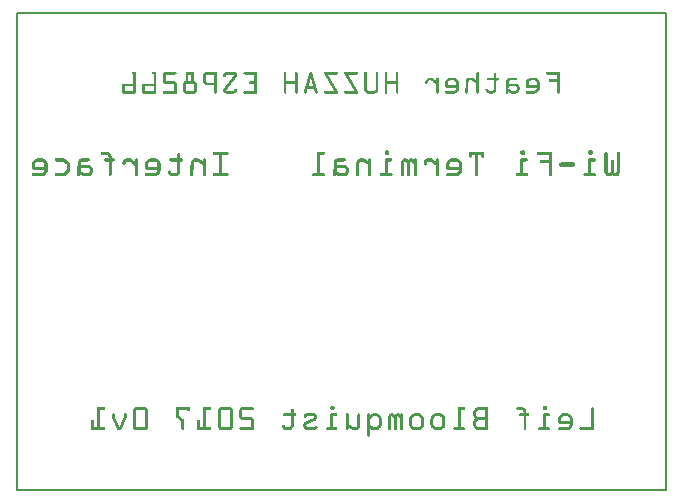
<source format=gbo>
G04 MADE WITH FRITZING*
G04 WWW.FRITZING.ORG*
G04 DOUBLE SIDED*
G04 HOLES PLATED*
G04 CONTOUR ON CENTER OF CONTOUR VECTOR*
%ASAXBY*%
%FSLAX23Y23*%
%MOIN*%
%OFA0B0*%
%SFA1.0B1.0*%
%ADD10R,2.169070X1.595880X2.153070X1.579880*%
%ADD11C,0.008000*%
%ADD12R,0.001000X0.001000*%
%LNSILK0*%
G90*
G70*
G54D11*
X4Y1592D02*
X2165Y1592D01*
X2165Y4D01*
X4Y4D01*
X4Y1592D01*
D02*
G54D12*
X389Y1397D02*
X396Y1397D01*
X456Y1397D02*
X463Y1397D01*
X495Y1397D02*
X531Y1397D01*
X568Y1397D02*
X589Y1397D01*
X634Y1397D02*
X668Y1397D01*
X700Y1397D02*
X727Y1397D01*
X760Y1397D02*
X803Y1397D01*
X895Y1397D02*
X897Y1397D01*
X932Y1397D02*
X934Y1397D01*
X981Y1397D02*
X983Y1397D01*
X1026Y1397D02*
X1069Y1397D01*
X1094Y1397D02*
X1136Y1397D01*
X1164Y1397D02*
X1166Y1397D01*
X1201Y1397D02*
X1203Y1397D01*
X1231Y1397D02*
X1233Y1397D01*
X1268Y1397D02*
X1270Y1397D01*
X1537Y1397D02*
X1539Y1397D01*
X1769Y1397D02*
X1811Y1397D01*
X388Y1396D02*
X398Y1396D01*
X455Y1396D02*
X465Y1396D01*
X493Y1396D02*
X532Y1396D01*
X566Y1396D02*
X590Y1396D01*
X631Y1396D02*
X668Y1396D01*
X697Y1396D02*
X730Y1396D01*
X759Y1396D02*
X803Y1396D01*
X893Y1396D02*
X899Y1396D01*
X930Y1396D02*
X936Y1396D01*
X979Y1396D02*
X984Y1396D01*
X1026Y1396D02*
X1070Y1396D01*
X1093Y1396D02*
X1137Y1396D01*
X1162Y1396D02*
X1168Y1396D01*
X1199Y1396D02*
X1205Y1396D01*
X1229Y1396D02*
X1235Y1396D01*
X1267Y1396D02*
X1272Y1396D01*
X1536Y1396D02*
X1541Y1396D01*
X1767Y1396D02*
X1811Y1396D01*
X387Y1395D02*
X398Y1395D01*
X454Y1395D02*
X466Y1395D01*
X492Y1395D02*
X533Y1395D01*
X566Y1395D02*
X591Y1395D01*
X629Y1395D02*
X668Y1395D01*
X695Y1395D02*
X731Y1395D01*
X758Y1395D02*
X803Y1395D01*
X892Y1395D02*
X899Y1395D01*
X929Y1395D02*
X936Y1395D01*
X978Y1395D02*
X985Y1395D01*
X1026Y1395D02*
X1071Y1395D01*
X1093Y1395D02*
X1138Y1395D01*
X1161Y1395D02*
X1168Y1395D01*
X1198Y1395D02*
X1205Y1395D01*
X1229Y1395D02*
X1236Y1395D01*
X1266Y1395D02*
X1273Y1395D01*
X1535Y1395D02*
X1542Y1395D01*
X1767Y1395D02*
X1811Y1395D01*
X386Y1394D02*
X399Y1394D01*
X454Y1394D02*
X466Y1394D01*
X491Y1394D02*
X533Y1394D01*
X565Y1394D02*
X591Y1394D01*
X628Y1394D02*
X668Y1394D01*
X694Y1394D02*
X733Y1394D01*
X757Y1394D02*
X803Y1394D01*
X892Y1394D02*
X900Y1394D01*
X929Y1394D02*
X937Y1394D01*
X978Y1394D02*
X986Y1394D01*
X1026Y1394D02*
X1071Y1394D01*
X1093Y1394D02*
X1139Y1394D01*
X1161Y1394D02*
X1169Y1394D01*
X1198Y1394D02*
X1206Y1394D01*
X1228Y1394D02*
X1236Y1394D01*
X1265Y1394D02*
X1273Y1394D01*
X1534Y1394D02*
X1542Y1394D01*
X1766Y1394D02*
X1811Y1394D01*
X386Y1393D02*
X399Y1393D01*
X454Y1393D02*
X466Y1393D01*
X490Y1393D02*
X534Y1393D01*
X565Y1393D02*
X592Y1393D01*
X627Y1393D02*
X668Y1393D01*
X693Y1393D02*
X733Y1393D01*
X757Y1393D02*
X803Y1393D01*
X892Y1393D02*
X900Y1393D01*
X929Y1393D02*
X937Y1393D01*
X977Y1393D02*
X986Y1393D01*
X1026Y1393D02*
X1072Y1393D01*
X1093Y1393D02*
X1139Y1393D01*
X1161Y1393D02*
X1169Y1393D01*
X1198Y1393D02*
X1206Y1393D01*
X1228Y1393D02*
X1236Y1393D01*
X1265Y1393D02*
X1273Y1393D01*
X1534Y1393D02*
X1542Y1393D01*
X1595Y1393D02*
X1598Y1393D01*
X1766Y1393D02*
X1811Y1393D01*
X386Y1392D02*
X399Y1392D01*
X454Y1392D02*
X466Y1392D01*
X489Y1392D02*
X534Y1392D01*
X565Y1392D02*
X592Y1392D01*
X626Y1392D02*
X668Y1392D01*
X692Y1392D02*
X734Y1392D01*
X757Y1392D02*
X803Y1392D01*
X892Y1392D02*
X900Y1392D01*
X929Y1392D02*
X937Y1392D01*
X977Y1392D02*
X986Y1392D01*
X1026Y1392D02*
X1072Y1392D01*
X1093Y1392D02*
X1139Y1392D01*
X1161Y1392D02*
X1169Y1392D01*
X1198Y1392D02*
X1206Y1392D01*
X1228Y1392D02*
X1236Y1392D01*
X1265Y1392D02*
X1273Y1392D01*
X1534Y1392D02*
X1542Y1392D01*
X1593Y1392D02*
X1599Y1392D01*
X1766Y1392D02*
X1811Y1392D01*
X387Y1391D02*
X399Y1391D01*
X454Y1391D02*
X466Y1391D01*
X489Y1391D02*
X533Y1391D01*
X565Y1391D02*
X592Y1391D01*
X625Y1391D02*
X668Y1391D01*
X692Y1391D02*
X735Y1391D01*
X758Y1391D02*
X803Y1391D01*
X892Y1391D02*
X900Y1391D01*
X929Y1391D02*
X937Y1391D01*
X977Y1391D02*
X987Y1391D01*
X1026Y1391D02*
X1071Y1391D01*
X1094Y1391D02*
X1139Y1391D01*
X1161Y1391D02*
X1169Y1391D01*
X1198Y1391D02*
X1206Y1391D01*
X1228Y1391D02*
X1236Y1391D01*
X1265Y1391D02*
X1273Y1391D01*
X1534Y1391D02*
X1542Y1391D01*
X1593Y1391D02*
X1600Y1391D01*
X1766Y1391D02*
X1811Y1391D01*
X387Y1390D02*
X399Y1390D01*
X454Y1390D02*
X466Y1390D01*
X488Y1390D02*
X533Y1390D01*
X565Y1390D02*
X592Y1390D01*
X624Y1390D02*
X668Y1390D01*
X691Y1390D02*
X735Y1390D01*
X758Y1390D02*
X803Y1390D01*
X892Y1390D02*
X900Y1390D01*
X929Y1390D02*
X937Y1390D01*
X977Y1390D02*
X987Y1390D01*
X1027Y1390D02*
X1071Y1390D01*
X1094Y1390D02*
X1138Y1390D01*
X1161Y1390D02*
X1169Y1390D01*
X1198Y1390D02*
X1206Y1390D01*
X1228Y1390D02*
X1236Y1390D01*
X1265Y1390D02*
X1273Y1390D01*
X1534Y1390D02*
X1542Y1390D01*
X1592Y1390D02*
X1600Y1390D01*
X1767Y1390D02*
X1811Y1390D01*
X388Y1389D02*
X399Y1389D01*
X455Y1389D02*
X466Y1389D01*
X488Y1389D02*
X532Y1389D01*
X565Y1389D02*
X592Y1389D01*
X624Y1389D02*
X668Y1389D01*
X691Y1389D02*
X735Y1389D01*
X759Y1389D02*
X803Y1389D01*
X892Y1389D02*
X900Y1389D01*
X929Y1389D02*
X937Y1389D01*
X976Y1389D02*
X987Y1389D01*
X1028Y1389D02*
X1070Y1389D01*
X1095Y1389D02*
X1137Y1389D01*
X1161Y1389D02*
X1169Y1389D01*
X1198Y1389D02*
X1206Y1389D01*
X1228Y1389D02*
X1236Y1389D01*
X1265Y1389D02*
X1273Y1389D01*
X1534Y1389D02*
X1542Y1389D01*
X1592Y1389D02*
X1600Y1389D01*
X1768Y1389D02*
X1811Y1389D01*
X390Y1388D02*
X399Y1388D01*
X458Y1388D02*
X466Y1388D01*
X488Y1388D02*
X529Y1388D01*
X565Y1388D02*
X592Y1388D01*
X624Y1388D02*
X668Y1388D01*
X690Y1388D02*
X735Y1388D01*
X762Y1388D02*
X803Y1388D01*
X892Y1388D02*
X900Y1388D01*
X929Y1388D02*
X937Y1388D01*
X976Y1388D02*
X988Y1388D01*
X1028Y1388D02*
X1067Y1388D01*
X1095Y1388D02*
X1135Y1388D01*
X1161Y1388D02*
X1169Y1388D01*
X1198Y1388D02*
X1206Y1388D01*
X1228Y1388D02*
X1236Y1388D01*
X1265Y1388D02*
X1273Y1388D01*
X1534Y1388D02*
X1542Y1388D01*
X1592Y1388D02*
X1600Y1388D01*
X1770Y1388D02*
X1811Y1388D01*
X391Y1387D02*
X399Y1387D01*
X458Y1387D02*
X466Y1387D01*
X488Y1387D02*
X497Y1387D01*
X565Y1387D02*
X573Y1387D01*
X583Y1387D02*
X592Y1387D01*
X623Y1387D02*
X633Y1387D01*
X660Y1387D02*
X668Y1387D01*
X690Y1387D02*
X699Y1387D01*
X727Y1387D02*
X735Y1387D01*
X794Y1387D02*
X803Y1387D01*
X892Y1387D02*
X900Y1387D01*
X929Y1387D02*
X937Y1387D01*
X976Y1387D02*
X988Y1387D01*
X1029Y1387D02*
X1039Y1387D01*
X1096Y1387D02*
X1106Y1387D01*
X1161Y1387D02*
X1169Y1387D01*
X1198Y1387D02*
X1206Y1387D01*
X1228Y1387D02*
X1236Y1387D01*
X1265Y1387D02*
X1273Y1387D01*
X1534Y1387D02*
X1542Y1387D01*
X1592Y1387D02*
X1600Y1387D01*
X1803Y1387D02*
X1811Y1387D01*
X391Y1386D02*
X399Y1386D01*
X458Y1386D02*
X466Y1386D01*
X488Y1386D02*
X497Y1386D01*
X565Y1386D02*
X573Y1386D01*
X583Y1386D02*
X592Y1386D01*
X623Y1386D02*
X632Y1386D01*
X660Y1386D02*
X668Y1386D01*
X690Y1386D02*
X699Y1386D01*
X727Y1386D02*
X735Y1386D01*
X794Y1386D02*
X803Y1386D01*
X892Y1386D02*
X900Y1386D01*
X929Y1386D02*
X937Y1386D01*
X975Y1386D02*
X988Y1386D01*
X1029Y1386D02*
X1039Y1386D01*
X1097Y1386D02*
X1107Y1386D01*
X1161Y1386D02*
X1169Y1386D01*
X1198Y1386D02*
X1206Y1386D01*
X1228Y1386D02*
X1236Y1386D01*
X1265Y1386D02*
X1273Y1386D01*
X1534Y1386D02*
X1542Y1386D01*
X1592Y1386D02*
X1600Y1386D01*
X1803Y1386D02*
X1811Y1386D01*
X391Y1385D02*
X399Y1385D01*
X458Y1385D02*
X466Y1385D01*
X488Y1385D02*
X497Y1385D01*
X565Y1385D02*
X573Y1385D01*
X583Y1385D02*
X592Y1385D01*
X623Y1385D02*
X632Y1385D01*
X660Y1385D02*
X668Y1385D01*
X690Y1385D02*
X698Y1385D01*
X726Y1385D02*
X735Y1385D01*
X794Y1385D02*
X803Y1385D01*
X892Y1385D02*
X900Y1385D01*
X929Y1385D02*
X937Y1385D01*
X975Y1385D02*
X988Y1385D01*
X1030Y1385D02*
X1040Y1385D01*
X1097Y1385D02*
X1107Y1385D01*
X1161Y1385D02*
X1169Y1385D01*
X1198Y1385D02*
X1206Y1385D01*
X1228Y1385D02*
X1236Y1385D01*
X1265Y1385D02*
X1273Y1385D01*
X1534Y1385D02*
X1542Y1385D01*
X1592Y1385D02*
X1600Y1385D01*
X1803Y1385D02*
X1811Y1385D01*
X391Y1384D02*
X399Y1384D01*
X458Y1384D02*
X466Y1384D01*
X488Y1384D02*
X497Y1384D01*
X565Y1384D02*
X573Y1384D01*
X583Y1384D02*
X592Y1384D01*
X623Y1384D02*
X631Y1384D01*
X660Y1384D02*
X668Y1384D01*
X690Y1384D02*
X698Y1384D01*
X725Y1384D02*
X735Y1384D01*
X794Y1384D02*
X803Y1384D01*
X892Y1384D02*
X900Y1384D01*
X929Y1384D02*
X937Y1384D01*
X975Y1384D02*
X989Y1384D01*
X1030Y1384D02*
X1040Y1384D01*
X1098Y1384D02*
X1108Y1384D01*
X1161Y1384D02*
X1169Y1384D01*
X1198Y1384D02*
X1206Y1384D01*
X1228Y1384D02*
X1236Y1384D01*
X1265Y1384D02*
X1273Y1384D01*
X1534Y1384D02*
X1542Y1384D01*
X1592Y1384D02*
X1600Y1384D01*
X1803Y1384D02*
X1811Y1384D01*
X391Y1383D02*
X399Y1383D01*
X458Y1383D02*
X466Y1383D01*
X488Y1383D02*
X497Y1383D01*
X565Y1383D02*
X573Y1383D01*
X583Y1383D02*
X592Y1383D01*
X623Y1383D02*
X631Y1383D01*
X660Y1383D02*
X668Y1383D01*
X690Y1383D02*
X698Y1383D01*
X724Y1383D02*
X735Y1383D01*
X794Y1383D02*
X803Y1383D01*
X892Y1383D02*
X900Y1383D01*
X929Y1383D02*
X937Y1383D01*
X974Y1383D02*
X989Y1383D01*
X1031Y1383D02*
X1041Y1383D01*
X1098Y1383D02*
X1108Y1383D01*
X1161Y1383D02*
X1169Y1383D01*
X1198Y1383D02*
X1206Y1383D01*
X1228Y1383D02*
X1236Y1383D01*
X1265Y1383D02*
X1273Y1383D01*
X1534Y1383D02*
X1542Y1383D01*
X1592Y1383D02*
X1600Y1383D01*
X1803Y1383D02*
X1811Y1383D01*
X391Y1382D02*
X399Y1382D01*
X458Y1382D02*
X466Y1382D01*
X488Y1382D02*
X497Y1382D01*
X565Y1382D02*
X573Y1382D01*
X583Y1382D02*
X592Y1382D01*
X623Y1382D02*
X631Y1382D01*
X660Y1382D02*
X668Y1382D01*
X691Y1382D02*
X697Y1382D01*
X724Y1382D02*
X734Y1382D01*
X794Y1382D02*
X803Y1382D01*
X892Y1382D02*
X900Y1382D01*
X929Y1382D02*
X937Y1382D01*
X974Y1382D02*
X989Y1382D01*
X1032Y1382D02*
X1042Y1382D01*
X1099Y1382D02*
X1109Y1382D01*
X1161Y1382D02*
X1169Y1382D01*
X1198Y1382D02*
X1206Y1382D01*
X1228Y1382D02*
X1236Y1382D01*
X1265Y1382D02*
X1273Y1382D01*
X1534Y1382D02*
X1542Y1382D01*
X1592Y1382D02*
X1600Y1382D01*
X1803Y1382D02*
X1811Y1382D01*
X391Y1381D02*
X399Y1381D01*
X458Y1381D02*
X466Y1381D01*
X488Y1381D02*
X497Y1381D01*
X565Y1381D02*
X573Y1381D01*
X583Y1381D02*
X592Y1381D01*
X623Y1381D02*
X631Y1381D01*
X660Y1381D02*
X668Y1381D01*
X692Y1381D02*
X696Y1381D01*
X723Y1381D02*
X734Y1381D01*
X794Y1381D02*
X803Y1381D01*
X892Y1381D02*
X900Y1381D01*
X929Y1381D02*
X937Y1381D01*
X974Y1381D02*
X990Y1381D01*
X1032Y1381D02*
X1042Y1381D01*
X1099Y1381D02*
X1109Y1381D01*
X1161Y1381D02*
X1169Y1381D01*
X1198Y1381D02*
X1206Y1381D01*
X1228Y1381D02*
X1236Y1381D01*
X1265Y1381D02*
X1273Y1381D01*
X1534Y1381D02*
X1542Y1381D01*
X1592Y1381D02*
X1600Y1381D01*
X1803Y1381D02*
X1811Y1381D01*
X391Y1380D02*
X399Y1380D01*
X458Y1380D02*
X466Y1380D01*
X488Y1380D02*
X497Y1380D01*
X565Y1380D02*
X573Y1380D01*
X583Y1380D02*
X592Y1380D01*
X623Y1380D02*
X631Y1380D01*
X660Y1380D02*
X668Y1380D01*
X722Y1380D02*
X733Y1380D01*
X794Y1380D02*
X803Y1380D01*
X892Y1380D02*
X900Y1380D01*
X929Y1380D02*
X937Y1380D01*
X974Y1380D02*
X990Y1380D01*
X1033Y1380D02*
X1043Y1380D01*
X1100Y1380D02*
X1110Y1380D01*
X1161Y1380D02*
X1169Y1380D01*
X1198Y1380D02*
X1206Y1380D01*
X1228Y1380D02*
X1236Y1380D01*
X1265Y1380D02*
X1273Y1380D01*
X1534Y1380D02*
X1542Y1380D01*
X1592Y1380D02*
X1600Y1380D01*
X1803Y1380D02*
X1811Y1380D01*
X391Y1379D02*
X399Y1379D01*
X458Y1379D02*
X466Y1379D01*
X488Y1379D02*
X497Y1379D01*
X565Y1379D02*
X573Y1379D01*
X583Y1379D02*
X592Y1379D01*
X623Y1379D02*
X631Y1379D01*
X660Y1379D02*
X668Y1379D01*
X721Y1379D02*
X732Y1379D01*
X794Y1379D02*
X803Y1379D01*
X892Y1379D02*
X900Y1379D01*
X929Y1379D02*
X937Y1379D01*
X973Y1379D02*
X990Y1379D01*
X1033Y1379D02*
X1043Y1379D01*
X1101Y1379D02*
X1111Y1379D01*
X1161Y1379D02*
X1169Y1379D01*
X1198Y1379D02*
X1206Y1379D01*
X1228Y1379D02*
X1236Y1379D01*
X1265Y1379D02*
X1273Y1379D01*
X1534Y1379D02*
X1542Y1379D01*
X1592Y1379D02*
X1600Y1379D01*
X1803Y1379D02*
X1811Y1379D01*
X391Y1378D02*
X399Y1378D01*
X458Y1378D02*
X466Y1378D01*
X488Y1378D02*
X497Y1378D01*
X565Y1378D02*
X573Y1378D01*
X583Y1378D02*
X592Y1378D01*
X623Y1378D02*
X631Y1378D01*
X660Y1378D02*
X668Y1378D01*
X721Y1378D02*
X732Y1378D01*
X794Y1378D02*
X803Y1378D01*
X892Y1378D02*
X900Y1378D01*
X929Y1378D02*
X937Y1378D01*
X973Y1378D02*
X990Y1378D01*
X1034Y1378D02*
X1044Y1378D01*
X1101Y1378D02*
X1111Y1378D01*
X1161Y1378D02*
X1169Y1378D01*
X1198Y1378D02*
X1206Y1378D01*
X1228Y1378D02*
X1236Y1378D01*
X1265Y1378D02*
X1273Y1378D01*
X1534Y1378D02*
X1542Y1378D01*
X1592Y1378D02*
X1600Y1378D01*
X1803Y1378D02*
X1811Y1378D01*
X391Y1377D02*
X399Y1377D01*
X458Y1377D02*
X466Y1377D01*
X488Y1377D02*
X497Y1377D01*
X565Y1377D02*
X573Y1377D01*
X583Y1377D02*
X592Y1377D01*
X623Y1377D02*
X631Y1377D01*
X660Y1377D02*
X668Y1377D01*
X720Y1377D02*
X731Y1377D01*
X794Y1377D02*
X803Y1377D01*
X892Y1377D02*
X900Y1377D01*
X929Y1377D02*
X937Y1377D01*
X973Y1377D02*
X991Y1377D01*
X1035Y1377D02*
X1045Y1377D01*
X1102Y1377D02*
X1112Y1377D01*
X1161Y1377D02*
X1169Y1377D01*
X1198Y1377D02*
X1206Y1377D01*
X1228Y1377D02*
X1236Y1377D01*
X1265Y1377D02*
X1273Y1377D01*
X1373Y1377D02*
X1387Y1377D01*
X1402Y1377D02*
X1405Y1377D01*
X1443Y1377D02*
X1462Y1377D01*
X1508Y1377D02*
X1520Y1377D01*
X1534Y1377D02*
X1542Y1377D01*
X1572Y1377D02*
X1607Y1377D01*
X1643Y1377D02*
X1665Y1377D01*
X1712Y1377D02*
X1731Y1377D01*
X1803Y1377D02*
X1811Y1377D01*
X391Y1376D02*
X399Y1376D01*
X458Y1376D02*
X466Y1376D01*
X488Y1376D02*
X497Y1376D01*
X565Y1376D02*
X573Y1376D01*
X583Y1376D02*
X592Y1376D01*
X623Y1376D02*
X631Y1376D01*
X660Y1376D02*
X668Y1376D01*
X719Y1376D02*
X730Y1376D01*
X794Y1376D02*
X803Y1376D01*
X892Y1376D02*
X900Y1376D01*
X929Y1376D02*
X937Y1376D01*
X972Y1376D02*
X991Y1376D01*
X1035Y1376D02*
X1045Y1376D01*
X1102Y1376D02*
X1112Y1376D01*
X1161Y1376D02*
X1169Y1376D01*
X1198Y1376D02*
X1206Y1376D01*
X1228Y1376D02*
X1236Y1376D01*
X1265Y1376D02*
X1273Y1376D01*
X1373Y1376D02*
X1388Y1376D01*
X1401Y1376D02*
X1407Y1376D01*
X1441Y1376D02*
X1464Y1376D01*
X1506Y1376D02*
X1523Y1376D01*
X1534Y1376D02*
X1542Y1376D01*
X1570Y1376D02*
X1608Y1376D01*
X1640Y1376D02*
X1666Y1376D01*
X1710Y1376D02*
X1733Y1376D01*
X1803Y1376D02*
X1811Y1376D01*
X391Y1375D02*
X399Y1375D01*
X458Y1375D02*
X466Y1375D01*
X488Y1375D02*
X497Y1375D01*
X565Y1375D02*
X573Y1375D01*
X583Y1375D02*
X592Y1375D01*
X623Y1375D02*
X631Y1375D01*
X660Y1375D02*
X668Y1375D01*
X718Y1375D02*
X729Y1375D01*
X794Y1375D02*
X803Y1375D01*
X892Y1375D02*
X900Y1375D01*
X929Y1375D02*
X937Y1375D01*
X972Y1375D02*
X991Y1375D01*
X1036Y1375D02*
X1046Y1375D01*
X1103Y1375D02*
X1113Y1375D01*
X1161Y1375D02*
X1169Y1375D01*
X1198Y1375D02*
X1206Y1375D01*
X1228Y1375D02*
X1236Y1375D01*
X1265Y1375D02*
X1273Y1375D01*
X1372Y1375D02*
X1389Y1375D01*
X1400Y1375D02*
X1407Y1375D01*
X1439Y1375D02*
X1466Y1375D01*
X1504Y1375D02*
X1525Y1375D01*
X1534Y1375D02*
X1542Y1375D01*
X1570Y1375D02*
X1609Y1375D01*
X1639Y1375D02*
X1667Y1375D01*
X1708Y1375D02*
X1735Y1375D01*
X1803Y1375D02*
X1811Y1375D01*
X391Y1374D02*
X399Y1374D01*
X458Y1374D02*
X466Y1374D01*
X488Y1374D02*
X497Y1374D01*
X565Y1374D02*
X573Y1374D01*
X583Y1374D02*
X592Y1374D01*
X623Y1374D02*
X631Y1374D01*
X660Y1374D02*
X668Y1374D01*
X717Y1374D02*
X729Y1374D01*
X794Y1374D02*
X803Y1374D01*
X892Y1374D02*
X900Y1374D01*
X929Y1374D02*
X937Y1374D01*
X972Y1374D02*
X981Y1374D01*
X983Y1374D02*
X992Y1374D01*
X1036Y1374D02*
X1046Y1374D01*
X1104Y1374D02*
X1114Y1374D01*
X1161Y1374D02*
X1169Y1374D01*
X1198Y1374D02*
X1206Y1374D01*
X1228Y1374D02*
X1236Y1374D01*
X1265Y1374D02*
X1273Y1374D01*
X1372Y1374D02*
X1391Y1374D01*
X1400Y1374D02*
X1408Y1374D01*
X1438Y1374D02*
X1467Y1374D01*
X1503Y1374D02*
X1526Y1374D01*
X1534Y1374D02*
X1542Y1374D01*
X1569Y1374D02*
X1609Y1374D01*
X1637Y1374D02*
X1667Y1374D01*
X1707Y1374D02*
X1736Y1374D01*
X1803Y1374D02*
X1811Y1374D01*
X391Y1373D02*
X399Y1373D01*
X458Y1373D02*
X466Y1373D01*
X488Y1373D02*
X497Y1373D01*
X565Y1373D02*
X573Y1373D01*
X583Y1373D02*
X592Y1373D01*
X623Y1373D02*
X631Y1373D01*
X660Y1373D02*
X668Y1373D01*
X717Y1373D02*
X728Y1373D01*
X794Y1373D02*
X803Y1373D01*
X892Y1373D02*
X900Y1373D01*
X929Y1373D02*
X937Y1373D01*
X972Y1373D02*
X980Y1373D01*
X983Y1373D02*
X992Y1373D01*
X1037Y1373D02*
X1047Y1373D01*
X1104Y1373D02*
X1114Y1373D01*
X1161Y1373D02*
X1169Y1373D01*
X1198Y1373D02*
X1206Y1373D01*
X1228Y1373D02*
X1236Y1373D01*
X1265Y1373D02*
X1273Y1373D01*
X1371Y1373D02*
X1392Y1373D01*
X1400Y1373D02*
X1408Y1373D01*
X1437Y1373D02*
X1468Y1373D01*
X1502Y1373D02*
X1528Y1373D01*
X1534Y1373D02*
X1542Y1373D01*
X1569Y1373D02*
X1610Y1373D01*
X1636Y1373D02*
X1668Y1373D01*
X1706Y1373D02*
X1737Y1373D01*
X1778Y1373D02*
X1811Y1373D01*
X391Y1372D02*
X399Y1372D01*
X458Y1372D02*
X466Y1372D01*
X488Y1372D02*
X497Y1372D01*
X565Y1372D02*
X573Y1372D01*
X583Y1372D02*
X592Y1372D01*
X623Y1372D02*
X631Y1372D01*
X660Y1372D02*
X668Y1372D01*
X716Y1372D02*
X727Y1372D01*
X794Y1372D02*
X803Y1372D01*
X892Y1372D02*
X900Y1372D01*
X929Y1372D02*
X937Y1372D01*
X971Y1372D02*
X980Y1372D01*
X983Y1372D02*
X992Y1372D01*
X1038Y1372D02*
X1047Y1372D01*
X1105Y1372D02*
X1115Y1372D01*
X1161Y1372D02*
X1169Y1372D01*
X1198Y1372D02*
X1206Y1372D01*
X1228Y1372D02*
X1236Y1372D01*
X1265Y1372D02*
X1273Y1372D01*
X1370Y1372D02*
X1393Y1372D01*
X1399Y1372D02*
X1408Y1372D01*
X1435Y1372D02*
X1469Y1372D01*
X1501Y1372D02*
X1529Y1372D01*
X1534Y1372D02*
X1542Y1372D01*
X1569Y1372D02*
X1610Y1372D01*
X1636Y1372D02*
X1668Y1372D01*
X1704Y1372D02*
X1738Y1372D01*
X1777Y1372D02*
X1811Y1372D01*
X391Y1371D02*
X399Y1371D01*
X458Y1371D02*
X466Y1371D01*
X488Y1371D02*
X497Y1371D01*
X565Y1371D02*
X573Y1371D01*
X583Y1371D02*
X592Y1371D01*
X623Y1371D02*
X631Y1371D01*
X660Y1371D02*
X668Y1371D01*
X715Y1371D02*
X726Y1371D01*
X794Y1371D02*
X803Y1371D01*
X892Y1371D02*
X900Y1371D01*
X929Y1371D02*
X937Y1371D01*
X971Y1371D02*
X980Y1371D01*
X984Y1371D02*
X992Y1371D01*
X1038Y1371D02*
X1048Y1371D01*
X1105Y1371D02*
X1115Y1371D01*
X1161Y1371D02*
X1169Y1371D01*
X1198Y1371D02*
X1206Y1371D01*
X1228Y1371D02*
X1236Y1371D01*
X1265Y1371D02*
X1273Y1371D01*
X1369Y1371D02*
X1394Y1371D01*
X1399Y1371D02*
X1408Y1371D01*
X1434Y1371D02*
X1471Y1371D01*
X1500Y1371D02*
X1531Y1371D01*
X1534Y1371D02*
X1542Y1371D01*
X1569Y1371D02*
X1609Y1371D01*
X1635Y1371D02*
X1667Y1371D01*
X1703Y1371D02*
X1740Y1371D01*
X1776Y1371D02*
X1811Y1371D01*
X391Y1370D02*
X399Y1370D01*
X458Y1370D02*
X466Y1370D01*
X488Y1370D02*
X497Y1370D01*
X565Y1370D02*
X573Y1370D01*
X583Y1370D02*
X592Y1370D01*
X623Y1370D02*
X631Y1370D01*
X660Y1370D02*
X668Y1370D01*
X714Y1370D02*
X725Y1370D01*
X794Y1370D02*
X803Y1370D01*
X892Y1370D02*
X900Y1370D01*
X929Y1370D02*
X937Y1370D01*
X971Y1370D02*
X980Y1370D01*
X984Y1370D02*
X993Y1370D01*
X1039Y1370D02*
X1049Y1370D01*
X1106Y1370D02*
X1116Y1370D01*
X1161Y1370D02*
X1169Y1370D01*
X1198Y1370D02*
X1206Y1370D01*
X1228Y1370D02*
X1236Y1370D01*
X1265Y1370D02*
X1273Y1370D01*
X1368Y1370D02*
X1395Y1370D01*
X1399Y1370D02*
X1408Y1370D01*
X1433Y1370D02*
X1472Y1370D01*
X1500Y1370D02*
X1532Y1370D01*
X1534Y1370D02*
X1542Y1370D01*
X1570Y1370D02*
X1609Y1370D01*
X1634Y1370D02*
X1667Y1370D01*
X1702Y1370D02*
X1741Y1370D01*
X1775Y1370D02*
X1811Y1370D01*
X391Y1369D02*
X399Y1369D01*
X458Y1369D02*
X466Y1369D01*
X488Y1369D02*
X497Y1369D01*
X565Y1369D02*
X573Y1369D01*
X583Y1369D02*
X592Y1369D01*
X623Y1369D02*
X631Y1369D01*
X660Y1369D02*
X668Y1369D01*
X714Y1369D02*
X725Y1369D01*
X794Y1369D02*
X803Y1369D01*
X892Y1369D02*
X900Y1369D01*
X929Y1369D02*
X937Y1369D01*
X970Y1369D02*
X979Y1369D01*
X984Y1369D02*
X993Y1369D01*
X1039Y1369D02*
X1049Y1369D01*
X1107Y1369D02*
X1116Y1369D01*
X1161Y1369D02*
X1169Y1369D01*
X1198Y1369D02*
X1206Y1369D01*
X1228Y1369D02*
X1236Y1369D01*
X1265Y1369D02*
X1273Y1369D01*
X1367Y1369D02*
X1397Y1369D01*
X1399Y1369D02*
X1408Y1369D01*
X1432Y1369D02*
X1472Y1369D01*
X1499Y1369D02*
X1542Y1369D01*
X1571Y1369D02*
X1608Y1369D01*
X1634Y1369D02*
X1666Y1369D01*
X1701Y1369D02*
X1741Y1369D01*
X1775Y1369D02*
X1811Y1369D01*
X391Y1368D02*
X399Y1368D01*
X458Y1368D02*
X466Y1368D01*
X488Y1368D02*
X497Y1368D01*
X565Y1368D02*
X573Y1368D01*
X583Y1368D02*
X592Y1368D01*
X623Y1368D02*
X631Y1368D01*
X660Y1368D02*
X668Y1368D01*
X713Y1368D02*
X724Y1368D01*
X794Y1368D02*
X803Y1368D01*
X892Y1368D02*
X900Y1368D01*
X929Y1368D02*
X937Y1368D01*
X970Y1368D02*
X979Y1368D01*
X985Y1368D02*
X993Y1368D01*
X1040Y1368D02*
X1050Y1368D01*
X1107Y1368D02*
X1117Y1368D01*
X1161Y1368D02*
X1169Y1368D01*
X1198Y1368D02*
X1206Y1368D01*
X1228Y1368D02*
X1236Y1368D01*
X1265Y1368D02*
X1273Y1368D01*
X1366Y1368D02*
X1375Y1368D01*
X1384Y1368D02*
X1408Y1368D01*
X1432Y1368D02*
X1445Y1368D01*
X1460Y1368D02*
X1473Y1368D01*
X1499Y1368D02*
X1510Y1368D01*
X1519Y1368D02*
X1542Y1368D01*
X1592Y1368D02*
X1601Y1368D01*
X1633Y1368D02*
X1645Y1368D01*
X1701Y1368D02*
X1714Y1368D01*
X1729Y1368D02*
X1742Y1368D01*
X1775Y1368D02*
X1811Y1368D01*
X391Y1367D02*
X399Y1367D01*
X458Y1367D02*
X466Y1367D01*
X488Y1367D02*
X497Y1367D01*
X565Y1367D02*
X573Y1367D01*
X583Y1367D02*
X592Y1367D01*
X623Y1367D02*
X631Y1367D01*
X660Y1367D02*
X668Y1367D01*
X712Y1367D02*
X723Y1367D01*
X794Y1367D02*
X803Y1367D01*
X892Y1367D02*
X900Y1367D01*
X929Y1367D02*
X937Y1367D01*
X970Y1367D02*
X979Y1367D01*
X985Y1367D02*
X994Y1367D01*
X1040Y1367D02*
X1050Y1367D01*
X1108Y1367D02*
X1118Y1367D01*
X1161Y1367D02*
X1169Y1367D01*
X1198Y1367D02*
X1206Y1367D01*
X1228Y1367D02*
X1236Y1367D01*
X1265Y1367D02*
X1273Y1367D01*
X1364Y1367D02*
X1373Y1367D01*
X1385Y1367D02*
X1408Y1367D01*
X1431Y1367D02*
X1443Y1367D01*
X1462Y1367D02*
X1474Y1367D01*
X1499Y1367D02*
X1508Y1367D01*
X1521Y1367D02*
X1542Y1367D01*
X1592Y1367D02*
X1600Y1367D01*
X1633Y1367D02*
X1643Y1367D01*
X1700Y1367D02*
X1712Y1367D01*
X1731Y1367D02*
X1743Y1367D01*
X1776Y1367D02*
X1811Y1367D01*
X391Y1366D02*
X399Y1366D01*
X458Y1366D02*
X466Y1366D01*
X488Y1366D02*
X497Y1366D01*
X565Y1366D02*
X573Y1366D01*
X583Y1366D02*
X592Y1366D01*
X623Y1366D02*
X631Y1366D01*
X660Y1366D02*
X668Y1366D01*
X711Y1366D02*
X722Y1366D01*
X794Y1366D02*
X803Y1366D01*
X892Y1366D02*
X900Y1366D01*
X929Y1366D02*
X937Y1366D01*
X970Y1366D02*
X978Y1366D01*
X985Y1366D02*
X994Y1366D01*
X1041Y1366D02*
X1051Y1366D01*
X1108Y1366D02*
X1118Y1366D01*
X1161Y1366D02*
X1169Y1366D01*
X1198Y1366D02*
X1206Y1366D01*
X1228Y1366D02*
X1236Y1366D01*
X1265Y1366D02*
X1273Y1366D01*
X1363Y1366D02*
X1372Y1366D01*
X1386Y1366D02*
X1408Y1366D01*
X1431Y1366D02*
X1441Y1366D01*
X1463Y1366D02*
X1474Y1366D01*
X1498Y1366D02*
X1507Y1366D01*
X1522Y1366D02*
X1542Y1366D01*
X1592Y1366D02*
X1600Y1366D01*
X1633Y1366D02*
X1642Y1366D01*
X1700Y1366D02*
X1710Y1366D01*
X1732Y1366D02*
X1743Y1366D01*
X1776Y1366D02*
X1811Y1366D01*
X391Y1365D02*
X399Y1365D01*
X458Y1365D02*
X466Y1365D01*
X488Y1365D02*
X528Y1365D01*
X561Y1365D02*
X595Y1365D01*
X623Y1365D02*
X631Y1365D01*
X660Y1365D02*
X668Y1365D01*
X710Y1365D02*
X722Y1365D01*
X778Y1365D02*
X803Y1365D01*
X892Y1365D02*
X937Y1365D01*
X969Y1365D02*
X978Y1365D01*
X985Y1365D02*
X994Y1365D01*
X1042Y1365D02*
X1052Y1365D01*
X1109Y1365D02*
X1119Y1365D01*
X1161Y1365D02*
X1169Y1365D01*
X1198Y1365D02*
X1206Y1365D01*
X1228Y1365D02*
X1273Y1365D01*
X1363Y1365D02*
X1371Y1365D01*
X1388Y1365D02*
X1408Y1365D01*
X1430Y1365D02*
X1440Y1365D01*
X1464Y1365D02*
X1474Y1365D01*
X1498Y1365D02*
X1507Y1365D01*
X1524Y1365D02*
X1542Y1365D01*
X1592Y1365D02*
X1600Y1365D01*
X1633Y1365D02*
X1642Y1365D01*
X1699Y1365D02*
X1709Y1365D01*
X1733Y1365D02*
X1743Y1365D01*
X1777Y1365D02*
X1811Y1365D01*
X391Y1364D02*
X399Y1364D01*
X458Y1364D02*
X466Y1364D01*
X488Y1364D02*
X529Y1364D01*
X560Y1364D02*
X597Y1364D01*
X623Y1364D02*
X632Y1364D01*
X660Y1364D02*
X668Y1364D01*
X710Y1364D02*
X721Y1364D01*
X777Y1364D02*
X803Y1364D01*
X892Y1364D02*
X937Y1364D01*
X969Y1364D02*
X978Y1364D01*
X986Y1364D02*
X995Y1364D01*
X1042Y1364D02*
X1052Y1364D01*
X1109Y1364D02*
X1119Y1364D01*
X1161Y1364D02*
X1169Y1364D01*
X1198Y1364D02*
X1206Y1364D01*
X1228Y1364D02*
X1273Y1364D01*
X1362Y1364D02*
X1371Y1364D01*
X1389Y1364D02*
X1408Y1364D01*
X1430Y1364D02*
X1440Y1364D01*
X1465Y1364D02*
X1475Y1364D01*
X1498Y1364D02*
X1507Y1364D01*
X1525Y1364D02*
X1542Y1364D01*
X1592Y1364D02*
X1600Y1364D01*
X1633Y1364D02*
X1641Y1364D01*
X1699Y1364D02*
X1709Y1364D01*
X1734Y1364D02*
X1744Y1364D01*
X1803Y1364D02*
X1811Y1364D01*
X391Y1363D02*
X399Y1363D01*
X458Y1363D02*
X466Y1363D01*
X489Y1363D02*
X531Y1363D01*
X558Y1363D02*
X598Y1363D01*
X623Y1363D02*
X633Y1363D01*
X660Y1363D02*
X668Y1363D01*
X709Y1363D02*
X720Y1363D01*
X776Y1363D02*
X803Y1363D01*
X892Y1363D02*
X937Y1363D01*
X969Y1363D02*
X978Y1363D01*
X986Y1363D02*
X995Y1363D01*
X1043Y1363D02*
X1053Y1363D01*
X1110Y1363D02*
X1120Y1363D01*
X1161Y1363D02*
X1169Y1363D01*
X1198Y1363D02*
X1206Y1363D01*
X1228Y1363D02*
X1273Y1363D01*
X1362Y1363D02*
X1371Y1363D01*
X1390Y1363D02*
X1408Y1363D01*
X1430Y1363D02*
X1439Y1363D01*
X1466Y1363D02*
X1475Y1363D01*
X1498Y1363D02*
X1507Y1363D01*
X1527Y1363D02*
X1542Y1363D01*
X1592Y1363D02*
X1600Y1363D01*
X1633Y1363D02*
X1641Y1363D01*
X1699Y1363D02*
X1708Y1363D01*
X1735Y1363D02*
X1744Y1363D01*
X1803Y1363D02*
X1811Y1363D01*
X391Y1362D02*
X399Y1362D01*
X458Y1362D02*
X466Y1362D01*
X489Y1362D02*
X532Y1362D01*
X558Y1362D02*
X599Y1362D01*
X623Y1362D02*
X634Y1362D01*
X660Y1362D02*
X668Y1362D01*
X708Y1362D02*
X719Y1362D01*
X776Y1362D02*
X803Y1362D01*
X892Y1362D02*
X937Y1362D01*
X968Y1362D02*
X977Y1362D01*
X986Y1362D02*
X995Y1362D01*
X1043Y1362D02*
X1053Y1362D01*
X1111Y1362D02*
X1121Y1362D01*
X1161Y1362D02*
X1169Y1362D01*
X1198Y1362D02*
X1206Y1362D01*
X1228Y1362D02*
X1273Y1362D01*
X1362Y1362D02*
X1371Y1362D01*
X1391Y1362D02*
X1408Y1362D01*
X1430Y1362D02*
X1438Y1362D01*
X1466Y1362D02*
X1475Y1362D01*
X1498Y1362D02*
X1506Y1362D01*
X1528Y1362D02*
X1542Y1362D01*
X1592Y1362D02*
X1600Y1362D01*
X1633Y1362D02*
X1641Y1362D01*
X1699Y1362D02*
X1707Y1362D01*
X1735Y1362D02*
X1744Y1362D01*
X1803Y1362D02*
X1811Y1362D01*
X391Y1361D02*
X399Y1361D01*
X458Y1361D02*
X466Y1361D01*
X490Y1361D02*
X532Y1361D01*
X557Y1361D02*
X600Y1361D01*
X624Y1361D02*
X668Y1361D01*
X707Y1361D02*
X718Y1361D01*
X776Y1361D02*
X803Y1361D01*
X892Y1361D02*
X937Y1361D01*
X968Y1361D02*
X977Y1361D01*
X987Y1361D02*
X995Y1361D01*
X1044Y1361D02*
X1054Y1361D01*
X1111Y1361D02*
X1121Y1361D01*
X1161Y1361D02*
X1169Y1361D01*
X1198Y1361D02*
X1206Y1361D01*
X1228Y1361D02*
X1273Y1361D01*
X1362Y1361D02*
X1371Y1361D01*
X1392Y1361D02*
X1408Y1361D01*
X1430Y1361D02*
X1438Y1361D01*
X1467Y1361D02*
X1475Y1361D01*
X1498Y1361D02*
X1506Y1361D01*
X1530Y1361D02*
X1542Y1361D01*
X1592Y1361D02*
X1600Y1361D01*
X1633Y1361D02*
X1641Y1361D01*
X1699Y1361D02*
X1707Y1361D01*
X1736Y1361D02*
X1744Y1361D01*
X1803Y1361D02*
X1811Y1361D01*
X391Y1360D02*
X399Y1360D01*
X458Y1360D02*
X466Y1360D01*
X490Y1360D02*
X533Y1360D01*
X556Y1360D02*
X600Y1360D01*
X624Y1360D02*
X668Y1360D01*
X707Y1360D02*
X718Y1360D01*
X776Y1360D02*
X803Y1360D01*
X892Y1360D02*
X937Y1360D01*
X968Y1360D02*
X977Y1360D01*
X987Y1360D02*
X996Y1360D01*
X1045Y1360D02*
X1055Y1360D01*
X1112Y1360D02*
X1122Y1360D01*
X1161Y1360D02*
X1169Y1360D01*
X1198Y1360D02*
X1206Y1360D01*
X1228Y1360D02*
X1273Y1360D01*
X1363Y1360D02*
X1371Y1360D01*
X1393Y1360D02*
X1408Y1360D01*
X1430Y1360D02*
X1438Y1360D01*
X1467Y1360D02*
X1475Y1360D01*
X1498Y1360D02*
X1506Y1360D01*
X1531Y1360D02*
X1542Y1360D01*
X1592Y1360D02*
X1600Y1360D01*
X1632Y1360D02*
X1641Y1360D01*
X1699Y1360D02*
X1707Y1360D01*
X1736Y1360D02*
X1744Y1360D01*
X1803Y1360D02*
X1811Y1360D01*
X391Y1359D02*
X399Y1359D01*
X458Y1359D02*
X466Y1359D01*
X491Y1359D02*
X533Y1359D01*
X556Y1359D02*
X601Y1359D01*
X625Y1359D02*
X668Y1359D01*
X706Y1359D02*
X717Y1359D01*
X776Y1359D02*
X803Y1359D01*
X892Y1359D02*
X937Y1359D01*
X967Y1359D02*
X976Y1359D01*
X987Y1359D02*
X996Y1359D01*
X1045Y1359D02*
X1055Y1359D01*
X1112Y1359D02*
X1122Y1359D01*
X1161Y1359D02*
X1169Y1359D01*
X1198Y1359D02*
X1206Y1359D01*
X1228Y1359D02*
X1273Y1359D01*
X1363Y1359D02*
X1370Y1359D01*
X1395Y1359D02*
X1408Y1359D01*
X1430Y1359D02*
X1438Y1359D01*
X1467Y1359D02*
X1475Y1359D01*
X1498Y1359D02*
X1506Y1359D01*
X1533Y1359D02*
X1542Y1359D01*
X1592Y1359D02*
X1600Y1359D01*
X1632Y1359D02*
X1641Y1359D01*
X1699Y1359D02*
X1707Y1359D01*
X1736Y1359D02*
X1744Y1359D01*
X1803Y1359D02*
X1811Y1359D01*
X391Y1358D02*
X399Y1358D01*
X458Y1358D02*
X466Y1358D01*
X492Y1358D02*
X534Y1358D01*
X556Y1358D02*
X601Y1358D01*
X626Y1358D02*
X668Y1358D01*
X705Y1358D02*
X716Y1358D01*
X777Y1358D02*
X803Y1358D01*
X892Y1358D02*
X937Y1358D01*
X967Y1358D02*
X976Y1358D01*
X987Y1358D02*
X996Y1358D01*
X1046Y1358D02*
X1056Y1358D01*
X1113Y1358D02*
X1123Y1358D01*
X1161Y1358D02*
X1169Y1358D01*
X1198Y1358D02*
X1206Y1358D01*
X1228Y1358D02*
X1273Y1358D01*
X1364Y1358D02*
X1370Y1358D01*
X1396Y1358D02*
X1408Y1358D01*
X1430Y1358D02*
X1438Y1358D01*
X1467Y1358D02*
X1475Y1358D01*
X1498Y1358D02*
X1506Y1358D01*
X1534Y1358D02*
X1542Y1358D01*
X1592Y1358D02*
X1600Y1358D01*
X1632Y1358D02*
X1641Y1358D01*
X1699Y1358D02*
X1707Y1358D01*
X1736Y1358D02*
X1744Y1358D01*
X1803Y1358D02*
X1811Y1358D01*
X356Y1357D02*
X399Y1357D01*
X423Y1357D02*
X466Y1357D01*
X494Y1357D02*
X534Y1357D01*
X556Y1357D02*
X601Y1357D01*
X626Y1357D02*
X668Y1357D01*
X704Y1357D02*
X715Y1357D01*
X778Y1357D02*
X803Y1357D01*
X892Y1357D02*
X937Y1357D01*
X967Y1357D02*
X976Y1357D01*
X988Y1357D02*
X997Y1357D01*
X1046Y1357D02*
X1056Y1357D01*
X1114Y1357D02*
X1124Y1357D01*
X1161Y1357D02*
X1169Y1357D01*
X1198Y1357D02*
X1206Y1357D01*
X1228Y1357D02*
X1273Y1357D01*
X1365Y1357D02*
X1369Y1357D01*
X1397Y1357D02*
X1408Y1357D01*
X1430Y1357D02*
X1438Y1357D01*
X1467Y1357D02*
X1475Y1357D01*
X1498Y1357D02*
X1506Y1357D01*
X1534Y1357D02*
X1542Y1357D01*
X1592Y1357D02*
X1600Y1357D01*
X1632Y1357D02*
X1667Y1357D01*
X1699Y1357D02*
X1707Y1357D01*
X1736Y1357D02*
X1744Y1357D01*
X1803Y1357D02*
X1811Y1357D01*
X355Y1356D02*
X399Y1356D01*
X422Y1356D02*
X466Y1356D01*
X525Y1356D02*
X534Y1356D01*
X555Y1356D02*
X564Y1356D01*
X592Y1356D02*
X601Y1356D01*
X627Y1356D02*
X668Y1356D01*
X703Y1356D02*
X715Y1356D01*
X794Y1356D02*
X803Y1356D01*
X892Y1356D02*
X900Y1356D01*
X929Y1356D02*
X937Y1356D01*
X967Y1356D02*
X975Y1356D01*
X988Y1356D02*
X997Y1356D01*
X1047Y1356D02*
X1057Y1356D01*
X1114Y1356D02*
X1124Y1356D01*
X1161Y1356D02*
X1169Y1356D01*
X1198Y1356D02*
X1206Y1356D01*
X1228Y1356D02*
X1236Y1356D01*
X1265Y1356D02*
X1273Y1356D01*
X1398Y1356D02*
X1408Y1356D01*
X1430Y1356D02*
X1438Y1356D01*
X1467Y1356D02*
X1475Y1356D01*
X1498Y1356D02*
X1506Y1356D01*
X1534Y1356D02*
X1542Y1356D01*
X1592Y1356D02*
X1600Y1356D01*
X1632Y1356D02*
X1670Y1356D01*
X1699Y1356D02*
X1707Y1356D01*
X1736Y1356D02*
X1744Y1356D01*
X1803Y1356D02*
X1811Y1356D01*
X354Y1355D02*
X399Y1355D01*
X421Y1355D02*
X466Y1355D01*
X525Y1355D02*
X534Y1355D01*
X555Y1355D02*
X564Y1355D01*
X593Y1355D02*
X601Y1355D01*
X629Y1355D02*
X668Y1355D01*
X703Y1355D02*
X714Y1355D01*
X794Y1355D02*
X803Y1355D01*
X892Y1355D02*
X900Y1355D01*
X929Y1355D02*
X937Y1355D01*
X966Y1355D02*
X975Y1355D01*
X988Y1355D02*
X997Y1355D01*
X1047Y1355D02*
X1057Y1355D01*
X1115Y1355D02*
X1125Y1355D01*
X1161Y1355D02*
X1169Y1355D01*
X1198Y1355D02*
X1206Y1355D01*
X1228Y1355D02*
X1236Y1355D01*
X1265Y1355D02*
X1273Y1355D01*
X1399Y1355D02*
X1408Y1355D01*
X1430Y1355D02*
X1438Y1355D01*
X1467Y1355D02*
X1475Y1355D01*
X1498Y1355D02*
X1506Y1355D01*
X1534Y1355D02*
X1542Y1355D01*
X1592Y1355D02*
X1600Y1355D01*
X1632Y1355D02*
X1671Y1355D01*
X1699Y1355D02*
X1707Y1355D01*
X1736Y1355D02*
X1744Y1355D01*
X1803Y1355D02*
X1811Y1355D01*
X354Y1354D02*
X399Y1354D01*
X421Y1354D02*
X466Y1354D01*
X525Y1354D02*
X534Y1354D01*
X555Y1354D02*
X564Y1354D01*
X593Y1354D02*
X601Y1354D01*
X630Y1354D02*
X668Y1354D01*
X702Y1354D02*
X713Y1354D01*
X794Y1354D02*
X803Y1354D01*
X892Y1354D02*
X900Y1354D01*
X929Y1354D02*
X937Y1354D01*
X966Y1354D02*
X975Y1354D01*
X989Y1354D02*
X997Y1354D01*
X1048Y1354D02*
X1058Y1354D01*
X1115Y1354D02*
X1125Y1354D01*
X1161Y1354D02*
X1169Y1354D01*
X1198Y1354D02*
X1206Y1354D01*
X1228Y1354D02*
X1236Y1354D01*
X1265Y1354D02*
X1273Y1354D01*
X1399Y1354D02*
X1408Y1354D01*
X1430Y1354D02*
X1438Y1354D01*
X1467Y1354D02*
X1475Y1354D01*
X1498Y1354D02*
X1506Y1354D01*
X1534Y1354D02*
X1542Y1354D01*
X1592Y1354D02*
X1600Y1354D01*
X1632Y1354D02*
X1672Y1354D01*
X1699Y1354D02*
X1707Y1354D01*
X1736Y1354D02*
X1744Y1354D01*
X1803Y1354D02*
X1811Y1354D01*
X354Y1353D02*
X399Y1353D01*
X421Y1353D02*
X466Y1353D01*
X525Y1353D02*
X534Y1353D01*
X555Y1353D02*
X564Y1353D01*
X593Y1353D02*
X601Y1353D01*
X633Y1353D02*
X668Y1353D01*
X701Y1353D02*
X712Y1353D01*
X794Y1353D02*
X803Y1353D01*
X892Y1353D02*
X900Y1353D01*
X929Y1353D02*
X937Y1353D01*
X966Y1353D02*
X975Y1353D01*
X989Y1353D02*
X998Y1353D01*
X1049Y1353D02*
X1059Y1353D01*
X1116Y1353D02*
X1126Y1353D01*
X1161Y1353D02*
X1169Y1353D01*
X1198Y1353D02*
X1206Y1353D01*
X1228Y1353D02*
X1236Y1353D01*
X1265Y1353D02*
X1273Y1353D01*
X1399Y1353D02*
X1408Y1353D01*
X1430Y1353D02*
X1475Y1353D01*
X1498Y1353D02*
X1506Y1353D01*
X1534Y1353D02*
X1542Y1353D01*
X1592Y1353D02*
X1600Y1353D01*
X1632Y1353D02*
X1673Y1353D01*
X1699Y1353D02*
X1744Y1353D01*
X1803Y1353D02*
X1811Y1353D01*
X354Y1352D02*
X399Y1352D01*
X421Y1352D02*
X466Y1352D01*
X525Y1352D02*
X534Y1352D01*
X555Y1352D02*
X564Y1352D01*
X593Y1352D02*
X601Y1352D01*
X660Y1352D02*
X668Y1352D01*
X700Y1352D02*
X711Y1352D01*
X794Y1352D02*
X803Y1352D01*
X892Y1352D02*
X900Y1352D01*
X929Y1352D02*
X937Y1352D01*
X965Y1352D02*
X974Y1352D01*
X989Y1352D02*
X998Y1352D01*
X1049Y1352D02*
X1059Y1352D01*
X1116Y1352D02*
X1126Y1352D01*
X1161Y1352D02*
X1169Y1352D01*
X1198Y1352D02*
X1206Y1352D01*
X1228Y1352D02*
X1236Y1352D01*
X1265Y1352D02*
X1273Y1352D01*
X1399Y1352D02*
X1408Y1352D01*
X1430Y1352D02*
X1475Y1352D01*
X1498Y1352D02*
X1506Y1352D01*
X1534Y1352D02*
X1542Y1352D01*
X1592Y1352D02*
X1600Y1352D01*
X1632Y1352D02*
X1674Y1352D01*
X1699Y1352D02*
X1744Y1352D01*
X1803Y1352D02*
X1811Y1352D01*
X354Y1351D02*
X399Y1351D01*
X421Y1351D02*
X466Y1351D01*
X525Y1351D02*
X534Y1351D01*
X555Y1351D02*
X564Y1351D01*
X593Y1351D02*
X601Y1351D01*
X660Y1351D02*
X668Y1351D01*
X699Y1351D02*
X711Y1351D01*
X794Y1351D02*
X803Y1351D01*
X892Y1351D02*
X900Y1351D01*
X929Y1351D02*
X937Y1351D01*
X965Y1351D02*
X974Y1351D01*
X989Y1351D02*
X998Y1351D01*
X1050Y1351D02*
X1060Y1351D01*
X1117Y1351D02*
X1127Y1351D01*
X1161Y1351D02*
X1169Y1351D01*
X1198Y1351D02*
X1206Y1351D01*
X1228Y1351D02*
X1236Y1351D01*
X1265Y1351D02*
X1273Y1351D01*
X1399Y1351D02*
X1408Y1351D01*
X1430Y1351D02*
X1475Y1351D01*
X1498Y1351D02*
X1506Y1351D01*
X1534Y1351D02*
X1542Y1351D01*
X1592Y1351D02*
X1600Y1351D01*
X1632Y1351D02*
X1675Y1351D01*
X1699Y1351D02*
X1744Y1351D01*
X1803Y1351D02*
X1811Y1351D01*
X354Y1350D02*
X399Y1350D01*
X421Y1350D02*
X466Y1350D01*
X525Y1350D02*
X534Y1350D01*
X555Y1350D02*
X564Y1350D01*
X593Y1350D02*
X601Y1350D01*
X660Y1350D02*
X668Y1350D01*
X699Y1350D02*
X710Y1350D01*
X794Y1350D02*
X803Y1350D01*
X892Y1350D02*
X900Y1350D01*
X929Y1350D02*
X937Y1350D01*
X965Y1350D02*
X974Y1350D01*
X989Y1350D02*
X999Y1350D01*
X1050Y1350D02*
X1060Y1350D01*
X1118Y1350D02*
X1128Y1350D01*
X1161Y1350D02*
X1169Y1350D01*
X1198Y1350D02*
X1206Y1350D01*
X1228Y1350D02*
X1236Y1350D01*
X1265Y1350D02*
X1273Y1350D01*
X1399Y1350D02*
X1408Y1350D01*
X1430Y1350D02*
X1475Y1350D01*
X1498Y1350D02*
X1506Y1350D01*
X1534Y1350D02*
X1542Y1350D01*
X1592Y1350D02*
X1600Y1350D01*
X1632Y1350D02*
X1675Y1350D01*
X1699Y1350D02*
X1744Y1350D01*
X1803Y1350D02*
X1811Y1350D01*
X354Y1349D02*
X399Y1349D01*
X421Y1349D02*
X466Y1349D01*
X525Y1349D02*
X534Y1349D01*
X555Y1349D02*
X564Y1349D01*
X593Y1349D02*
X601Y1349D01*
X660Y1349D02*
X668Y1349D01*
X698Y1349D02*
X709Y1349D01*
X794Y1349D02*
X803Y1349D01*
X892Y1349D02*
X900Y1349D01*
X929Y1349D02*
X937Y1349D01*
X965Y1349D02*
X999Y1349D01*
X1051Y1349D02*
X1061Y1349D01*
X1118Y1349D02*
X1128Y1349D01*
X1161Y1349D02*
X1169Y1349D01*
X1198Y1349D02*
X1206Y1349D01*
X1228Y1349D02*
X1236Y1349D01*
X1265Y1349D02*
X1273Y1349D01*
X1399Y1349D02*
X1408Y1349D01*
X1430Y1349D02*
X1475Y1349D01*
X1498Y1349D02*
X1506Y1349D01*
X1534Y1349D02*
X1542Y1349D01*
X1592Y1349D02*
X1600Y1349D01*
X1632Y1349D02*
X1676Y1349D01*
X1699Y1349D02*
X1744Y1349D01*
X1803Y1349D02*
X1811Y1349D01*
X354Y1348D02*
X362Y1348D01*
X391Y1348D02*
X399Y1348D01*
X421Y1348D02*
X429Y1348D01*
X458Y1348D02*
X466Y1348D01*
X525Y1348D02*
X534Y1348D01*
X555Y1348D02*
X564Y1348D01*
X593Y1348D02*
X601Y1348D01*
X660Y1348D02*
X668Y1348D01*
X697Y1348D02*
X708Y1348D01*
X794Y1348D02*
X803Y1348D01*
X892Y1348D02*
X900Y1348D01*
X929Y1348D02*
X937Y1348D01*
X964Y1348D02*
X999Y1348D01*
X1052Y1348D02*
X1062Y1348D01*
X1119Y1348D02*
X1129Y1348D01*
X1161Y1348D02*
X1169Y1348D01*
X1198Y1348D02*
X1206Y1348D01*
X1228Y1348D02*
X1236Y1348D01*
X1265Y1348D02*
X1273Y1348D01*
X1399Y1348D02*
X1408Y1348D01*
X1430Y1348D02*
X1475Y1348D01*
X1498Y1348D02*
X1506Y1348D01*
X1534Y1348D02*
X1542Y1348D01*
X1592Y1348D02*
X1600Y1348D01*
X1632Y1348D02*
X1643Y1348D01*
X1666Y1348D02*
X1676Y1348D01*
X1699Y1348D02*
X1744Y1348D01*
X1803Y1348D02*
X1811Y1348D01*
X354Y1347D02*
X362Y1347D01*
X391Y1347D02*
X399Y1347D01*
X421Y1347D02*
X429Y1347D01*
X458Y1347D02*
X466Y1347D01*
X525Y1347D02*
X534Y1347D01*
X555Y1347D02*
X564Y1347D01*
X593Y1347D02*
X601Y1347D01*
X660Y1347D02*
X668Y1347D01*
X696Y1347D02*
X708Y1347D01*
X794Y1347D02*
X803Y1347D01*
X892Y1347D02*
X900Y1347D01*
X929Y1347D02*
X937Y1347D01*
X964Y1347D02*
X1000Y1347D01*
X1052Y1347D02*
X1062Y1347D01*
X1119Y1347D02*
X1129Y1347D01*
X1161Y1347D02*
X1169Y1347D01*
X1198Y1347D02*
X1206Y1347D01*
X1228Y1347D02*
X1236Y1347D01*
X1265Y1347D02*
X1273Y1347D01*
X1399Y1347D02*
X1408Y1347D01*
X1430Y1347D02*
X1475Y1347D01*
X1498Y1347D02*
X1506Y1347D01*
X1534Y1347D02*
X1542Y1347D01*
X1592Y1347D02*
X1600Y1347D01*
X1632Y1347D02*
X1642Y1347D01*
X1667Y1347D02*
X1677Y1347D01*
X1699Y1347D02*
X1744Y1347D01*
X1803Y1347D02*
X1811Y1347D01*
X354Y1346D02*
X362Y1346D01*
X391Y1346D02*
X399Y1346D01*
X421Y1346D02*
X429Y1346D01*
X458Y1346D02*
X466Y1346D01*
X525Y1346D02*
X534Y1346D01*
X555Y1346D02*
X564Y1346D01*
X593Y1346D02*
X601Y1346D01*
X660Y1346D02*
X668Y1346D01*
X696Y1346D02*
X707Y1346D01*
X794Y1346D02*
X803Y1346D01*
X892Y1346D02*
X900Y1346D01*
X929Y1346D02*
X937Y1346D01*
X964Y1346D02*
X1000Y1346D01*
X1053Y1346D02*
X1063Y1346D01*
X1120Y1346D02*
X1130Y1346D01*
X1161Y1346D02*
X1169Y1346D01*
X1198Y1346D02*
X1206Y1346D01*
X1228Y1346D02*
X1236Y1346D01*
X1265Y1346D02*
X1273Y1346D01*
X1399Y1346D02*
X1408Y1346D01*
X1431Y1346D02*
X1475Y1346D01*
X1498Y1346D02*
X1506Y1346D01*
X1534Y1346D02*
X1542Y1346D01*
X1592Y1346D02*
X1600Y1346D01*
X1632Y1346D02*
X1641Y1346D01*
X1668Y1346D02*
X1677Y1346D01*
X1700Y1346D02*
X1744Y1346D01*
X1803Y1346D02*
X1811Y1346D01*
X354Y1345D02*
X362Y1345D01*
X391Y1345D02*
X399Y1345D01*
X421Y1345D02*
X429Y1345D01*
X458Y1345D02*
X466Y1345D01*
X525Y1345D02*
X534Y1345D01*
X555Y1345D02*
X564Y1345D01*
X593Y1345D02*
X601Y1345D01*
X660Y1345D02*
X668Y1345D01*
X695Y1345D02*
X706Y1345D01*
X794Y1345D02*
X803Y1345D01*
X892Y1345D02*
X900Y1345D01*
X929Y1345D02*
X937Y1345D01*
X963Y1345D02*
X1000Y1345D01*
X1053Y1345D02*
X1063Y1345D01*
X1121Y1345D02*
X1131Y1345D01*
X1161Y1345D02*
X1169Y1345D01*
X1198Y1345D02*
X1206Y1345D01*
X1228Y1345D02*
X1236Y1345D01*
X1265Y1345D02*
X1273Y1345D01*
X1399Y1345D02*
X1408Y1345D01*
X1432Y1345D02*
X1475Y1345D01*
X1498Y1345D02*
X1506Y1345D01*
X1534Y1345D02*
X1542Y1345D01*
X1592Y1345D02*
X1600Y1345D01*
X1632Y1345D02*
X1641Y1345D01*
X1668Y1345D02*
X1677Y1345D01*
X1701Y1345D02*
X1744Y1345D01*
X1803Y1345D02*
X1811Y1345D01*
X354Y1344D02*
X362Y1344D01*
X391Y1344D02*
X399Y1344D01*
X421Y1344D02*
X429Y1344D01*
X458Y1344D02*
X466Y1344D01*
X525Y1344D02*
X534Y1344D01*
X555Y1344D02*
X564Y1344D01*
X593Y1344D02*
X601Y1344D01*
X660Y1344D02*
X668Y1344D01*
X694Y1344D02*
X705Y1344D01*
X794Y1344D02*
X803Y1344D01*
X892Y1344D02*
X900Y1344D01*
X929Y1344D02*
X937Y1344D01*
X963Y1344D02*
X1000Y1344D01*
X1054Y1344D02*
X1064Y1344D01*
X1121Y1344D02*
X1131Y1344D01*
X1161Y1344D02*
X1169Y1344D01*
X1198Y1344D02*
X1206Y1344D01*
X1228Y1344D02*
X1236Y1344D01*
X1265Y1344D02*
X1273Y1344D01*
X1399Y1344D02*
X1408Y1344D01*
X1467Y1344D02*
X1475Y1344D01*
X1497Y1344D02*
X1506Y1344D01*
X1534Y1344D02*
X1542Y1344D01*
X1592Y1344D02*
X1600Y1344D01*
X1632Y1344D02*
X1640Y1344D01*
X1668Y1344D02*
X1677Y1344D01*
X1736Y1344D02*
X1744Y1344D01*
X1803Y1344D02*
X1811Y1344D01*
X354Y1343D02*
X362Y1343D01*
X391Y1343D02*
X399Y1343D01*
X421Y1343D02*
X429Y1343D01*
X458Y1343D02*
X466Y1343D01*
X525Y1343D02*
X534Y1343D01*
X555Y1343D02*
X564Y1343D01*
X593Y1343D02*
X601Y1343D01*
X660Y1343D02*
X668Y1343D01*
X693Y1343D02*
X704Y1343D01*
X794Y1343D02*
X803Y1343D01*
X892Y1343D02*
X900Y1343D01*
X929Y1343D02*
X937Y1343D01*
X963Y1343D02*
X1001Y1343D01*
X1055Y1343D02*
X1064Y1343D01*
X1122Y1343D02*
X1132Y1343D01*
X1161Y1343D02*
X1169Y1343D01*
X1198Y1343D02*
X1206Y1343D01*
X1228Y1343D02*
X1236Y1343D01*
X1265Y1343D02*
X1273Y1343D01*
X1399Y1343D02*
X1408Y1343D01*
X1467Y1343D02*
X1475Y1343D01*
X1497Y1343D02*
X1506Y1343D01*
X1534Y1343D02*
X1542Y1343D01*
X1592Y1343D02*
X1600Y1343D01*
X1632Y1343D02*
X1640Y1343D01*
X1668Y1343D02*
X1677Y1343D01*
X1736Y1343D02*
X1744Y1343D01*
X1803Y1343D02*
X1811Y1343D01*
X354Y1342D02*
X362Y1342D01*
X391Y1342D02*
X399Y1342D01*
X421Y1342D02*
X429Y1342D01*
X458Y1342D02*
X466Y1342D01*
X525Y1342D02*
X534Y1342D01*
X555Y1342D02*
X564Y1342D01*
X593Y1342D02*
X601Y1342D01*
X660Y1342D02*
X668Y1342D01*
X692Y1342D02*
X704Y1342D01*
X794Y1342D02*
X803Y1342D01*
X892Y1342D02*
X900Y1342D01*
X929Y1342D02*
X937Y1342D01*
X963Y1342D02*
X1001Y1342D01*
X1055Y1342D02*
X1065Y1342D01*
X1122Y1342D02*
X1132Y1342D01*
X1161Y1342D02*
X1169Y1342D01*
X1198Y1342D02*
X1206Y1342D01*
X1228Y1342D02*
X1236Y1342D01*
X1265Y1342D02*
X1273Y1342D01*
X1399Y1342D02*
X1408Y1342D01*
X1467Y1342D02*
X1475Y1342D01*
X1497Y1342D02*
X1506Y1342D01*
X1534Y1342D02*
X1542Y1342D01*
X1592Y1342D02*
X1600Y1342D01*
X1632Y1342D02*
X1640Y1342D01*
X1668Y1342D02*
X1677Y1342D01*
X1736Y1342D02*
X1744Y1342D01*
X1803Y1342D02*
X1811Y1342D01*
X354Y1341D02*
X362Y1341D01*
X391Y1341D02*
X399Y1341D01*
X421Y1341D02*
X429Y1341D01*
X458Y1341D02*
X466Y1341D01*
X525Y1341D02*
X534Y1341D01*
X555Y1341D02*
X564Y1341D01*
X593Y1341D02*
X601Y1341D01*
X660Y1341D02*
X668Y1341D01*
X692Y1341D02*
X703Y1341D01*
X729Y1341D02*
X733Y1341D01*
X794Y1341D02*
X803Y1341D01*
X892Y1341D02*
X900Y1341D01*
X929Y1341D02*
X937Y1341D01*
X962Y1341D02*
X1001Y1341D01*
X1056Y1341D02*
X1066Y1341D01*
X1123Y1341D02*
X1133Y1341D01*
X1161Y1341D02*
X1169Y1341D01*
X1198Y1341D02*
X1206Y1341D01*
X1228Y1341D02*
X1236Y1341D01*
X1265Y1341D02*
X1273Y1341D01*
X1399Y1341D02*
X1408Y1341D01*
X1467Y1341D02*
X1475Y1341D01*
X1497Y1341D02*
X1506Y1341D01*
X1534Y1341D02*
X1542Y1341D01*
X1566Y1341D02*
X1570Y1341D01*
X1592Y1341D02*
X1600Y1341D01*
X1632Y1341D02*
X1640Y1341D01*
X1668Y1341D02*
X1677Y1341D01*
X1736Y1341D02*
X1744Y1341D01*
X1803Y1341D02*
X1811Y1341D01*
X354Y1340D02*
X362Y1340D01*
X391Y1340D02*
X399Y1340D01*
X421Y1340D02*
X429Y1340D01*
X458Y1340D02*
X466Y1340D01*
X525Y1340D02*
X534Y1340D01*
X555Y1340D02*
X564Y1340D01*
X593Y1340D02*
X601Y1340D01*
X660Y1340D02*
X668Y1340D01*
X691Y1340D02*
X702Y1340D01*
X728Y1340D02*
X734Y1340D01*
X794Y1340D02*
X803Y1340D01*
X892Y1340D02*
X900Y1340D01*
X929Y1340D02*
X937Y1340D01*
X962Y1340D02*
X971Y1340D01*
X993Y1340D02*
X1002Y1340D01*
X1056Y1340D02*
X1066Y1340D01*
X1124Y1340D02*
X1133Y1340D01*
X1161Y1340D02*
X1169Y1340D01*
X1198Y1340D02*
X1206Y1340D01*
X1228Y1340D02*
X1236Y1340D01*
X1265Y1340D02*
X1273Y1340D01*
X1399Y1340D02*
X1408Y1340D01*
X1466Y1340D02*
X1475Y1340D01*
X1497Y1340D02*
X1506Y1340D01*
X1534Y1340D02*
X1542Y1340D01*
X1565Y1340D02*
X1571Y1340D01*
X1592Y1340D02*
X1600Y1340D01*
X1632Y1340D02*
X1641Y1340D01*
X1668Y1340D02*
X1677Y1340D01*
X1735Y1340D02*
X1744Y1340D01*
X1803Y1340D02*
X1811Y1340D01*
X354Y1339D02*
X362Y1339D01*
X391Y1339D02*
X399Y1339D01*
X421Y1339D02*
X429Y1339D01*
X458Y1339D02*
X466Y1339D01*
X525Y1339D02*
X534Y1339D01*
X555Y1339D02*
X564Y1339D01*
X593Y1339D02*
X601Y1339D01*
X660Y1339D02*
X668Y1339D01*
X691Y1339D02*
X701Y1339D01*
X727Y1339D02*
X735Y1339D01*
X794Y1339D02*
X803Y1339D01*
X892Y1339D02*
X900Y1339D01*
X929Y1339D02*
X937Y1339D01*
X962Y1339D02*
X970Y1339D01*
X993Y1339D02*
X1002Y1339D01*
X1057Y1339D02*
X1067Y1339D01*
X1124Y1339D02*
X1134Y1339D01*
X1161Y1339D02*
X1169Y1339D01*
X1198Y1339D02*
X1206Y1339D01*
X1228Y1339D02*
X1236Y1339D01*
X1265Y1339D02*
X1273Y1339D01*
X1399Y1339D02*
X1408Y1339D01*
X1466Y1339D02*
X1475Y1339D01*
X1497Y1339D02*
X1506Y1339D01*
X1534Y1339D02*
X1542Y1339D01*
X1565Y1339D02*
X1572Y1339D01*
X1592Y1339D02*
X1600Y1339D01*
X1632Y1339D02*
X1642Y1339D01*
X1668Y1339D02*
X1677Y1339D01*
X1735Y1339D02*
X1744Y1339D01*
X1803Y1339D02*
X1811Y1339D01*
X354Y1338D02*
X362Y1338D01*
X391Y1338D02*
X399Y1338D01*
X421Y1338D02*
X429Y1338D01*
X458Y1338D02*
X466Y1338D01*
X525Y1338D02*
X534Y1338D01*
X555Y1338D02*
X564Y1338D01*
X593Y1338D02*
X601Y1338D01*
X660Y1338D02*
X668Y1338D01*
X690Y1338D02*
X701Y1338D01*
X727Y1338D02*
X735Y1338D01*
X794Y1338D02*
X803Y1338D01*
X892Y1338D02*
X900Y1338D01*
X929Y1338D02*
X937Y1338D01*
X961Y1338D02*
X970Y1338D01*
X993Y1338D02*
X1002Y1338D01*
X1057Y1338D02*
X1067Y1338D01*
X1125Y1338D02*
X1135Y1338D01*
X1161Y1338D02*
X1169Y1338D01*
X1198Y1338D02*
X1206Y1338D01*
X1228Y1338D02*
X1236Y1338D01*
X1265Y1338D02*
X1273Y1338D01*
X1399Y1338D02*
X1408Y1338D01*
X1465Y1338D02*
X1475Y1338D01*
X1497Y1338D02*
X1506Y1338D01*
X1534Y1338D02*
X1542Y1338D01*
X1564Y1338D02*
X1573Y1338D01*
X1592Y1338D02*
X1600Y1338D01*
X1632Y1338D02*
X1644Y1338D01*
X1668Y1338D02*
X1677Y1338D01*
X1734Y1338D02*
X1744Y1338D01*
X1803Y1338D02*
X1811Y1338D01*
X354Y1337D02*
X362Y1337D01*
X391Y1337D02*
X399Y1337D01*
X421Y1337D02*
X429Y1337D01*
X458Y1337D02*
X466Y1337D01*
X525Y1337D02*
X534Y1337D01*
X555Y1337D02*
X564Y1337D01*
X593Y1337D02*
X601Y1337D01*
X660Y1337D02*
X668Y1337D01*
X690Y1337D02*
X700Y1337D01*
X727Y1337D02*
X735Y1337D01*
X794Y1337D02*
X803Y1337D01*
X892Y1337D02*
X900Y1337D01*
X929Y1337D02*
X937Y1337D01*
X961Y1337D02*
X970Y1337D01*
X994Y1337D02*
X1002Y1337D01*
X1058Y1337D02*
X1068Y1337D01*
X1125Y1337D02*
X1135Y1337D01*
X1161Y1337D02*
X1169Y1337D01*
X1197Y1337D02*
X1206Y1337D01*
X1228Y1337D02*
X1236Y1337D01*
X1265Y1337D02*
X1273Y1337D01*
X1399Y1337D02*
X1408Y1337D01*
X1464Y1337D02*
X1474Y1337D01*
X1497Y1337D02*
X1506Y1337D01*
X1534Y1337D02*
X1542Y1337D01*
X1564Y1337D02*
X1573Y1337D01*
X1592Y1337D02*
X1600Y1337D01*
X1632Y1337D02*
X1645Y1337D01*
X1668Y1337D02*
X1677Y1337D01*
X1733Y1337D02*
X1743Y1337D01*
X1803Y1337D02*
X1811Y1337D01*
X354Y1336D02*
X362Y1336D01*
X391Y1336D02*
X399Y1336D01*
X421Y1336D02*
X429Y1336D01*
X458Y1336D02*
X466Y1336D01*
X525Y1336D02*
X534Y1336D01*
X555Y1336D02*
X564Y1336D01*
X593Y1336D02*
X601Y1336D01*
X660Y1336D02*
X668Y1336D01*
X690Y1336D02*
X699Y1336D01*
X727Y1336D02*
X735Y1336D01*
X794Y1336D02*
X803Y1336D01*
X892Y1336D02*
X900Y1336D01*
X929Y1336D02*
X937Y1336D01*
X961Y1336D02*
X970Y1336D01*
X994Y1336D02*
X1003Y1336D01*
X1059Y1336D02*
X1069Y1336D01*
X1126Y1336D02*
X1136Y1336D01*
X1161Y1336D02*
X1170Y1336D01*
X1197Y1336D02*
X1206Y1336D01*
X1228Y1336D02*
X1236Y1336D01*
X1265Y1336D02*
X1273Y1336D01*
X1399Y1336D02*
X1408Y1336D01*
X1463Y1336D02*
X1474Y1336D01*
X1497Y1336D02*
X1506Y1336D01*
X1534Y1336D02*
X1542Y1336D01*
X1564Y1336D02*
X1574Y1336D01*
X1591Y1336D02*
X1600Y1336D01*
X1632Y1336D02*
X1647Y1336D01*
X1668Y1336D02*
X1677Y1336D01*
X1732Y1336D02*
X1743Y1336D01*
X1803Y1336D02*
X1811Y1336D01*
X354Y1335D02*
X362Y1335D01*
X391Y1335D02*
X399Y1335D01*
X421Y1335D02*
X429Y1335D01*
X458Y1335D02*
X466Y1335D01*
X525Y1335D02*
X534Y1335D01*
X555Y1335D02*
X564Y1335D01*
X593Y1335D02*
X601Y1335D01*
X660Y1335D02*
X668Y1335D01*
X690Y1335D02*
X698Y1335D01*
X726Y1335D02*
X735Y1335D01*
X794Y1335D02*
X803Y1335D01*
X892Y1335D02*
X900Y1335D01*
X929Y1335D02*
X937Y1335D01*
X960Y1335D02*
X969Y1335D01*
X994Y1335D02*
X1003Y1335D01*
X1059Y1335D02*
X1069Y1335D01*
X1126Y1335D02*
X1136Y1335D01*
X1161Y1335D02*
X1171Y1335D01*
X1196Y1335D02*
X1206Y1335D01*
X1228Y1335D02*
X1236Y1335D01*
X1265Y1335D02*
X1273Y1335D01*
X1399Y1335D02*
X1408Y1335D01*
X1462Y1335D02*
X1474Y1335D01*
X1497Y1335D02*
X1506Y1335D01*
X1534Y1335D02*
X1542Y1335D01*
X1565Y1335D02*
X1574Y1335D01*
X1590Y1335D02*
X1600Y1335D01*
X1632Y1335D02*
X1649Y1335D01*
X1667Y1335D02*
X1676Y1335D01*
X1731Y1335D02*
X1743Y1335D01*
X1803Y1335D02*
X1811Y1335D01*
X354Y1334D02*
X363Y1334D01*
X390Y1334D02*
X399Y1334D01*
X421Y1334D02*
X430Y1334D01*
X458Y1334D02*
X466Y1334D01*
X525Y1334D02*
X534Y1334D01*
X555Y1334D02*
X564Y1334D01*
X592Y1334D02*
X601Y1334D01*
X660Y1334D02*
X668Y1334D01*
X690Y1334D02*
X700Y1334D01*
X724Y1334D02*
X735Y1334D01*
X794Y1334D02*
X803Y1334D01*
X892Y1334D02*
X900Y1334D01*
X929Y1334D02*
X937Y1334D01*
X960Y1334D02*
X969Y1334D01*
X995Y1334D02*
X1003Y1334D01*
X1059Y1334D02*
X1070Y1334D01*
X1126Y1334D02*
X1137Y1334D01*
X1161Y1334D02*
X1174Y1334D01*
X1193Y1334D02*
X1205Y1334D01*
X1228Y1334D02*
X1236Y1334D01*
X1265Y1334D02*
X1273Y1334D01*
X1399Y1334D02*
X1408Y1334D01*
X1459Y1334D02*
X1473Y1334D01*
X1497Y1334D02*
X1506Y1334D01*
X1534Y1334D02*
X1542Y1334D01*
X1565Y1334D02*
X1577Y1334D01*
X1588Y1334D02*
X1600Y1334D01*
X1632Y1334D02*
X1651Y1334D01*
X1664Y1334D02*
X1676Y1334D01*
X1728Y1334D02*
X1742Y1334D01*
X1803Y1334D02*
X1811Y1334D01*
X354Y1333D02*
X399Y1333D01*
X421Y1333D02*
X466Y1333D01*
X490Y1333D02*
X534Y1333D01*
X556Y1333D02*
X601Y1333D01*
X660Y1333D02*
X668Y1333D01*
X690Y1333D02*
X735Y1333D01*
X759Y1333D02*
X803Y1333D01*
X892Y1333D02*
X900Y1333D01*
X929Y1333D02*
X937Y1333D01*
X960Y1333D02*
X969Y1333D01*
X995Y1333D02*
X1004Y1333D01*
X1028Y1333D02*
X1070Y1333D01*
X1095Y1333D02*
X1138Y1333D01*
X1162Y1333D02*
X1205Y1333D01*
X1228Y1333D02*
X1236Y1333D01*
X1265Y1333D02*
X1273Y1333D01*
X1399Y1333D02*
X1408Y1333D01*
X1432Y1333D02*
X1472Y1333D01*
X1497Y1333D02*
X1505Y1333D01*
X1534Y1333D02*
X1542Y1333D01*
X1565Y1333D02*
X1599Y1333D01*
X1632Y1333D02*
X1676Y1333D01*
X1701Y1333D02*
X1741Y1333D01*
X1803Y1333D02*
X1811Y1333D01*
X354Y1332D02*
X399Y1332D01*
X421Y1332D02*
X466Y1332D01*
X489Y1332D02*
X534Y1332D01*
X556Y1332D02*
X601Y1332D01*
X660Y1332D02*
X668Y1332D01*
X691Y1332D02*
X734Y1332D01*
X758Y1332D02*
X803Y1332D01*
X892Y1332D02*
X900Y1332D01*
X929Y1332D02*
X937Y1332D01*
X960Y1332D02*
X968Y1332D01*
X995Y1332D02*
X1004Y1332D01*
X1027Y1332D02*
X1071Y1332D01*
X1094Y1332D02*
X1138Y1332D01*
X1162Y1332D02*
X1204Y1332D01*
X1228Y1332D02*
X1236Y1332D01*
X1265Y1332D02*
X1273Y1332D01*
X1399Y1332D02*
X1408Y1332D01*
X1431Y1332D02*
X1471Y1332D01*
X1497Y1332D02*
X1505Y1332D01*
X1534Y1332D02*
X1542Y1332D01*
X1566Y1332D02*
X1599Y1332D01*
X1632Y1332D02*
X1675Y1332D01*
X1700Y1332D02*
X1740Y1332D01*
X1803Y1332D02*
X1811Y1332D01*
X354Y1331D02*
X399Y1331D01*
X421Y1331D02*
X466Y1331D01*
X489Y1331D02*
X534Y1331D01*
X556Y1331D02*
X600Y1331D01*
X660Y1331D02*
X668Y1331D01*
X691Y1331D02*
X734Y1331D01*
X758Y1331D02*
X803Y1331D01*
X892Y1331D02*
X900Y1331D01*
X929Y1331D02*
X937Y1331D01*
X959Y1331D02*
X968Y1331D01*
X995Y1331D02*
X1004Y1331D01*
X1027Y1331D02*
X1071Y1331D01*
X1094Y1331D02*
X1139Y1331D01*
X1163Y1331D02*
X1204Y1331D01*
X1228Y1331D02*
X1236Y1331D01*
X1265Y1331D02*
X1273Y1331D01*
X1399Y1331D02*
X1408Y1331D01*
X1430Y1331D02*
X1471Y1331D01*
X1497Y1331D02*
X1505Y1331D01*
X1534Y1331D02*
X1542Y1331D01*
X1566Y1331D02*
X1598Y1331D01*
X1631Y1331D02*
X1675Y1331D01*
X1699Y1331D02*
X1740Y1331D01*
X1803Y1331D02*
X1811Y1331D01*
X354Y1330D02*
X399Y1330D01*
X421Y1330D02*
X466Y1330D01*
X488Y1330D02*
X534Y1330D01*
X556Y1330D02*
X600Y1330D01*
X660Y1330D02*
X668Y1330D01*
X691Y1330D02*
X733Y1330D01*
X757Y1330D02*
X803Y1330D01*
X892Y1330D02*
X900Y1330D01*
X929Y1330D02*
X937Y1330D01*
X959Y1330D02*
X968Y1330D01*
X996Y1330D02*
X1005Y1330D01*
X1026Y1330D02*
X1072Y1330D01*
X1094Y1330D02*
X1139Y1330D01*
X1164Y1330D02*
X1203Y1330D01*
X1228Y1330D02*
X1236Y1330D01*
X1265Y1330D02*
X1273Y1330D01*
X1399Y1330D02*
X1408Y1330D01*
X1430Y1330D02*
X1469Y1330D01*
X1497Y1330D02*
X1505Y1330D01*
X1534Y1330D02*
X1542Y1330D01*
X1567Y1330D02*
X1597Y1330D01*
X1631Y1330D02*
X1674Y1330D01*
X1699Y1330D02*
X1738Y1330D01*
X1803Y1330D02*
X1811Y1330D01*
X354Y1329D02*
X399Y1329D01*
X421Y1329D02*
X466Y1329D01*
X488Y1329D02*
X534Y1329D01*
X557Y1329D02*
X599Y1329D01*
X660Y1329D02*
X668Y1329D01*
X692Y1329D02*
X732Y1329D01*
X757Y1329D02*
X803Y1329D01*
X892Y1329D02*
X900Y1329D01*
X929Y1329D02*
X937Y1329D01*
X959Y1329D02*
X967Y1329D01*
X996Y1329D02*
X1005Y1329D01*
X1026Y1329D02*
X1072Y1329D01*
X1093Y1329D02*
X1139Y1329D01*
X1165Y1329D02*
X1202Y1329D01*
X1228Y1329D02*
X1236Y1329D01*
X1265Y1329D02*
X1273Y1329D01*
X1400Y1329D02*
X1408Y1329D01*
X1430Y1329D02*
X1468Y1329D01*
X1497Y1329D02*
X1505Y1329D01*
X1534Y1329D02*
X1542Y1329D01*
X1568Y1329D02*
X1597Y1329D01*
X1631Y1329D02*
X1673Y1329D01*
X1699Y1329D02*
X1737Y1329D01*
X1803Y1329D02*
X1811Y1329D01*
X354Y1328D02*
X399Y1328D01*
X421Y1328D02*
X466Y1328D01*
X488Y1328D02*
X534Y1328D01*
X558Y1328D02*
X599Y1328D01*
X660Y1328D02*
X668Y1328D01*
X693Y1328D02*
X731Y1328D01*
X757Y1328D02*
X803Y1328D01*
X892Y1328D02*
X900Y1328D01*
X929Y1328D02*
X937Y1328D01*
X959Y1328D02*
X967Y1328D01*
X996Y1328D02*
X1004Y1328D01*
X1026Y1328D02*
X1072Y1328D01*
X1094Y1328D02*
X1139Y1328D01*
X1166Y1328D02*
X1201Y1328D01*
X1228Y1328D02*
X1236Y1328D01*
X1265Y1328D02*
X1273Y1328D01*
X1400Y1328D02*
X1408Y1328D01*
X1430Y1328D02*
X1467Y1328D01*
X1497Y1328D02*
X1505Y1328D01*
X1534Y1328D02*
X1542Y1328D01*
X1569Y1328D02*
X1595Y1328D01*
X1632Y1328D02*
X1640Y1328D01*
X1643Y1328D02*
X1672Y1328D01*
X1699Y1328D02*
X1736Y1328D01*
X1803Y1328D02*
X1811Y1328D01*
X354Y1327D02*
X399Y1327D01*
X422Y1327D02*
X466Y1327D01*
X489Y1327D02*
X534Y1327D01*
X559Y1327D02*
X598Y1327D01*
X660Y1327D02*
X668Y1327D01*
X694Y1327D02*
X730Y1327D01*
X758Y1327D02*
X803Y1327D01*
X892Y1327D02*
X899Y1327D01*
X929Y1327D02*
X937Y1327D01*
X960Y1327D02*
X967Y1327D01*
X997Y1327D02*
X1004Y1327D01*
X1027Y1327D02*
X1072Y1327D01*
X1094Y1327D02*
X1139Y1327D01*
X1167Y1327D02*
X1200Y1327D01*
X1229Y1327D02*
X1236Y1327D01*
X1266Y1327D02*
X1273Y1327D01*
X1400Y1327D02*
X1407Y1327D01*
X1430Y1327D02*
X1466Y1327D01*
X1498Y1327D02*
X1505Y1327D01*
X1535Y1327D02*
X1542Y1327D01*
X1570Y1327D02*
X1594Y1327D01*
X1632Y1327D02*
X1639Y1327D01*
X1645Y1327D02*
X1671Y1327D01*
X1699Y1327D02*
X1735Y1327D01*
X1804Y1327D02*
X1811Y1327D01*
X355Y1326D02*
X398Y1326D01*
X422Y1326D02*
X465Y1326D01*
X490Y1326D02*
X534Y1326D01*
X560Y1326D02*
X597Y1326D01*
X661Y1326D02*
X667Y1326D01*
X695Y1326D02*
X729Y1326D01*
X759Y1326D02*
X803Y1326D01*
X893Y1326D02*
X899Y1326D01*
X930Y1326D02*
X936Y1326D01*
X960Y1326D02*
X966Y1326D01*
X997Y1326D02*
X1003Y1326D01*
X1028Y1326D02*
X1072Y1326D01*
X1095Y1326D02*
X1139Y1326D01*
X1169Y1326D02*
X1198Y1326D01*
X1229Y1326D02*
X1235Y1326D01*
X1266Y1326D02*
X1272Y1326D01*
X1401Y1326D02*
X1407Y1326D01*
X1431Y1326D02*
X1464Y1326D01*
X1498Y1326D02*
X1504Y1326D01*
X1535Y1326D02*
X1541Y1326D01*
X1572Y1326D02*
X1593Y1326D01*
X1633Y1326D02*
X1638Y1326D01*
X1646Y1326D02*
X1669Y1326D01*
X1700Y1326D02*
X1733Y1326D01*
X1804Y1326D02*
X1810Y1326D01*
X357Y1325D02*
X396Y1325D01*
X424Y1325D02*
X464Y1325D01*
X491Y1325D02*
X534Y1325D01*
X562Y1325D02*
X594Y1325D01*
X663Y1325D02*
X665Y1325D01*
X698Y1325D02*
X726Y1325D01*
X760Y1325D02*
X803Y1325D01*
X895Y1325D02*
X897Y1325D01*
X932Y1325D02*
X934Y1325D01*
X962Y1325D02*
X965Y1325D01*
X999Y1325D02*
X1002Y1325D01*
X1029Y1325D02*
X1072Y1325D01*
X1096Y1325D02*
X1139Y1325D01*
X1171Y1325D02*
X1196Y1325D01*
X1231Y1325D02*
X1234Y1325D01*
X1268Y1325D02*
X1271Y1325D01*
X1402Y1325D02*
X1405Y1325D01*
X1433Y1325D02*
X1461Y1325D01*
X1500Y1325D02*
X1503Y1325D01*
X1537Y1325D02*
X1540Y1325D01*
X1575Y1325D02*
X1590Y1325D01*
X1634Y1325D02*
X1637Y1325D01*
X1648Y1325D02*
X1666Y1325D01*
X1701Y1325D02*
X1730Y1325D01*
X1806Y1325D02*
X1809Y1325D01*
X1233Y1135D02*
X1239Y1135D01*
X1685Y1135D02*
X1691Y1135D01*
X1911Y1135D02*
X1917Y1135D01*
X1231Y1134D02*
X1241Y1134D01*
X1683Y1134D02*
X1693Y1134D01*
X1909Y1134D02*
X1919Y1134D01*
X1230Y1133D02*
X1242Y1133D01*
X1682Y1133D02*
X1694Y1133D01*
X1908Y1133D02*
X1920Y1133D01*
X1229Y1132D02*
X1243Y1132D01*
X1681Y1132D02*
X1695Y1132D01*
X1907Y1132D02*
X1921Y1132D01*
X1229Y1131D02*
X1243Y1131D01*
X1681Y1131D02*
X1695Y1131D01*
X1907Y1131D02*
X1921Y1131D01*
X284Y1130D02*
X304Y1130D01*
X659Y1130D02*
X704Y1130D01*
X1005Y1130D02*
X1025Y1130D01*
X1228Y1130D02*
X1243Y1130D01*
X1509Y1130D02*
X1560Y1130D01*
X1681Y1130D02*
X1695Y1130D01*
X1738Y1130D02*
X1786Y1130D01*
X1907Y1130D02*
X1922Y1130D01*
X1964Y1130D02*
X1968Y1130D01*
X2006Y1130D02*
X2010Y1130D01*
X283Y1129D02*
X306Y1129D01*
X657Y1129D02*
X705Y1129D01*
X1004Y1129D02*
X1026Y1129D01*
X1228Y1129D02*
X1243Y1129D01*
X1509Y1129D02*
X1560Y1129D01*
X1681Y1129D02*
X1696Y1129D01*
X1737Y1129D02*
X1786Y1129D01*
X1907Y1129D02*
X1922Y1129D01*
X1963Y1129D02*
X1969Y1129D01*
X2004Y1129D02*
X2011Y1129D01*
X282Y1128D02*
X308Y1128D01*
X656Y1128D02*
X706Y1128D01*
X1003Y1128D02*
X1027Y1128D01*
X1228Y1128D02*
X1243Y1128D01*
X1509Y1128D02*
X1560Y1128D01*
X1681Y1128D02*
X1696Y1128D01*
X1736Y1128D02*
X1786Y1128D01*
X1907Y1128D02*
X1922Y1128D01*
X1962Y1128D02*
X1970Y1128D01*
X2004Y1128D02*
X2012Y1128D01*
X282Y1127D02*
X310Y1127D01*
X656Y1127D02*
X707Y1127D01*
X1003Y1127D02*
X1027Y1127D01*
X1228Y1127D02*
X1243Y1127D01*
X1509Y1127D02*
X1560Y1127D01*
X1681Y1127D02*
X1696Y1127D01*
X1736Y1127D02*
X1786Y1127D01*
X1907Y1127D02*
X1922Y1127D01*
X1962Y1127D02*
X1971Y1127D01*
X2003Y1127D02*
X2012Y1127D01*
X282Y1126D02*
X311Y1126D01*
X540Y1126D02*
X542Y1126D01*
X656Y1126D02*
X707Y1126D01*
X1002Y1126D02*
X1027Y1126D01*
X1228Y1126D02*
X1243Y1126D01*
X1509Y1126D02*
X1560Y1126D01*
X1681Y1126D02*
X1696Y1126D01*
X1735Y1126D02*
X1786Y1126D01*
X1907Y1126D02*
X1922Y1126D01*
X1961Y1126D02*
X1971Y1126D01*
X2003Y1126D02*
X2012Y1126D01*
X282Y1125D02*
X312Y1125D01*
X538Y1125D02*
X544Y1125D01*
X656Y1125D02*
X707Y1125D01*
X1002Y1125D02*
X1027Y1125D01*
X1229Y1125D02*
X1243Y1125D01*
X1509Y1125D02*
X1560Y1125D01*
X1681Y1125D02*
X1695Y1125D01*
X1735Y1125D02*
X1786Y1125D01*
X1907Y1125D02*
X1922Y1125D01*
X1961Y1125D02*
X1971Y1125D01*
X2003Y1125D02*
X2013Y1125D01*
X282Y1124D02*
X313Y1124D01*
X537Y1124D02*
X545Y1124D01*
X656Y1124D02*
X707Y1124D01*
X1002Y1124D02*
X1027Y1124D01*
X1229Y1124D02*
X1243Y1124D01*
X1509Y1124D02*
X1560Y1124D01*
X1681Y1124D02*
X1695Y1124D01*
X1736Y1124D02*
X1786Y1124D01*
X1907Y1124D02*
X1921Y1124D01*
X1961Y1124D02*
X1971Y1124D01*
X2003Y1124D02*
X2013Y1124D01*
X282Y1123D02*
X314Y1123D01*
X537Y1123D02*
X545Y1123D01*
X656Y1123D02*
X706Y1123D01*
X1002Y1123D02*
X1027Y1123D01*
X1229Y1123D02*
X1243Y1123D01*
X1509Y1123D02*
X1560Y1123D01*
X1681Y1123D02*
X1695Y1123D01*
X1736Y1123D02*
X1786Y1123D01*
X1908Y1123D02*
X1921Y1123D01*
X1961Y1123D02*
X1971Y1123D01*
X2003Y1123D02*
X2013Y1123D01*
X283Y1122D02*
X314Y1122D01*
X536Y1122D02*
X546Y1122D01*
X657Y1122D02*
X705Y1122D01*
X1002Y1122D02*
X1026Y1122D01*
X1230Y1122D02*
X1242Y1122D01*
X1509Y1122D02*
X1560Y1122D01*
X1682Y1122D02*
X1694Y1122D01*
X1737Y1122D02*
X1786Y1122D01*
X1908Y1122D02*
X1920Y1122D01*
X1961Y1122D02*
X1971Y1122D01*
X2003Y1122D02*
X2013Y1122D01*
X284Y1121D02*
X315Y1121D01*
X536Y1121D02*
X546Y1121D01*
X658Y1121D02*
X704Y1121D01*
X1002Y1121D02*
X1025Y1121D01*
X1231Y1121D02*
X1241Y1121D01*
X1509Y1121D02*
X1560Y1121D01*
X1683Y1121D02*
X1693Y1121D01*
X1738Y1121D02*
X1786Y1121D01*
X1909Y1121D02*
X1919Y1121D01*
X1961Y1121D02*
X1971Y1121D01*
X2003Y1121D02*
X2013Y1121D01*
X301Y1120D02*
X315Y1120D01*
X536Y1120D02*
X546Y1120D01*
X676Y1120D02*
X686Y1120D01*
X1002Y1120D02*
X1012Y1120D01*
X1509Y1120D02*
X1519Y1120D01*
X1530Y1120D02*
X1540Y1120D01*
X1550Y1120D02*
X1560Y1120D01*
X1777Y1120D02*
X1786Y1120D01*
X1961Y1120D02*
X1971Y1120D01*
X2003Y1120D02*
X2013Y1120D01*
X304Y1119D02*
X316Y1119D01*
X536Y1119D02*
X546Y1119D01*
X677Y1119D02*
X686Y1119D01*
X1002Y1119D02*
X1012Y1119D01*
X1509Y1119D02*
X1519Y1119D01*
X1530Y1119D02*
X1540Y1119D01*
X1551Y1119D02*
X1560Y1119D01*
X1777Y1119D02*
X1786Y1119D01*
X1961Y1119D02*
X1971Y1119D01*
X2003Y1119D02*
X2013Y1119D01*
X305Y1118D02*
X316Y1118D01*
X536Y1118D02*
X546Y1118D01*
X677Y1118D02*
X686Y1118D01*
X1002Y1118D02*
X1012Y1118D01*
X1509Y1118D02*
X1519Y1118D01*
X1530Y1118D02*
X1540Y1118D01*
X1551Y1118D02*
X1560Y1118D01*
X1777Y1118D02*
X1786Y1118D01*
X1961Y1118D02*
X1971Y1118D01*
X2003Y1118D02*
X2013Y1118D01*
X306Y1117D02*
X316Y1117D01*
X536Y1117D02*
X546Y1117D01*
X677Y1117D02*
X686Y1117D01*
X1002Y1117D02*
X1012Y1117D01*
X1509Y1117D02*
X1519Y1117D01*
X1530Y1117D02*
X1540Y1117D01*
X1551Y1117D02*
X1560Y1117D01*
X1777Y1117D02*
X1786Y1117D01*
X1961Y1117D02*
X1971Y1117D01*
X2003Y1117D02*
X2013Y1117D01*
X307Y1116D02*
X317Y1116D01*
X536Y1116D02*
X546Y1116D01*
X677Y1116D02*
X686Y1116D01*
X1002Y1116D02*
X1012Y1116D01*
X1509Y1116D02*
X1519Y1116D01*
X1530Y1116D02*
X1540Y1116D01*
X1551Y1116D02*
X1560Y1116D01*
X1777Y1116D02*
X1786Y1116D01*
X1961Y1116D02*
X1971Y1116D01*
X2003Y1116D02*
X2013Y1116D01*
X307Y1115D02*
X317Y1115D01*
X536Y1115D02*
X546Y1115D01*
X677Y1115D02*
X686Y1115D01*
X1002Y1115D02*
X1012Y1115D01*
X1509Y1115D02*
X1518Y1115D01*
X1530Y1115D02*
X1540Y1115D01*
X1551Y1115D02*
X1560Y1115D01*
X1777Y1115D02*
X1786Y1115D01*
X1961Y1115D02*
X1971Y1115D01*
X2003Y1115D02*
X2013Y1115D01*
X307Y1114D02*
X317Y1114D01*
X536Y1114D02*
X546Y1114D01*
X677Y1114D02*
X686Y1114D01*
X1002Y1114D02*
X1012Y1114D01*
X1510Y1114D02*
X1518Y1114D01*
X1530Y1114D02*
X1540Y1114D01*
X1551Y1114D02*
X1560Y1114D01*
X1777Y1114D02*
X1786Y1114D01*
X1961Y1114D02*
X1971Y1114D01*
X2003Y1114D02*
X2013Y1114D01*
X307Y1113D02*
X317Y1113D01*
X536Y1113D02*
X546Y1113D01*
X677Y1113D02*
X686Y1113D01*
X1002Y1113D02*
X1012Y1113D01*
X1511Y1113D02*
X1517Y1113D01*
X1530Y1113D02*
X1540Y1113D01*
X1552Y1113D02*
X1559Y1113D01*
X1777Y1113D02*
X1786Y1113D01*
X1961Y1113D02*
X1971Y1113D01*
X2003Y1113D02*
X2013Y1113D01*
X308Y1112D02*
X317Y1112D01*
X536Y1112D02*
X546Y1112D01*
X677Y1112D02*
X686Y1112D01*
X1002Y1112D02*
X1012Y1112D01*
X1512Y1112D02*
X1516Y1112D01*
X1530Y1112D02*
X1540Y1112D01*
X1553Y1112D02*
X1558Y1112D01*
X1777Y1112D02*
X1786Y1112D01*
X1961Y1112D02*
X1971Y1112D01*
X2003Y1112D02*
X2013Y1112D01*
X308Y1111D02*
X317Y1111D01*
X536Y1111D02*
X546Y1111D01*
X677Y1111D02*
X686Y1111D01*
X1002Y1111D02*
X1012Y1111D01*
X1530Y1111D02*
X1540Y1111D01*
X1777Y1111D02*
X1786Y1111D01*
X1961Y1111D02*
X1971Y1111D01*
X2003Y1111D02*
X2013Y1111D01*
X308Y1110D02*
X317Y1110D01*
X536Y1110D02*
X546Y1110D01*
X677Y1110D02*
X686Y1110D01*
X1002Y1110D02*
X1012Y1110D01*
X1530Y1110D02*
X1540Y1110D01*
X1777Y1110D02*
X1786Y1110D01*
X1961Y1110D02*
X1971Y1110D01*
X2003Y1110D02*
X2013Y1110D01*
X308Y1109D02*
X317Y1109D01*
X536Y1109D02*
X546Y1109D01*
X677Y1109D02*
X686Y1109D01*
X1002Y1109D02*
X1012Y1109D01*
X1530Y1109D02*
X1540Y1109D01*
X1777Y1109D02*
X1786Y1109D01*
X1961Y1109D02*
X1971Y1109D01*
X2003Y1109D02*
X2013Y1109D01*
X68Y1108D02*
X88Y1108D01*
X131Y1108D02*
X158Y1108D01*
X217Y1108D02*
X241Y1108D01*
X295Y1108D02*
X324Y1108D01*
X366Y1108D02*
X382Y1108D01*
X399Y1108D02*
X402Y1108D01*
X445Y1108D02*
X465Y1108D01*
X513Y1108D02*
X553Y1108D01*
X593Y1108D02*
X606Y1108D01*
X625Y1108D02*
X628Y1108D01*
X677Y1108D02*
X686Y1108D01*
X1002Y1108D02*
X1012Y1108D01*
X1070Y1108D02*
X1095Y1108D01*
X1145Y1108D02*
X1158Y1108D01*
X1177Y1108D02*
X1180Y1108D01*
X1232Y1108D02*
X1251Y1108D01*
X1294Y1108D02*
X1298Y1108D01*
X1313Y1108D02*
X1319Y1108D01*
X1329Y1108D02*
X1332Y1108D01*
X1370Y1108D02*
X1386Y1108D01*
X1403Y1108D02*
X1406Y1108D01*
X1449Y1108D02*
X1469Y1108D01*
X1530Y1108D02*
X1540Y1108D01*
X1684Y1108D02*
X1703Y1108D01*
X1777Y1108D02*
X1786Y1108D01*
X1910Y1108D02*
X1929Y1108D01*
X1961Y1108D02*
X1971Y1108D01*
X2003Y1108D02*
X2013Y1108D01*
X66Y1107D02*
X91Y1107D01*
X130Y1107D02*
X161Y1107D01*
X214Y1107D02*
X243Y1107D01*
X294Y1107D02*
X326Y1107D01*
X363Y1107D02*
X383Y1107D01*
X397Y1107D02*
X404Y1107D01*
X442Y1107D02*
X468Y1107D01*
X512Y1107D02*
X554Y1107D01*
X591Y1107D02*
X609Y1107D01*
X624Y1107D02*
X630Y1107D01*
X677Y1107D02*
X686Y1107D01*
X1002Y1107D02*
X1012Y1107D01*
X1067Y1107D02*
X1096Y1107D01*
X1143Y1107D02*
X1161Y1107D01*
X1175Y1107D02*
X1182Y1107D01*
X1230Y1107D02*
X1252Y1107D01*
X1291Y1107D02*
X1301Y1107D01*
X1311Y1107D02*
X1322Y1107D01*
X1327Y1107D02*
X1333Y1107D01*
X1367Y1107D02*
X1387Y1107D01*
X1402Y1107D02*
X1408Y1107D01*
X1447Y1107D02*
X1472Y1107D01*
X1530Y1107D02*
X1540Y1107D01*
X1682Y1107D02*
X1704Y1107D01*
X1777Y1107D02*
X1786Y1107D01*
X1909Y1107D02*
X1930Y1107D01*
X1961Y1107D02*
X1971Y1107D01*
X2003Y1107D02*
X2013Y1107D01*
X64Y1106D02*
X93Y1106D01*
X129Y1106D02*
X163Y1106D01*
X212Y1106D02*
X243Y1106D01*
X293Y1106D02*
X327Y1106D01*
X361Y1106D02*
X384Y1106D01*
X397Y1106D02*
X404Y1106D01*
X441Y1106D02*
X470Y1106D01*
X511Y1106D02*
X555Y1106D01*
X589Y1106D02*
X611Y1106D01*
X623Y1106D02*
X631Y1106D01*
X677Y1106D02*
X686Y1106D01*
X1002Y1106D02*
X1012Y1106D01*
X1065Y1106D02*
X1097Y1106D01*
X1141Y1106D02*
X1163Y1106D01*
X1175Y1106D02*
X1183Y1106D01*
X1229Y1106D02*
X1253Y1106D01*
X1289Y1106D02*
X1302Y1106D01*
X1309Y1106D02*
X1323Y1106D01*
X1326Y1106D02*
X1334Y1106D01*
X1366Y1106D02*
X1388Y1106D01*
X1401Y1106D02*
X1409Y1106D01*
X1445Y1106D02*
X1474Y1106D01*
X1530Y1106D02*
X1540Y1106D01*
X1682Y1106D02*
X1705Y1106D01*
X1777Y1106D02*
X1786Y1106D01*
X1908Y1106D02*
X1931Y1106D01*
X1961Y1106D02*
X1971Y1106D01*
X2003Y1106D02*
X2013Y1106D01*
X62Y1105D02*
X94Y1105D01*
X128Y1105D02*
X165Y1105D01*
X211Y1105D02*
X244Y1105D01*
X292Y1105D02*
X327Y1105D01*
X360Y1105D02*
X385Y1105D01*
X396Y1105D02*
X405Y1105D01*
X439Y1105D02*
X471Y1105D01*
X511Y1105D02*
X556Y1105D01*
X588Y1105D02*
X613Y1105D01*
X622Y1105D02*
X631Y1105D01*
X677Y1105D02*
X686Y1105D01*
X1002Y1105D02*
X1012Y1105D01*
X1064Y1105D02*
X1097Y1105D01*
X1139Y1105D02*
X1164Y1105D01*
X1174Y1105D02*
X1183Y1105D01*
X1229Y1105D02*
X1253Y1105D01*
X1288Y1105D02*
X1304Y1105D01*
X1308Y1105D02*
X1335Y1105D01*
X1364Y1105D02*
X1390Y1105D01*
X1400Y1105D02*
X1409Y1105D01*
X1443Y1105D02*
X1475Y1105D01*
X1530Y1105D02*
X1540Y1105D01*
X1681Y1105D02*
X1706Y1105D01*
X1777Y1105D02*
X1786Y1105D01*
X1907Y1105D02*
X1932Y1105D01*
X1961Y1105D02*
X1971Y1105D01*
X2003Y1105D02*
X2013Y1105D01*
X61Y1104D02*
X95Y1104D01*
X128Y1104D02*
X166Y1104D01*
X210Y1104D02*
X244Y1104D01*
X292Y1104D02*
X327Y1104D01*
X359Y1104D02*
X387Y1104D01*
X396Y1104D02*
X405Y1104D01*
X438Y1104D02*
X472Y1104D01*
X510Y1104D02*
X556Y1104D01*
X586Y1104D02*
X614Y1104D01*
X622Y1104D02*
X631Y1104D01*
X677Y1104D02*
X686Y1104D01*
X1002Y1104D02*
X1012Y1104D01*
X1063Y1104D02*
X1097Y1104D01*
X1138Y1104D02*
X1166Y1104D01*
X1174Y1104D02*
X1183Y1104D01*
X1229Y1104D02*
X1253Y1104D01*
X1287Y1104D02*
X1305Y1104D01*
X1307Y1104D02*
X1335Y1104D01*
X1363Y1104D02*
X1391Y1104D01*
X1400Y1104D02*
X1409Y1104D01*
X1442Y1104D02*
X1476Y1104D01*
X1530Y1104D02*
X1540Y1104D01*
X1681Y1104D02*
X1706Y1104D01*
X1751Y1104D02*
X1786Y1104D01*
X1907Y1104D02*
X1932Y1104D01*
X1961Y1104D02*
X1971Y1104D01*
X1987Y1104D02*
X1987Y1104D01*
X2003Y1104D02*
X2013Y1104D01*
X60Y1103D02*
X97Y1103D01*
X128Y1103D02*
X167Y1103D01*
X209Y1103D02*
X244Y1103D01*
X292Y1103D02*
X327Y1103D01*
X358Y1103D02*
X388Y1103D01*
X396Y1103D02*
X405Y1103D01*
X437Y1103D02*
X473Y1103D01*
X510Y1103D02*
X556Y1103D01*
X586Y1103D02*
X616Y1103D01*
X622Y1103D02*
X631Y1103D01*
X677Y1103D02*
X686Y1103D01*
X1002Y1103D02*
X1012Y1103D01*
X1062Y1103D02*
X1098Y1103D01*
X1137Y1103D02*
X1168Y1103D01*
X1174Y1103D02*
X1183Y1103D01*
X1228Y1103D02*
X1254Y1103D01*
X1286Y1103D02*
X1335Y1103D01*
X1362Y1103D02*
X1392Y1103D01*
X1400Y1103D02*
X1409Y1103D01*
X1441Y1103D02*
X1478Y1103D01*
X1530Y1103D02*
X1540Y1103D01*
X1681Y1103D02*
X1706Y1103D01*
X1748Y1103D02*
X1786Y1103D01*
X1907Y1103D02*
X1932Y1103D01*
X1961Y1103D02*
X1971Y1103D01*
X1984Y1103D02*
X1989Y1103D01*
X2003Y1103D02*
X2013Y1103D01*
X59Y1102D02*
X98Y1102D01*
X128Y1102D02*
X168Y1102D01*
X208Y1102D02*
X244Y1102D01*
X292Y1102D02*
X327Y1102D01*
X357Y1102D02*
X389Y1102D01*
X396Y1102D02*
X405Y1102D01*
X436Y1102D02*
X475Y1102D01*
X511Y1102D02*
X556Y1102D01*
X585Y1102D02*
X617Y1102D01*
X622Y1102D02*
X631Y1102D01*
X677Y1102D02*
X686Y1102D01*
X1002Y1102D02*
X1012Y1102D01*
X1061Y1102D02*
X1097Y1102D01*
X1137Y1102D02*
X1169Y1102D01*
X1174Y1102D02*
X1183Y1102D01*
X1228Y1102D02*
X1253Y1102D01*
X1285Y1102D02*
X1335Y1102D01*
X1361Y1102D02*
X1393Y1102D01*
X1400Y1102D02*
X1410Y1102D01*
X1440Y1102D02*
X1479Y1102D01*
X1530Y1102D02*
X1540Y1102D01*
X1681Y1102D02*
X1706Y1102D01*
X1747Y1102D02*
X1786Y1102D01*
X1907Y1102D02*
X1932Y1102D01*
X1961Y1102D02*
X1971Y1102D01*
X1983Y1102D02*
X1991Y1102D01*
X2003Y1102D02*
X2013Y1102D01*
X58Y1101D02*
X99Y1101D01*
X129Y1101D02*
X169Y1101D01*
X207Y1101D02*
X244Y1101D01*
X292Y1101D02*
X327Y1101D01*
X357Y1101D02*
X390Y1101D01*
X396Y1101D02*
X405Y1101D01*
X435Y1101D02*
X476Y1101D01*
X511Y1101D02*
X556Y1101D01*
X584Y1101D02*
X619Y1101D01*
X622Y1101D02*
X631Y1101D01*
X677Y1101D02*
X686Y1101D01*
X1002Y1101D02*
X1012Y1101D01*
X1061Y1101D02*
X1097Y1101D01*
X1136Y1101D02*
X1171Y1101D01*
X1174Y1101D02*
X1183Y1101D01*
X1228Y1101D02*
X1253Y1101D01*
X1285Y1101D02*
X1335Y1101D01*
X1361Y1101D02*
X1394Y1101D01*
X1400Y1101D02*
X1410Y1101D01*
X1439Y1101D02*
X1480Y1101D01*
X1530Y1101D02*
X1540Y1101D01*
X1681Y1101D02*
X1705Y1101D01*
X1746Y1101D02*
X1786Y1101D01*
X1907Y1101D02*
X1931Y1101D01*
X1961Y1101D02*
X1971Y1101D01*
X1983Y1101D02*
X1991Y1101D01*
X2003Y1101D02*
X2013Y1101D01*
X57Y1100D02*
X100Y1100D01*
X129Y1100D02*
X171Y1100D01*
X207Y1100D02*
X243Y1100D01*
X293Y1100D02*
X326Y1100D01*
X356Y1100D02*
X391Y1100D01*
X396Y1100D02*
X405Y1100D01*
X434Y1100D02*
X477Y1100D01*
X512Y1100D02*
X555Y1100D01*
X583Y1100D02*
X620Y1100D01*
X622Y1100D02*
X631Y1100D01*
X677Y1100D02*
X686Y1100D01*
X1002Y1100D02*
X1012Y1100D01*
X1060Y1100D02*
X1096Y1100D01*
X1135Y1100D02*
X1183Y1100D01*
X1228Y1100D02*
X1252Y1100D01*
X1285Y1100D02*
X1335Y1100D01*
X1360Y1100D02*
X1395Y1100D01*
X1400Y1100D02*
X1410Y1100D01*
X1438Y1100D02*
X1481Y1100D01*
X1530Y1100D02*
X1540Y1100D01*
X1681Y1100D02*
X1705Y1100D01*
X1746Y1100D02*
X1786Y1100D01*
X1907Y1100D02*
X1931Y1100D01*
X1961Y1100D02*
X1971Y1100D01*
X1982Y1100D02*
X1992Y1100D01*
X2003Y1100D02*
X2013Y1100D01*
X56Y1099D02*
X101Y1099D01*
X130Y1099D02*
X172Y1099D01*
X206Y1099D02*
X242Y1099D01*
X294Y1099D02*
X325Y1099D01*
X356Y1099D02*
X392Y1099D01*
X396Y1099D02*
X405Y1099D01*
X433Y1099D02*
X477Y1099D01*
X513Y1099D02*
X554Y1099D01*
X583Y1099D02*
X631Y1099D01*
X677Y1099D02*
X686Y1099D01*
X1002Y1099D02*
X1012Y1099D01*
X1059Y1099D02*
X1095Y1099D01*
X1135Y1099D02*
X1183Y1099D01*
X1228Y1099D02*
X1251Y1099D01*
X1284Y1099D02*
X1335Y1099D01*
X1360Y1099D02*
X1397Y1099D01*
X1400Y1099D02*
X1410Y1099D01*
X1437Y1099D02*
X1482Y1099D01*
X1530Y1099D02*
X1540Y1099D01*
X1681Y1099D02*
X1704Y1099D01*
X1746Y1099D02*
X1786Y1099D01*
X1907Y1099D02*
X1930Y1099D01*
X1961Y1099D02*
X1971Y1099D01*
X1982Y1099D02*
X1992Y1099D01*
X2003Y1099D02*
X2013Y1099D01*
X55Y1098D02*
X101Y1098D01*
X134Y1098D02*
X173Y1098D01*
X206Y1098D02*
X239Y1098D01*
X297Y1098D02*
X322Y1098D01*
X355Y1098D02*
X394Y1098D01*
X396Y1098D02*
X405Y1098D01*
X432Y1098D02*
X478Y1098D01*
X516Y1098D02*
X551Y1098D01*
X583Y1098D02*
X631Y1098D01*
X677Y1098D02*
X686Y1098D01*
X1002Y1098D02*
X1012Y1098D01*
X1059Y1098D02*
X1092Y1098D01*
X1135Y1098D02*
X1183Y1098D01*
X1228Y1098D02*
X1248Y1098D01*
X1284Y1098D02*
X1335Y1098D01*
X1359Y1098D02*
X1398Y1098D01*
X1400Y1098D02*
X1410Y1098D01*
X1436Y1098D02*
X1482Y1098D01*
X1530Y1098D02*
X1540Y1098D01*
X1681Y1098D02*
X1700Y1098D01*
X1746Y1098D02*
X1786Y1098D01*
X1907Y1098D02*
X1927Y1098D01*
X1961Y1098D02*
X1971Y1098D01*
X1982Y1098D02*
X1992Y1098D01*
X2003Y1098D02*
X2013Y1098D01*
X55Y1097D02*
X68Y1097D01*
X88Y1097D02*
X102Y1097D01*
X158Y1097D02*
X174Y1097D01*
X205Y1097D02*
X216Y1097D01*
X308Y1097D02*
X317Y1097D01*
X355Y1097D02*
X366Y1097D01*
X380Y1097D02*
X405Y1097D01*
X432Y1097D02*
X445Y1097D01*
X465Y1097D02*
X479Y1097D01*
X536Y1097D02*
X546Y1097D01*
X582Y1097D02*
X594Y1097D01*
X606Y1097D02*
X631Y1097D01*
X677Y1097D02*
X686Y1097D01*
X1002Y1097D02*
X1012Y1097D01*
X1059Y1097D02*
X1070Y1097D01*
X1134Y1097D02*
X1145Y1097D01*
X1158Y1097D02*
X1183Y1097D01*
X1228Y1097D02*
X1238Y1097D01*
X1284Y1097D02*
X1294Y1097D01*
X1298Y1097D02*
X1314Y1097D01*
X1319Y1097D02*
X1335Y1097D01*
X1359Y1097D02*
X1370Y1097D01*
X1384Y1097D02*
X1410Y1097D01*
X1436Y1097D02*
X1449Y1097D01*
X1469Y1097D02*
X1483Y1097D01*
X1530Y1097D02*
X1540Y1097D01*
X1681Y1097D02*
X1690Y1097D01*
X1746Y1097D02*
X1786Y1097D01*
X1907Y1097D02*
X1916Y1097D01*
X1961Y1097D02*
X1971Y1097D01*
X1982Y1097D02*
X1992Y1097D01*
X2003Y1097D02*
X2013Y1097D01*
X54Y1096D02*
X67Y1096D01*
X90Y1096D02*
X102Y1096D01*
X160Y1096D02*
X175Y1096D01*
X205Y1096D02*
X216Y1096D01*
X308Y1096D02*
X317Y1096D01*
X355Y1096D02*
X365Y1096D01*
X381Y1096D02*
X405Y1096D01*
X431Y1096D02*
X444Y1096D01*
X467Y1096D02*
X479Y1096D01*
X536Y1096D02*
X546Y1096D01*
X582Y1096D02*
X593Y1096D01*
X608Y1096D02*
X631Y1096D01*
X677Y1096D02*
X686Y1096D01*
X1002Y1096D02*
X1012Y1096D01*
X1059Y1096D02*
X1069Y1096D01*
X1134Y1096D02*
X1144Y1096D01*
X1160Y1096D02*
X1183Y1096D01*
X1228Y1096D02*
X1238Y1096D01*
X1284Y1096D02*
X1293Y1096D01*
X1299Y1096D02*
X1313Y1096D01*
X1320Y1096D02*
X1335Y1096D01*
X1359Y1096D02*
X1369Y1096D01*
X1385Y1096D02*
X1410Y1096D01*
X1435Y1096D02*
X1448Y1096D01*
X1471Y1096D02*
X1483Y1096D01*
X1530Y1096D02*
X1540Y1096D01*
X1681Y1096D02*
X1690Y1096D01*
X1747Y1096D02*
X1786Y1096D01*
X1907Y1096D02*
X1916Y1096D01*
X1961Y1096D02*
X1971Y1096D01*
X1982Y1096D02*
X1992Y1096D01*
X2003Y1096D02*
X2013Y1096D01*
X54Y1095D02*
X65Y1095D01*
X91Y1095D02*
X103Y1095D01*
X161Y1095D02*
X176Y1095D01*
X205Y1095D02*
X215Y1095D01*
X308Y1095D02*
X317Y1095D01*
X354Y1095D02*
X364Y1095D01*
X382Y1095D02*
X405Y1095D01*
X431Y1095D02*
X442Y1095D01*
X468Y1095D02*
X480Y1095D01*
X536Y1095D02*
X546Y1095D01*
X582Y1095D02*
X592Y1095D01*
X609Y1095D02*
X631Y1095D01*
X677Y1095D02*
X686Y1095D01*
X1002Y1095D02*
X1012Y1095D01*
X1058Y1095D02*
X1068Y1095D01*
X1134Y1095D02*
X1144Y1095D01*
X1161Y1095D02*
X1183Y1095D01*
X1228Y1095D02*
X1238Y1095D01*
X1284Y1095D02*
X1293Y1095D01*
X1300Y1095D02*
X1313Y1095D01*
X1321Y1095D02*
X1335Y1095D01*
X1359Y1095D02*
X1368Y1095D01*
X1386Y1095D02*
X1410Y1095D01*
X1435Y1095D02*
X1446Y1095D01*
X1472Y1095D02*
X1484Y1095D01*
X1530Y1095D02*
X1540Y1095D01*
X1681Y1095D02*
X1690Y1095D01*
X1747Y1095D02*
X1786Y1095D01*
X1815Y1095D02*
X1858Y1095D01*
X1907Y1095D02*
X1916Y1095D01*
X1961Y1095D02*
X1971Y1095D01*
X1982Y1095D02*
X1992Y1095D01*
X2003Y1095D02*
X2013Y1095D01*
X53Y1094D02*
X64Y1094D01*
X92Y1094D02*
X103Y1094D01*
X162Y1094D02*
X176Y1094D01*
X205Y1094D02*
X215Y1094D01*
X308Y1094D02*
X317Y1094D01*
X354Y1094D02*
X364Y1094D01*
X383Y1094D02*
X405Y1094D01*
X430Y1094D02*
X441Y1094D01*
X469Y1094D02*
X480Y1094D01*
X536Y1094D02*
X546Y1094D01*
X582Y1094D02*
X592Y1094D01*
X611Y1094D02*
X631Y1094D01*
X677Y1094D02*
X686Y1094D01*
X1002Y1094D02*
X1012Y1094D01*
X1058Y1094D02*
X1068Y1094D01*
X1134Y1094D02*
X1143Y1094D01*
X1163Y1094D02*
X1183Y1094D01*
X1228Y1094D02*
X1238Y1094D01*
X1284Y1094D02*
X1293Y1094D01*
X1301Y1094D02*
X1313Y1094D01*
X1322Y1094D02*
X1335Y1094D01*
X1358Y1094D02*
X1368Y1094D01*
X1387Y1094D02*
X1410Y1094D01*
X1434Y1094D02*
X1445Y1094D01*
X1473Y1094D02*
X1484Y1094D01*
X1530Y1094D02*
X1540Y1094D01*
X1681Y1094D02*
X1690Y1094D01*
X1749Y1094D02*
X1786Y1094D01*
X1813Y1094D02*
X1860Y1094D01*
X1907Y1094D02*
X1916Y1094D01*
X1961Y1094D02*
X1971Y1094D01*
X1982Y1094D02*
X1992Y1094D01*
X2003Y1094D02*
X2013Y1094D01*
X53Y1093D02*
X64Y1093D01*
X93Y1093D02*
X103Y1093D01*
X163Y1093D02*
X177Y1093D01*
X205Y1093D02*
X215Y1093D01*
X308Y1093D02*
X317Y1093D01*
X354Y1093D02*
X364Y1093D01*
X384Y1093D02*
X405Y1093D01*
X430Y1093D02*
X440Y1093D01*
X470Y1093D02*
X480Y1093D01*
X536Y1093D02*
X546Y1093D01*
X582Y1093D02*
X591Y1093D01*
X613Y1093D02*
X631Y1093D01*
X677Y1093D02*
X686Y1093D01*
X1002Y1093D02*
X1012Y1093D01*
X1058Y1093D02*
X1068Y1093D01*
X1134Y1093D02*
X1143Y1093D01*
X1164Y1093D02*
X1183Y1093D01*
X1228Y1093D02*
X1238Y1093D01*
X1284Y1093D02*
X1293Y1093D01*
X1303Y1093D02*
X1313Y1093D01*
X1323Y1093D02*
X1335Y1093D01*
X1358Y1093D02*
X1368Y1093D01*
X1388Y1093D02*
X1410Y1093D01*
X1434Y1093D02*
X1445Y1093D01*
X1474Y1093D02*
X1484Y1093D01*
X1530Y1093D02*
X1540Y1093D01*
X1681Y1093D02*
X1690Y1093D01*
X1777Y1093D02*
X1786Y1093D01*
X1812Y1093D02*
X1861Y1093D01*
X1907Y1093D02*
X1916Y1093D01*
X1961Y1093D02*
X1971Y1093D01*
X1982Y1093D02*
X1992Y1093D01*
X2003Y1093D02*
X2013Y1093D01*
X53Y1092D02*
X63Y1092D01*
X94Y1092D02*
X104Y1092D01*
X164Y1092D02*
X178Y1092D01*
X205Y1092D02*
X214Y1092D01*
X308Y1092D02*
X317Y1092D01*
X354Y1092D02*
X364Y1092D01*
X385Y1092D02*
X405Y1092D01*
X430Y1092D02*
X440Y1092D01*
X471Y1092D02*
X481Y1092D01*
X536Y1092D02*
X546Y1092D01*
X582Y1092D02*
X591Y1092D01*
X614Y1092D02*
X631Y1092D01*
X677Y1092D02*
X686Y1092D01*
X1002Y1092D02*
X1012Y1092D01*
X1058Y1092D02*
X1068Y1092D01*
X1134Y1092D02*
X1143Y1092D01*
X1166Y1092D02*
X1183Y1092D01*
X1228Y1092D02*
X1238Y1092D01*
X1284Y1092D02*
X1293Y1092D01*
X1304Y1092D02*
X1313Y1092D01*
X1324Y1092D02*
X1335Y1092D01*
X1358Y1092D02*
X1368Y1092D01*
X1389Y1092D02*
X1410Y1092D01*
X1434Y1092D02*
X1444Y1092D01*
X1475Y1092D02*
X1485Y1092D01*
X1530Y1092D02*
X1540Y1092D01*
X1681Y1092D02*
X1690Y1092D01*
X1777Y1092D02*
X1786Y1092D01*
X1811Y1092D02*
X1861Y1092D01*
X1907Y1092D02*
X1916Y1092D01*
X1961Y1092D02*
X1971Y1092D01*
X1982Y1092D02*
X1992Y1092D01*
X2003Y1092D02*
X2013Y1092D01*
X53Y1091D02*
X63Y1091D01*
X94Y1091D02*
X104Y1091D01*
X166Y1091D02*
X178Y1091D01*
X205Y1091D02*
X214Y1091D01*
X308Y1091D02*
X317Y1091D01*
X354Y1091D02*
X364Y1091D01*
X387Y1091D02*
X405Y1091D01*
X430Y1091D02*
X439Y1091D01*
X471Y1091D02*
X481Y1091D01*
X536Y1091D02*
X546Y1091D01*
X582Y1091D02*
X591Y1091D01*
X616Y1091D02*
X631Y1091D01*
X677Y1091D02*
X686Y1091D01*
X1002Y1091D02*
X1012Y1091D01*
X1058Y1091D02*
X1068Y1091D01*
X1134Y1091D02*
X1143Y1091D01*
X1168Y1091D02*
X1183Y1091D01*
X1228Y1091D02*
X1238Y1091D01*
X1284Y1091D02*
X1293Y1091D01*
X1304Y1091D02*
X1313Y1091D01*
X1325Y1091D02*
X1335Y1091D01*
X1358Y1091D02*
X1368Y1091D01*
X1391Y1091D02*
X1410Y1091D01*
X1434Y1091D02*
X1444Y1091D01*
X1475Y1091D02*
X1485Y1091D01*
X1530Y1091D02*
X1540Y1091D01*
X1681Y1091D02*
X1690Y1091D01*
X1777Y1091D02*
X1786Y1091D01*
X1811Y1091D02*
X1862Y1091D01*
X1907Y1091D02*
X1916Y1091D01*
X1961Y1091D02*
X1971Y1091D01*
X1982Y1091D02*
X1992Y1091D01*
X2003Y1091D02*
X2013Y1091D01*
X53Y1090D02*
X62Y1090D01*
X94Y1090D02*
X104Y1090D01*
X167Y1090D02*
X178Y1090D01*
X205Y1090D02*
X214Y1090D01*
X308Y1090D02*
X317Y1090D01*
X354Y1090D02*
X364Y1090D01*
X388Y1090D02*
X405Y1090D01*
X430Y1090D02*
X439Y1090D01*
X471Y1090D02*
X481Y1090D01*
X536Y1090D02*
X546Y1090D01*
X582Y1090D02*
X591Y1090D01*
X617Y1090D02*
X631Y1090D01*
X677Y1090D02*
X686Y1090D01*
X1002Y1090D02*
X1012Y1090D01*
X1058Y1090D02*
X1068Y1090D01*
X1133Y1090D02*
X1143Y1090D01*
X1169Y1090D02*
X1183Y1090D01*
X1228Y1090D02*
X1238Y1090D01*
X1284Y1090D02*
X1293Y1090D01*
X1304Y1090D02*
X1313Y1090D01*
X1325Y1090D02*
X1335Y1090D01*
X1358Y1090D02*
X1368Y1090D01*
X1392Y1090D02*
X1410Y1090D01*
X1434Y1090D02*
X1443Y1090D01*
X1475Y1090D02*
X1485Y1090D01*
X1530Y1090D02*
X1540Y1090D01*
X1681Y1090D02*
X1690Y1090D01*
X1777Y1090D02*
X1786Y1090D01*
X1811Y1090D02*
X1862Y1090D01*
X1907Y1090D02*
X1916Y1090D01*
X1961Y1090D02*
X1971Y1090D01*
X1982Y1090D02*
X1992Y1090D01*
X2003Y1090D02*
X2013Y1090D01*
X53Y1089D02*
X62Y1089D01*
X94Y1089D02*
X104Y1089D01*
X168Y1089D02*
X179Y1089D01*
X205Y1089D02*
X214Y1089D01*
X308Y1089D02*
X317Y1089D01*
X354Y1089D02*
X364Y1089D01*
X389Y1089D02*
X405Y1089D01*
X430Y1089D02*
X439Y1089D01*
X471Y1089D02*
X481Y1089D01*
X536Y1089D02*
X546Y1089D01*
X582Y1089D02*
X591Y1089D01*
X619Y1089D02*
X631Y1089D01*
X677Y1089D02*
X686Y1089D01*
X1002Y1089D02*
X1012Y1089D01*
X1058Y1089D02*
X1068Y1089D01*
X1133Y1089D02*
X1143Y1089D01*
X1171Y1089D02*
X1183Y1089D01*
X1228Y1089D02*
X1238Y1089D01*
X1284Y1089D02*
X1293Y1089D01*
X1304Y1089D02*
X1313Y1089D01*
X1325Y1089D02*
X1335Y1089D01*
X1359Y1089D02*
X1368Y1089D01*
X1393Y1089D02*
X1410Y1089D01*
X1434Y1089D02*
X1443Y1089D01*
X1475Y1089D02*
X1485Y1089D01*
X1530Y1089D02*
X1540Y1089D01*
X1681Y1089D02*
X1690Y1089D01*
X1777Y1089D02*
X1786Y1089D01*
X1811Y1089D02*
X1862Y1089D01*
X1907Y1089D02*
X1916Y1089D01*
X1961Y1089D02*
X1971Y1089D01*
X1982Y1089D02*
X1992Y1089D01*
X2003Y1089D02*
X2013Y1089D01*
X53Y1088D02*
X62Y1088D01*
X94Y1088D02*
X104Y1088D01*
X169Y1088D02*
X179Y1088D01*
X205Y1088D02*
X214Y1088D01*
X308Y1088D02*
X317Y1088D01*
X355Y1088D02*
X363Y1088D01*
X390Y1088D02*
X405Y1088D01*
X430Y1088D02*
X439Y1088D01*
X471Y1088D02*
X481Y1088D01*
X536Y1088D02*
X546Y1088D01*
X582Y1088D02*
X591Y1088D01*
X620Y1088D02*
X631Y1088D01*
X677Y1088D02*
X686Y1088D01*
X1002Y1088D02*
X1012Y1088D01*
X1058Y1088D02*
X1068Y1088D01*
X1133Y1088D02*
X1143Y1088D01*
X1172Y1088D02*
X1183Y1088D01*
X1228Y1088D02*
X1238Y1088D01*
X1284Y1088D02*
X1293Y1088D01*
X1304Y1088D02*
X1313Y1088D01*
X1325Y1088D02*
X1335Y1088D01*
X1359Y1088D02*
X1368Y1088D01*
X1394Y1088D02*
X1410Y1088D01*
X1434Y1088D02*
X1443Y1088D01*
X1475Y1088D02*
X1485Y1088D01*
X1530Y1088D02*
X1540Y1088D01*
X1681Y1088D02*
X1690Y1088D01*
X1777Y1088D02*
X1786Y1088D01*
X1811Y1088D02*
X1862Y1088D01*
X1907Y1088D02*
X1916Y1088D01*
X1961Y1088D02*
X1971Y1088D01*
X1982Y1088D02*
X1992Y1088D01*
X2003Y1088D02*
X2013Y1088D01*
X53Y1087D02*
X62Y1087D01*
X94Y1087D02*
X104Y1087D01*
X169Y1087D02*
X179Y1087D01*
X205Y1087D02*
X214Y1087D01*
X308Y1087D02*
X317Y1087D01*
X355Y1087D02*
X363Y1087D01*
X391Y1087D02*
X405Y1087D01*
X430Y1087D02*
X439Y1087D01*
X471Y1087D02*
X481Y1087D01*
X536Y1087D02*
X546Y1087D01*
X582Y1087D02*
X591Y1087D01*
X622Y1087D02*
X631Y1087D01*
X677Y1087D02*
X686Y1087D01*
X1002Y1087D02*
X1012Y1087D01*
X1058Y1087D02*
X1068Y1087D01*
X1133Y1087D02*
X1143Y1087D01*
X1174Y1087D02*
X1183Y1087D01*
X1228Y1087D02*
X1238Y1087D01*
X1283Y1087D02*
X1293Y1087D01*
X1304Y1087D02*
X1313Y1087D01*
X1325Y1087D02*
X1335Y1087D01*
X1359Y1087D02*
X1367Y1087D01*
X1395Y1087D02*
X1410Y1087D01*
X1434Y1087D02*
X1443Y1087D01*
X1475Y1087D02*
X1485Y1087D01*
X1530Y1087D02*
X1540Y1087D01*
X1681Y1087D02*
X1690Y1087D01*
X1777Y1087D02*
X1786Y1087D01*
X1811Y1087D02*
X1862Y1087D01*
X1907Y1087D02*
X1916Y1087D01*
X1961Y1087D02*
X1971Y1087D01*
X1982Y1087D02*
X1992Y1087D01*
X2003Y1087D02*
X2013Y1087D01*
X53Y1086D02*
X62Y1086D01*
X94Y1086D02*
X104Y1086D01*
X170Y1086D02*
X179Y1086D01*
X205Y1086D02*
X214Y1086D01*
X217Y1086D02*
X242Y1086D01*
X308Y1086D02*
X317Y1086D01*
X356Y1086D02*
X362Y1086D01*
X392Y1086D02*
X405Y1086D01*
X430Y1086D02*
X439Y1086D01*
X471Y1086D02*
X481Y1086D01*
X536Y1086D02*
X546Y1086D01*
X581Y1086D02*
X591Y1086D01*
X622Y1086D02*
X631Y1086D01*
X677Y1086D02*
X686Y1086D01*
X1002Y1086D02*
X1012Y1086D01*
X1058Y1086D02*
X1068Y1086D01*
X1070Y1086D02*
X1096Y1086D01*
X1133Y1086D02*
X1143Y1086D01*
X1174Y1086D02*
X1183Y1086D01*
X1228Y1086D02*
X1238Y1086D01*
X1283Y1086D02*
X1293Y1086D01*
X1304Y1086D02*
X1313Y1086D01*
X1325Y1086D02*
X1335Y1086D01*
X1360Y1086D02*
X1366Y1086D01*
X1396Y1086D02*
X1410Y1086D01*
X1434Y1086D02*
X1443Y1086D01*
X1475Y1086D02*
X1485Y1086D01*
X1530Y1086D02*
X1540Y1086D01*
X1681Y1086D02*
X1690Y1086D01*
X1777Y1086D02*
X1786Y1086D01*
X1811Y1086D02*
X1862Y1086D01*
X1907Y1086D02*
X1916Y1086D01*
X1961Y1086D02*
X1971Y1086D01*
X1982Y1086D02*
X1992Y1086D01*
X2003Y1086D02*
X2013Y1086D01*
X53Y1085D02*
X62Y1085D01*
X94Y1085D02*
X104Y1085D01*
X170Y1085D02*
X179Y1085D01*
X205Y1085D02*
X245Y1085D01*
X308Y1085D02*
X317Y1085D01*
X358Y1085D02*
X360Y1085D01*
X393Y1085D02*
X405Y1085D01*
X430Y1085D02*
X439Y1085D01*
X471Y1085D02*
X481Y1085D01*
X536Y1085D02*
X546Y1085D01*
X581Y1085D02*
X591Y1085D01*
X622Y1085D02*
X631Y1085D01*
X677Y1085D02*
X686Y1085D01*
X1002Y1085D02*
X1012Y1085D01*
X1058Y1085D02*
X1099Y1085D01*
X1133Y1085D02*
X1143Y1085D01*
X1174Y1085D02*
X1183Y1085D01*
X1228Y1085D02*
X1238Y1085D01*
X1283Y1085D02*
X1293Y1085D01*
X1304Y1085D02*
X1313Y1085D01*
X1325Y1085D02*
X1335Y1085D01*
X1362Y1085D02*
X1364Y1085D01*
X1398Y1085D02*
X1410Y1085D01*
X1434Y1085D02*
X1443Y1085D01*
X1475Y1085D02*
X1485Y1085D01*
X1530Y1085D02*
X1540Y1085D01*
X1681Y1085D02*
X1690Y1085D01*
X1777Y1085D02*
X1786Y1085D01*
X1811Y1085D02*
X1862Y1085D01*
X1907Y1085D02*
X1916Y1085D01*
X1961Y1085D02*
X1971Y1085D01*
X1982Y1085D02*
X1992Y1085D01*
X2003Y1085D02*
X2013Y1085D01*
X53Y1084D02*
X62Y1084D01*
X94Y1084D02*
X104Y1084D01*
X170Y1084D02*
X179Y1084D01*
X205Y1084D02*
X247Y1084D01*
X308Y1084D02*
X317Y1084D01*
X395Y1084D02*
X405Y1084D01*
X430Y1084D02*
X439Y1084D01*
X471Y1084D02*
X481Y1084D01*
X536Y1084D02*
X546Y1084D01*
X581Y1084D02*
X591Y1084D01*
X622Y1084D02*
X631Y1084D01*
X677Y1084D02*
X686Y1084D01*
X1002Y1084D02*
X1012Y1084D01*
X1058Y1084D02*
X1101Y1084D01*
X1133Y1084D02*
X1143Y1084D01*
X1174Y1084D02*
X1183Y1084D01*
X1228Y1084D02*
X1238Y1084D01*
X1283Y1084D02*
X1293Y1084D01*
X1304Y1084D02*
X1313Y1084D01*
X1325Y1084D02*
X1335Y1084D01*
X1399Y1084D02*
X1410Y1084D01*
X1434Y1084D02*
X1443Y1084D01*
X1475Y1084D02*
X1485Y1084D01*
X1530Y1084D02*
X1540Y1084D01*
X1681Y1084D02*
X1690Y1084D01*
X1777Y1084D02*
X1786Y1084D01*
X1811Y1084D02*
X1861Y1084D01*
X1907Y1084D02*
X1916Y1084D01*
X1961Y1084D02*
X1971Y1084D01*
X1982Y1084D02*
X1992Y1084D01*
X2003Y1084D02*
X2013Y1084D01*
X53Y1083D02*
X62Y1083D01*
X94Y1083D02*
X104Y1083D01*
X170Y1083D02*
X179Y1083D01*
X204Y1083D02*
X249Y1083D01*
X308Y1083D02*
X317Y1083D01*
X396Y1083D02*
X405Y1083D01*
X430Y1083D02*
X439Y1083D01*
X471Y1083D02*
X481Y1083D01*
X536Y1083D02*
X546Y1083D01*
X581Y1083D02*
X591Y1083D01*
X622Y1083D02*
X631Y1083D01*
X677Y1083D02*
X686Y1083D01*
X1002Y1083D02*
X1012Y1083D01*
X1058Y1083D02*
X1102Y1083D01*
X1133Y1083D02*
X1143Y1083D01*
X1174Y1083D02*
X1183Y1083D01*
X1228Y1083D02*
X1238Y1083D01*
X1283Y1083D02*
X1293Y1083D01*
X1304Y1083D02*
X1313Y1083D01*
X1325Y1083D02*
X1335Y1083D01*
X1400Y1083D02*
X1410Y1083D01*
X1434Y1083D02*
X1443Y1083D01*
X1475Y1083D02*
X1485Y1083D01*
X1530Y1083D02*
X1540Y1083D01*
X1681Y1083D02*
X1690Y1083D01*
X1777Y1083D02*
X1786Y1083D01*
X1811Y1083D02*
X1861Y1083D01*
X1907Y1083D02*
X1916Y1083D01*
X1961Y1083D02*
X1971Y1083D01*
X1982Y1083D02*
X1992Y1083D01*
X2003Y1083D02*
X2013Y1083D01*
X53Y1082D02*
X63Y1082D01*
X94Y1082D02*
X104Y1082D01*
X170Y1082D02*
X179Y1082D01*
X204Y1082D02*
X250Y1082D01*
X308Y1082D02*
X317Y1082D01*
X396Y1082D02*
X405Y1082D01*
X430Y1082D02*
X439Y1082D01*
X471Y1082D02*
X481Y1082D01*
X536Y1082D02*
X546Y1082D01*
X581Y1082D02*
X591Y1082D01*
X622Y1082D02*
X631Y1082D01*
X677Y1082D02*
X686Y1082D01*
X1002Y1082D02*
X1012Y1082D01*
X1058Y1082D02*
X1103Y1082D01*
X1133Y1082D02*
X1143Y1082D01*
X1174Y1082D02*
X1183Y1082D01*
X1228Y1082D02*
X1238Y1082D01*
X1283Y1082D02*
X1293Y1082D01*
X1304Y1082D02*
X1313Y1082D01*
X1325Y1082D02*
X1335Y1082D01*
X1400Y1082D02*
X1410Y1082D01*
X1434Y1082D02*
X1444Y1082D01*
X1475Y1082D02*
X1485Y1082D01*
X1530Y1082D02*
X1540Y1082D01*
X1681Y1082D02*
X1690Y1082D01*
X1777Y1082D02*
X1786Y1082D01*
X1812Y1082D02*
X1860Y1082D01*
X1907Y1082D02*
X1916Y1082D01*
X1961Y1082D02*
X1971Y1082D01*
X1982Y1082D02*
X1992Y1082D01*
X2003Y1082D02*
X2013Y1082D01*
X53Y1081D02*
X104Y1081D01*
X170Y1081D02*
X179Y1081D01*
X204Y1081D02*
X251Y1081D01*
X308Y1081D02*
X317Y1081D01*
X396Y1081D02*
X405Y1081D01*
X430Y1081D02*
X481Y1081D01*
X536Y1081D02*
X546Y1081D01*
X581Y1081D02*
X591Y1081D01*
X622Y1081D02*
X631Y1081D01*
X677Y1081D02*
X686Y1081D01*
X1002Y1081D02*
X1012Y1081D01*
X1058Y1081D02*
X1104Y1081D01*
X1133Y1081D02*
X1143Y1081D01*
X1174Y1081D02*
X1183Y1081D01*
X1228Y1081D02*
X1238Y1081D01*
X1283Y1081D02*
X1293Y1081D01*
X1304Y1081D02*
X1313Y1081D01*
X1325Y1081D02*
X1335Y1081D01*
X1400Y1081D02*
X1410Y1081D01*
X1434Y1081D02*
X1485Y1081D01*
X1530Y1081D02*
X1540Y1081D01*
X1681Y1081D02*
X1690Y1081D01*
X1777Y1081D02*
X1786Y1081D01*
X1813Y1081D02*
X1859Y1081D01*
X1907Y1081D02*
X1916Y1081D01*
X1961Y1081D02*
X1971Y1081D01*
X1982Y1081D02*
X1992Y1081D01*
X2003Y1081D02*
X2013Y1081D01*
X53Y1080D02*
X104Y1080D01*
X170Y1080D02*
X179Y1080D01*
X204Y1080D02*
X251Y1080D01*
X308Y1080D02*
X317Y1080D01*
X396Y1080D02*
X405Y1080D01*
X430Y1080D02*
X481Y1080D01*
X536Y1080D02*
X546Y1080D01*
X581Y1080D02*
X591Y1080D01*
X622Y1080D02*
X631Y1080D01*
X677Y1080D02*
X686Y1080D01*
X1002Y1080D02*
X1012Y1080D01*
X1058Y1080D02*
X1105Y1080D01*
X1133Y1080D02*
X1143Y1080D01*
X1174Y1080D02*
X1183Y1080D01*
X1228Y1080D02*
X1238Y1080D01*
X1283Y1080D02*
X1293Y1080D01*
X1304Y1080D02*
X1313Y1080D01*
X1325Y1080D02*
X1335Y1080D01*
X1400Y1080D02*
X1410Y1080D01*
X1434Y1080D02*
X1485Y1080D01*
X1530Y1080D02*
X1540Y1080D01*
X1681Y1080D02*
X1690Y1080D01*
X1777Y1080D02*
X1786Y1080D01*
X1907Y1080D02*
X1916Y1080D01*
X1961Y1080D02*
X1971Y1080D01*
X1982Y1080D02*
X1992Y1080D01*
X2003Y1080D02*
X2013Y1080D01*
X53Y1079D02*
X104Y1079D01*
X170Y1079D02*
X179Y1079D01*
X204Y1079D02*
X252Y1079D01*
X308Y1079D02*
X317Y1079D01*
X396Y1079D02*
X405Y1079D01*
X430Y1079D02*
X481Y1079D01*
X536Y1079D02*
X546Y1079D01*
X581Y1079D02*
X591Y1079D01*
X622Y1079D02*
X631Y1079D01*
X677Y1079D02*
X686Y1079D01*
X1002Y1079D02*
X1012Y1079D01*
X1058Y1079D02*
X1106Y1079D01*
X1133Y1079D02*
X1143Y1079D01*
X1174Y1079D02*
X1183Y1079D01*
X1228Y1079D02*
X1238Y1079D01*
X1283Y1079D02*
X1293Y1079D01*
X1304Y1079D02*
X1313Y1079D01*
X1325Y1079D02*
X1335Y1079D01*
X1400Y1079D02*
X1410Y1079D01*
X1434Y1079D02*
X1485Y1079D01*
X1530Y1079D02*
X1540Y1079D01*
X1681Y1079D02*
X1690Y1079D01*
X1777Y1079D02*
X1786Y1079D01*
X1907Y1079D02*
X1916Y1079D01*
X1961Y1079D02*
X1971Y1079D01*
X1982Y1079D02*
X1992Y1079D01*
X2003Y1079D02*
X2013Y1079D01*
X53Y1078D02*
X104Y1078D01*
X170Y1078D02*
X179Y1078D01*
X204Y1078D02*
X253Y1078D01*
X308Y1078D02*
X317Y1078D01*
X396Y1078D02*
X405Y1078D01*
X430Y1078D02*
X481Y1078D01*
X536Y1078D02*
X546Y1078D01*
X581Y1078D02*
X591Y1078D01*
X622Y1078D02*
X631Y1078D01*
X677Y1078D02*
X686Y1078D01*
X1002Y1078D02*
X1012Y1078D01*
X1058Y1078D02*
X1106Y1078D01*
X1133Y1078D02*
X1143Y1078D01*
X1174Y1078D02*
X1183Y1078D01*
X1228Y1078D02*
X1238Y1078D01*
X1283Y1078D02*
X1293Y1078D01*
X1304Y1078D02*
X1313Y1078D01*
X1325Y1078D02*
X1335Y1078D01*
X1400Y1078D02*
X1410Y1078D01*
X1434Y1078D02*
X1485Y1078D01*
X1530Y1078D02*
X1540Y1078D01*
X1681Y1078D02*
X1690Y1078D01*
X1777Y1078D02*
X1786Y1078D01*
X1907Y1078D02*
X1916Y1078D01*
X1961Y1078D02*
X1971Y1078D01*
X1982Y1078D02*
X1992Y1078D01*
X2003Y1078D02*
X2013Y1078D01*
X53Y1077D02*
X104Y1077D01*
X170Y1077D02*
X179Y1077D01*
X204Y1077D02*
X253Y1077D01*
X308Y1077D02*
X317Y1077D01*
X396Y1077D02*
X405Y1077D01*
X430Y1077D02*
X481Y1077D01*
X536Y1077D02*
X546Y1077D01*
X581Y1077D02*
X591Y1077D01*
X622Y1077D02*
X631Y1077D01*
X677Y1077D02*
X686Y1077D01*
X1002Y1077D02*
X1012Y1077D01*
X1058Y1077D02*
X1107Y1077D01*
X1133Y1077D02*
X1143Y1077D01*
X1174Y1077D02*
X1183Y1077D01*
X1228Y1077D02*
X1238Y1077D01*
X1283Y1077D02*
X1293Y1077D01*
X1304Y1077D02*
X1313Y1077D01*
X1325Y1077D02*
X1335Y1077D01*
X1400Y1077D02*
X1410Y1077D01*
X1434Y1077D02*
X1485Y1077D01*
X1530Y1077D02*
X1540Y1077D01*
X1681Y1077D02*
X1690Y1077D01*
X1777Y1077D02*
X1786Y1077D01*
X1907Y1077D02*
X1916Y1077D01*
X1961Y1077D02*
X1971Y1077D01*
X1982Y1077D02*
X1992Y1077D01*
X2003Y1077D02*
X2013Y1077D01*
X53Y1076D02*
X104Y1076D01*
X170Y1076D02*
X179Y1076D01*
X204Y1076D02*
X254Y1076D01*
X308Y1076D02*
X317Y1076D01*
X396Y1076D02*
X405Y1076D01*
X430Y1076D02*
X481Y1076D01*
X536Y1076D02*
X546Y1076D01*
X581Y1076D02*
X591Y1076D01*
X622Y1076D02*
X631Y1076D01*
X677Y1076D02*
X686Y1076D01*
X1002Y1076D02*
X1012Y1076D01*
X1058Y1076D02*
X1107Y1076D01*
X1133Y1076D02*
X1143Y1076D01*
X1174Y1076D02*
X1183Y1076D01*
X1228Y1076D02*
X1238Y1076D01*
X1283Y1076D02*
X1293Y1076D01*
X1304Y1076D02*
X1313Y1076D01*
X1325Y1076D02*
X1335Y1076D01*
X1400Y1076D02*
X1410Y1076D01*
X1434Y1076D02*
X1485Y1076D01*
X1530Y1076D02*
X1540Y1076D01*
X1681Y1076D02*
X1690Y1076D01*
X1777Y1076D02*
X1786Y1076D01*
X1907Y1076D02*
X1916Y1076D01*
X1961Y1076D02*
X1971Y1076D01*
X1982Y1076D02*
X1992Y1076D01*
X2003Y1076D02*
X2013Y1076D01*
X53Y1075D02*
X104Y1075D01*
X170Y1075D02*
X179Y1075D01*
X204Y1075D02*
X216Y1075D01*
X242Y1075D02*
X254Y1075D01*
X308Y1075D02*
X317Y1075D01*
X396Y1075D02*
X405Y1075D01*
X430Y1075D02*
X481Y1075D01*
X536Y1075D02*
X546Y1075D01*
X581Y1075D02*
X591Y1075D01*
X622Y1075D02*
X631Y1075D01*
X677Y1075D02*
X686Y1075D01*
X1002Y1075D02*
X1012Y1075D01*
X1058Y1075D02*
X1070Y1075D01*
X1096Y1075D02*
X1107Y1075D01*
X1133Y1075D02*
X1143Y1075D01*
X1174Y1075D02*
X1183Y1075D01*
X1228Y1075D02*
X1238Y1075D01*
X1283Y1075D02*
X1293Y1075D01*
X1304Y1075D02*
X1313Y1075D01*
X1325Y1075D02*
X1335Y1075D01*
X1400Y1075D02*
X1410Y1075D01*
X1434Y1075D02*
X1485Y1075D01*
X1530Y1075D02*
X1540Y1075D01*
X1681Y1075D02*
X1690Y1075D01*
X1777Y1075D02*
X1786Y1075D01*
X1907Y1075D02*
X1916Y1075D01*
X1961Y1075D02*
X1971Y1075D01*
X1982Y1075D02*
X1992Y1075D01*
X2003Y1075D02*
X2013Y1075D01*
X54Y1074D02*
X104Y1074D01*
X170Y1074D02*
X179Y1074D01*
X204Y1074D02*
X215Y1074D01*
X244Y1074D02*
X254Y1074D01*
X308Y1074D02*
X317Y1074D01*
X396Y1074D02*
X405Y1074D01*
X430Y1074D02*
X481Y1074D01*
X536Y1074D02*
X546Y1074D01*
X581Y1074D02*
X591Y1074D01*
X622Y1074D02*
X631Y1074D01*
X677Y1074D02*
X686Y1074D01*
X1002Y1074D02*
X1012Y1074D01*
X1058Y1074D02*
X1068Y1074D01*
X1097Y1074D02*
X1108Y1074D01*
X1133Y1074D02*
X1143Y1074D01*
X1174Y1074D02*
X1183Y1074D01*
X1228Y1074D02*
X1238Y1074D01*
X1283Y1074D02*
X1293Y1074D01*
X1304Y1074D02*
X1313Y1074D01*
X1325Y1074D02*
X1335Y1074D01*
X1400Y1074D02*
X1410Y1074D01*
X1435Y1074D02*
X1485Y1074D01*
X1530Y1074D02*
X1540Y1074D01*
X1681Y1074D02*
X1690Y1074D01*
X1777Y1074D02*
X1786Y1074D01*
X1907Y1074D02*
X1916Y1074D01*
X1961Y1074D02*
X1971Y1074D01*
X1982Y1074D02*
X1992Y1074D01*
X2003Y1074D02*
X2013Y1074D01*
X54Y1073D02*
X104Y1073D01*
X170Y1073D02*
X179Y1073D01*
X204Y1073D02*
X214Y1073D01*
X244Y1073D02*
X254Y1073D01*
X308Y1073D02*
X317Y1073D01*
X396Y1073D02*
X405Y1073D01*
X431Y1073D02*
X481Y1073D01*
X536Y1073D02*
X546Y1073D01*
X581Y1073D02*
X591Y1073D01*
X622Y1073D02*
X631Y1073D01*
X677Y1073D02*
X686Y1073D01*
X1002Y1073D02*
X1012Y1073D01*
X1058Y1073D02*
X1068Y1073D01*
X1098Y1073D02*
X1108Y1073D01*
X1133Y1073D02*
X1142Y1073D01*
X1174Y1073D02*
X1183Y1073D01*
X1228Y1073D02*
X1238Y1073D01*
X1283Y1073D02*
X1292Y1073D01*
X1304Y1073D02*
X1313Y1073D01*
X1325Y1073D02*
X1335Y1073D01*
X1400Y1073D02*
X1410Y1073D01*
X1435Y1073D02*
X1485Y1073D01*
X1530Y1073D02*
X1540Y1073D01*
X1681Y1073D02*
X1690Y1073D01*
X1777Y1073D02*
X1786Y1073D01*
X1907Y1073D02*
X1916Y1073D01*
X1961Y1073D02*
X1971Y1073D01*
X1982Y1073D02*
X1992Y1073D01*
X2003Y1073D02*
X2013Y1073D01*
X56Y1072D02*
X104Y1072D01*
X170Y1072D02*
X179Y1072D01*
X204Y1072D02*
X214Y1072D01*
X245Y1072D02*
X254Y1072D01*
X308Y1072D02*
X317Y1072D01*
X396Y1072D02*
X405Y1072D01*
X432Y1072D02*
X481Y1072D01*
X536Y1072D02*
X546Y1072D01*
X581Y1072D02*
X591Y1072D01*
X622Y1072D02*
X631Y1072D01*
X677Y1072D02*
X686Y1072D01*
X1002Y1072D02*
X1012Y1072D01*
X1057Y1072D02*
X1067Y1072D01*
X1098Y1072D02*
X1108Y1072D01*
X1133Y1072D02*
X1142Y1072D01*
X1174Y1072D02*
X1183Y1072D01*
X1228Y1072D02*
X1238Y1072D01*
X1283Y1072D02*
X1292Y1072D01*
X1304Y1072D02*
X1313Y1072D01*
X1325Y1072D02*
X1335Y1072D01*
X1400Y1072D02*
X1410Y1072D01*
X1437Y1072D02*
X1485Y1072D01*
X1530Y1072D02*
X1540Y1072D01*
X1681Y1072D02*
X1690Y1072D01*
X1777Y1072D02*
X1786Y1072D01*
X1907Y1072D02*
X1916Y1072D01*
X1961Y1072D02*
X1971Y1072D01*
X1982Y1072D02*
X1992Y1072D01*
X2003Y1072D02*
X2013Y1072D01*
X94Y1071D02*
X104Y1071D01*
X169Y1071D02*
X179Y1071D01*
X204Y1071D02*
X214Y1071D01*
X245Y1071D02*
X255Y1071D01*
X308Y1071D02*
X317Y1071D01*
X396Y1071D02*
X405Y1071D01*
X471Y1071D02*
X481Y1071D01*
X536Y1071D02*
X546Y1071D01*
X581Y1071D02*
X591Y1071D01*
X622Y1071D02*
X631Y1071D01*
X677Y1071D02*
X686Y1071D01*
X1002Y1071D02*
X1012Y1071D01*
X1057Y1071D02*
X1067Y1071D01*
X1098Y1071D02*
X1108Y1071D01*
X1133Y1071D02*
X1142Y1071D01*
X1174Y1071D02*
X1183Y1071D01*
X1228Y1071D02*
X1238Y1071D01*
X1283Y1071D02*
X1292Y1071D01*
X1304Y1071D02*
X1313Y1071D01*
X1325Y1071D02*
X1335Y1071D01*
X1400Y1071D02*
X1410Y1071D01*
X1475Y1071D02*
X1485Y1071D01*
X1530Y1071D02*
X1540Y1071D01*
X1681Y1071D02*
X1690Y1071D01*
X1777Y1071D02*
X1786Y1071D01*
X1907Y1071D02*
X1916Y1071D01*
X1961Y1071D02*
X1971Y1071D01*
X1982Y1071D02*
X1992Y1071D01*
X2003Y1071D02*
X2013Y1071D01*
X94Y1070D02*
X104Y1070D01*
X169Y1070D02*
X179Y1070D01*
X204Y1070D02*
X214Y1070D01*
X245Y1070D02*
X255Y1070D01*
X308Y1070D02*
X317Y1070D01*
X396Y1070D02*
X405Y1070D01*
X471Y1070D02*
X481Y1070D01*
X536Y1070D02*
X546Y1070D01*
X581Y1070D02*
X590Y1070D01*
X622Y1070D02*
X631Y1070D01*
X677Y1070D02*
X686Y1070D01*
X1002Y1070D02*
X1012Y1070D01*
X1057Y1070D02*
X1067Y1070D01*
X1098Y1070D02*
X1108Y1070D01*
X1133Y1070D02*
X1142Y1070D01*
X1174Y1070D02*
X1183Y1070D01*
X1228Y1070D02*
X1238Y1070D01*
X1283Y1070D02*
X1292Y1070D01*
X1304Y1070D02*
X1313Y1070D01*
X1325Y1070D02*
X1335Y1070D01*
X1400Y1070D02*
X1410Y1070D01*
X1475Y1070D02*
X1485Y1070D01*
X1530Y1070D02*
X1540Y1070D01*
X1681Y1070D02*
X1690Y1070D01*
X1777Y1070D02*
X1786Y1070D01*
X1907Y1070D02*
X1916Y1070D01*
X1961Y1070D02*
X1971Y1070D01*
X1982Y1070D02*
X1992Y1070D01*
X2003Y1070D02*
X2013Y1070D01*
X94Y1069D02*
X104Y1069D01*
X168Y1069D02*
X179Y1069D01*
X204Y1069D02*
X214Y1069D01*
X245Y1069D02*
X255Y1069D01*
X308Y1069D02*
X317Y1069D01*
X396Y1069D02*
X405Y1069D01*
X471Y1069D02*
X481Y1069D01*
X536Y1069D02*
X546Y1069D01*
X581Y1069D02*
X590Y1069D01*
X622Y1069D02*
X631Y1069D01*
X677Y1069D02*
X686Y1069D01*
X1002Y1069D02*
X1012Y1069D01*
X1057Y1069D02*
X1067Y1069D01*
X1098Y1069D02*
X1108Y1069D01*
X1133Y1069D02*
X1142Y1069D01*
X1174Y1069D02*
X1183Y1069D01*
X1228Y1069D02*
X1238Y1069D01*
X1283Y1069D02*
X1292Y1069D01*
X1304Y1069D02*
X1313Y1069D01*
X1325Y1069D02*
X1335Y1069D01*
X1400Y1069D02*
X1410Y1069D01*
X1475Y1069D02*
X1485Y1069D01*
X1530Y1069D02*
X1540Y1069D01*
X1681Y1069D02*
X1690Y1069D01*
X1777Y1069D02*
X1786Y1069D01*
X1907Y1069D02*
X1916Y1069D01*
X1961Y1069D02*
X1971Y1069D01*
X1982Y1069D02*
X1992Y1069D01*
X2003Y1069D02*
X2013Y1069D01*
X94Y1068D02*
X104Y1068D01*
X167Y1068D02*
X179Y1068D01*
X204Y1068D02*
X214Y1068D01*
X245Y1068D02*
X255Y1068D01*
X308Y1068D02*
X317Y1068D01*
X396Y1068D02*
X405Y1068D01*
X471Y1068D02*
X481Y1068D01*
X508Y1068D02*
X512Y1068D01*
X536Y1068D02*
X546Y1068D01*
X581Y1068D02*
X590Y1068D01*
X622Y1068D02*
X631Y1068D01*
X677Y1068D02*
X686Y1068D01*
X1002Y1068D02*
X1012Y1068D01*
X1057Y1068D02*
X1067Y1068D01*
X1098Y1068D02*
X1108Y1068D01*
X1133Y1068D02*
X1142Y1068D01*
X1174Y1068D02*
X1183Y1068D01*
X1228Y1068D02*
X1238Y1068D01*
X1283Y1068D02*
X1292Y1068D01*
X1304Y1068D02*
X1313Y1068D01*
X1325Y1068D02*
X1335Y1068D01*
X1400Y1068D02*
X1410Y1068D01*
X1475Y1068D02*
X1485Y1068D01*
X1530Y1068D02*
X1540Y1068D01*
X1681Y1068D02*
X1690Y1068D01*
X1777Y1068D02*
X1786Y1068D01*
X1907Y1068D02*
X1916Y1068D01*
X1961Y1068D02*
X1971Y1068D01*
X1982Y1068D02*
X1992Y1068D01*
X2003Y1068D02*
X2013Y1068D01*
X94Y1067D02*
X104Y1067D01*
X166Y1067D02*
X178Y1067D01*
X204Y1067D02*
X214Y1067D01*
X245Y1067D02*
X255Y1067D01*
X308Y1067D02*
X317Y1067D01*
X396Y1067D02*
X405Y1067D01*
X471Y1067D02*
X481Y1067D01*
X507Y1067D02*
X513Y1067D01*
X536Y1067D02*
X546Y1067D01*
X581Y1067D02*
X590Y1067D01*
X622Y1067D02*
X631Y1067D01*
X677Y1067D02*
X686Y1067D01*
X1002Y1067D02*
X1012Y1067D01*
X1057Y1067D02*
X1067Y1067D01*
X1098Y1067D02*
X1108Y1067D01*
X1133Y1067D02*
X1142Y1067D01*
X1174Y1067D02*
X1183Y1067D01*
X1228Y1067D02*
X1238Y1067D01*
X1283Y1067D02*
X1292Y1067D01*
X1304Y1067D02*
X1313Y1067D01*
X1325Y1067D02*
X1335Y1067D01*
X1400Y1067D02*
X1410Y1067D01*
X1475Y1067D02*
X1485Y1067D01*
X1530Y1067D02*
X1540Y1067D01*
X1681Y1067D02*
X1690Y1067D01*
X1777Y1067D02*
X1786Y1067D01*
X1907Y1067D02*
X1916Y1067D01*
X1961Y1067D02*
X1971Y1067D01*
X1982Y1067D02*
X1992Y1067D01*
X2003Y1067D02*
X2013Y1067D01*
X94Y1066D02*
X104Y1066D01*
X165Y1066D02*
X178Y1066D01*
X204Y1066D02*
X214Y1066D01*
X245Y1066D02*
X255Y1066D01*
X308Y1066D02*
X317Y1066D01*
X396Y1066D02*
X405Y1066D01*
X471Y1066D02*
X481Y1066D01*
X506Y1066D02*
X514Y1066D01*
X536Y1066D02*
X546Y1066D01*
X581Y1066D02*
X590Y1066D01*
X622Y1066D02*
X631Y1066D01*
X677Y1066D02*
X686Y1066D01*
X1002Y1066D02*
X1012Y1066D01*
X1057Y1066D02*
X1068Y1066D01*
X1098Y1066D02*
X1108Y1066D01*
X1133Y1066D02*
X1142Y1066D01*
X1174Y1066D02*
X1183Y1066D01*
X1228Y1066D02*
X1238Y1066D01*
X1283Y1066D02*
X1292Y1066D01*
X1304Y1066D02*
X1313Y1066D01*
X1325Y1066D02*
X1335Y1066D01*
X1400Y1066D02*
X1410Y1066D01*
X1475Y1066D02*
X1485Y1066D01*
X1530Y1066D02*
X1540Y1066D01*
X1681Y1066D02*
X1690Y1066D01*
X1777Y1066D02*
X1786Y1066D01*
X1907Y1066D02*
X1916Y1066D01*
X1961Y1066D02*
X1971Y1066D01*
X1982Y1066D02*
X1992Y1066D01*
X2003Y1066D02*
X2013Y1066D01*
X93Y1065D02*
X104Y1065D01*
X164Y1065D02*
X177Y1065D01*
X204Y1065D02*
X216Y1065D01*
X245Y1065D02*
X255Y1065D01*
X308Y1065D02*
X317Y1065D01*
X396Y1065D02*
X405Y1065D01*
X470Y1065D02*
X480Y1065D01*
X505Y1065D02*
X514Y1065D01*
X536Y1065D02*
X546Y1065D01*
X581Y1065D02*
X590Y1065D01*
X622Y1065D02*
X631Y1065D01*
X677Y1065D02*
X686Y1065D01*
X1002Y1065D02*
X1012Y1065D01*
X1057Y1065D02*
X1069Y1065D01*
X1098Y1065D02*
X1108Y1065D01*
X1133Y1065D02*
X1142Y1065D01*
X1174Y1065D02*
X1183Y1065D01*
X1228Y1065D02*
X1238Y1065D01*
X1283Y1065D02*
X1292Y1065D01*
X1304Y1065D02*
X1313Y1065D01*
X1325Y1065D02*
X1335Y1065D01*
X1400Y1065D02*
X1410Y1065D01*
X1474Y1065D02*
X1485Y1065D01*
X1530Y1065D02*
X1540Y1065D01*
X1681Y1065D02*
X1690Y1065D01*
X1777Y1065D02*
X1786Y1065D01*
X1907Y1065D02*
X1916Y1065D01*
X1961Y1065D02*
X1971Y1065D01*
X1982Y1065D02*
X1992Y1065D01*
X2003Y1065D02*
X2013Y1065D01*
X92Y1064D02*
X103Y1064D01*
X162Y1064D02*
X177Y1064D01*
X204Y1064D02*
X218Y1064D01*
X245Y1064D02*
X255Y1064D01*
X308Y1064D02*
X317Y1064D01*
X396Y1064D02*
X405Y1064D01*
X469Y1064D02*
X480Y1064D01*
X505Y1064D02*
X515Y1064D01*
X536Y1064D02*
X546Y1064D01*
X581Y1064D02*
X590Y1064D01*
X622Y1064D02*
X631Y1064D01*
X677Y1064D02*
X686Y1064D01*
X1002Y1064D02*
X1012Y1064D01*
X1057Y1064D02*
X1071Y1064D01*
X1098Y1064D02*
X1108Y1064D01*
X1133Y1064D02*
X1142Y1064D01*
X1174Y1064D02*
X1183Y1064D01*
X1228Y1064D02*
X1238Y1064D01*
X1283Y1064D02*
X1292Y1064D01*
X1304Y1064D02*
X1313Y1064D01*
X1325Y1064D02*
X1335Y1064D01*
X1400Y1064D02*
X1410Y1064D01*
X1473Y1064D02*
X1484Y1064D01*
X1530Y1064D02*
X1540Y1064D01*
X1681Y1064D02*
X1690Y1064D01*
X1777Y1064D02*
X1786Y1064D01*
X1907Y1064D02*
X1916Y1064D01*
X1961Y1064D02*
X1971Y1064D01*
X1982Y1064D02*
X1992Y1064D01*
X2003Y1064D02*
X2013Y1064D01*
X91Y1063D02*
X103Y1063D01*
X161Y1063D02*
X176Y1063D01*
X204Y1063D02*
X219Y1063D01*
X245Y1063D02*
X254Y1063D01*
X308Y1063D02*
X317Y1063D01*
X396Y1063D02*
X405Y1063D01*
X468Y1063D02*
X480Y1063D01*
X505Y1063D02*
X515Y1063D01*
X536Y1063D02*
X546Y1063D01*
X581Y1063D02*
X590Y1063D01*
X622Y1063D02*
X631Y1063D01*
X677Y1063D02*
X686Y1063D01*
X1002Y1063D02*
X1012Y1063D01*
X1057Y1063D02*
X1073Y1063D01*
X1098Y1063D02*
X1108Y1063D01*
X1133Y1063D02*
X1142Y1063D01*
X1174Y1063D02*
X1183Y1063D01*
X1228Y1063D02*
X1238Y1063D01*
X1283Y1063D02*
X1292Y1063D01*
X1304Y1063D02*
X1313Y1063D01*
X1325Y1063D02*
X1335Y1063D01*
X1400Y1063D02*
X1410Y1063D01*
X1472Y1063D02*
X1484Y1063D01*
X1530Y1063D02*
X1540Y1063D01*
X1681Y1063D02*
X1690Y1063D01*
X1777Y1063D02*
X1786Y1063D01*
X1907Y1063D02*
X1916Y1063D01*
X1961Y1063D02*
X1972Y1063D01*
X1981Y1063D02*
X1993Y1063D01*
X2002Y1063D02*
X2013Y1063D01*
X90Y1062D02*
X103Y1062D01*
X160Y1062D02*
X175Y1062D01*
X204Y1062D02*
X221Y1062D01*
X244Y1062D02*
X254Y1062D01*
X308Y1062D02*
X317Y1062D01*
X396Y1062D02*
X405Y1062D01*
X467Y1062D02*
X480Y1062D01*
X505Y1062D02*
X516Y1062D01*
X535Y1062D02*
X545Y1062D01*
X581Y1062D02*
X590Y1062D01*
X622Y1062D02*
X631Y1062D01*
X677Y1062D02*
X686Y1062D01*
X1002Y1062D02*
X1012Y1062D01*
X1057Y1062D02*
X1074Y1062D01*
X1097Y1062D02*
X1108Y1062D01*
X1133Y1062D02*
X1142Y1062D01*
X1174Y1062D02*
X1183Y1062D01*
X1228Y1062D02*
X1238Y1062D01*
X1283Y1062D02*
X1292Y1062D01*
X1304Y1062D02*
X1313Y1062D01*
X1325Y1062D02*
X1335Y1062D01*
X1400Y1062D02*
X1410Y1062D01*
X1471Y1062D02*
X1484Y1062D01*
X1530Y1062D02*
X1540Y1062D01*
X1681Y1062D02*
X1690Y1062D01*
X1777Y1062D02*
X1786Y1062D01*
X1907Y1062D02*
X1916Y1062D01*
X1961Y1062D02*
X1973Y1062D01*
X1981Y1062D02*
X1993Y1062D01*
X2001Y1062D02*
X2012Y1062D01*
X89Y1061D02*
X102Y1061D01*
X159Y1061D02*
X174Y1061D01*
X204Y1061D02*
X223Y1061D01*
X243Y1061D02*
X254Y1061D01*
X308Y1061D02*
X317Y1061D01*
X396Y1061D02*
X405Y1061D01*
X466Y1061D02*
X479Y1061D01*
X505Y1061D02*
X516Y1061D01*
X534Y1061D02*
X545Y1061D01*
X581Y1061D02*
X590Y1061D01*
X622Y1061D02*
X631Y1061D01*
X677Y1061D02*
X686Y1061D01*
X1002Y1061D02*
X1012Y1061D01*
X1057Y1061D02*
X1076Y1061D01*
X1097Y1061D02*
X1108Y1061D01*
X1133Y1061D02*
X1142Y1061D01*
X1174Y1061D02*
X1183Y1061D01*
X1228Y1061D02*
X1238Y1061D01*
X1282Y1061D02*
X1292Y1061D01*
X1304Y1061D02*
X1313Y1061D01*
X1325Y1061D02*
X1335Y1061D01*
X1400Y1061D02*
X1410Y1061D01*
X1470Y1061D02*
X1483Y1061D01*
X1530Y1061D02*
X1540Y1061D01*
X1681Y1061D02*
X1690Y1061D01*
X1777Y1061D02*
X1786Y1061D01*
X1907Y1061D02*
X1916Y1061D01*
X1962Y1061D02*
X1973Y1061D01*
X1980Y1061D02*
X1994Y1061D01*
X2001Y1061D02*
X2012Y1061D01*
X87Y1060D02*
X102Y1060D01*
X157Y1060D02*
X173Y1060D01*
X204Y1060D02*
X224Y1060D01*
X242Y1060D02*
X254Y1060D01*
X308Y1060D02*
X317Y1060D01*
X396Y1060D02*
X405Y1060D01*
X464Y1060D02*
X479Y1060D01*
X506Y1060D02*
X518Y1060D01*
X533Y1060D02*
X545Y1060D01*
X581Y1060D02*
X590Y1060D01*
X622Y1060D02*
X631Y1060D01*
X676Y1060D02*
X686Y1060D01*
X1002Y1060D02*
X1012Y1060D01*
X1057Y1060D02*
X1078Y1060D01*
X1095Y1060D02*
X1107Y1060D01*
X1133Y1060D02*
X1142Y1060D01*
X1174Y1060D02*
X1183Y1060D01*
X1228Y1060D02*
X1238Y1060D01*
X1282Y1060D02*
X1292Y1060D01*
X1304Y1060D02*
X1313Y1060D01*
X1325Y1060D02*
X1335Y1060D01*
X1400Y1060D02*
X1410Y1060D01*
X1468Y1060D02*
X1483Y1060D01*
X1530Y1060D02*
X1540Y1060D01*
X1681Y1060D02*
X1690Y1060D01*
X1777Y1060D02*
X1786Y1060D01*
X1907Y1060D02*
X1916Y1060D01*
X1962Y1060D02*
X1974Y1060D01*
X1979Y1060D02*
X1995Y1060D01*
X2000Y1060D02*
X2011Y1060D01*
X56Y1059D02*
X101Y1059D01*
X131Y1059D02*
X172Y1059D01*
X204Y1059D02*
X254Y1059D01*
X308Y1059D02*
X317Y1059D01*
X396Y1059D02*
X405Y1059D01*
X432Y1059D02*
X478Y1059D01*
X506Y1059D02*
X545Y1059D01*
X581Y1059D02*
X590Y1059D01*
X622Y1059D02*
X631Y1059D01*
X659Y1059D02*
X704Y1059D01*
X990Y1059D02*
X1025Y1059D01*
X1057Y1059D02*
X1107Y1059D01*
X1132Y1059D02*
X1142Y1059D01*
X1174Y1059D02*
X1183Y1059D01*
X1216Y1059D02*
X1251Y1059D01*
X1282Y1059D02*
X1292Y1059D01*
X1304Y1059D02*
X1313Y1059D01*
X1325Y1059D02*
X1335Y1059D01*
X1400Y1059D02*
X1410Y1059D01*
X1437Y1059D02*
X1482Y1059D01*
X1530Y1059D02*
X1540Y1059D01*
X1668Y1059D02*
X1703Y1059D01*
X1777Y1059D02*
X1786Y1059D01*
X1894Y1059D02*
X1929Y1059D01*
X1963Y1059D02*
X2011Y1059D01*
X54Y1058D02*
X100Y1058D01*
X130Y1058D02*
X171Y1058D01*
X204Y1058D02*
X253Y1058D01*
X308Y1058D02*
X317Y1058D01*
X396Y1058D02*
X405Y1058D01*
X431Y1058D02*
X477Y1058D01*
X507Y1058D02*
X544Y1058D01*
X581Y1058D02*
X590Y1058D01*
X622Y1058D02*
X631Y1058D01*
X657Y1058D02*
X705Y1058D01*
X988Y1058D02*
X1026Y1058D01*
X1057Y1058D02*
X1106Y1058D01*
X1132Y1058D02*
X1142Y1058D01*
X1174Y1058D02*
X1183Y1058D01*
X1214Y1058D02*
X1252Y1058D01*
X1282Y1058D02*
X1292Y1058D01*
X1304Y1058D02*
X1313Y1058D01*
X1325Y1058D02*
X1335Y1058D01*
X1400Y1058D02*
X1410Y1058D01*
X1435Y1058D02*
X1481Y1058D01*
X1530Y1058D02*
X1540Y1058D01*
X1667Y1058D02*
X1704Y1058D01*
X1777Y1058D02*
X1786Y1058D01*
X1893Y1058D02*
X1930Y1058D01*
X1964Y1058D02*
X2010Y1058D01*
X54Y1057D02*
X99Y1057D01*
X129Y1057D02*
X170Y1057D01*
X204Y1057D02*
X252Y1057D01*
X308Y1057D02*
X317Y1057D01*
X396Y1057D02*
X405Y1057D01*
X430Y1057D02*
X476Y1057D01*
X507Y1057D02*
X544Y1057D01*
X581Y1057D02*
X590Y1057D01*
X622Y1057D02*
X631Y1057D01*
X657Y1057D02*
X706Y1057D01*
X988Y1057D02*
X1027Y1057D01*
X1057Y1057D02*
X1106Y1057D01*
X1132Y1057D02*
X1142Y1057D01*
X1174Y1057D02*
X1183Y1057D01*
X1214Y1057D02*
X1253Y1057D01*
X1282Y1057D02*
X1292Y1057D01*
X1304Y1057D02*
X1313Y1057D01*
X1325Y1057D02*
X1335Y1057D01*
X1400Y1057D02*
X1410Y1057D01*
X1435Y1057D02*
X1480Y1057D01*
X1530Y1057D02*
X1540Y1057D01*
X1666Y1057D02*
X1705Y1057D01*
X1777Y1057D02*
X1786Y1057D01*
X1892Y1057D02*
X1931Y1057D01*
X1964Y1057D02*
X2010Y1057D01*
X53Y1056D02*
X98Y1056D01*
X128Y1056D02*
X168Y1056D01*
X204Y1056D02*
X252Y1056D01*
X308Y1056D02*
X317Y1056D01*
X396Y1056D02*
X405Y1056D01*
X430Y1056D02*
X475Y1056D01*
X508Y1056D02*
X543Y1056D01*
X581Y1056D02*
X590Y1056D01*
X622Y1056D02*
X631Y1056D01*
X656Y1056D02*
X707Y1056D01*
X987Y1056D02*
X1027Y1056D01*
X1057Y1056D02*
X1105Y1056D01*
X1132Y1056D02*
X1142Y1056D01*
X1174Y1056D02*
X1183Y1056D01*
X1213Y1056D02*
X1253Y1056D01*
X1282Y1056D02*
X1292Y1056D01*
X1304Y1056D02*
X1313Y1056D01*
X1325Y1056D02*
X1335Y1056D01*
X1400Y1056D02*
X1410Y1056D01*
X1434Y1056D02*
X1479Y1056D01*
X1530Y1056D02*
X1540Y1056D01*
X1665Y1056D02*
X1706Y1056D01*
X1777Y1056D02*
X1786Y1056D01*
X1892Y1056D02*
X1932Y1056D01*
X1965Y1056D02*
X2009Y1056D01*
X53Y1055D02*
X97Y1055D01*
X128Y1055D02*
X167Y1055D01*
X204Y1055D02*
X251Y1055D01*
X308Y1055D02*
X317Y1055D01*
X396Y1055D02*
X405Y1055D01*
X430Y1055D02*
X474Y1055D01*
X509Y1055D02*
X542Y1055D01*
X580Y1055D02*
X590Y1055D01*
X622Y1055D02*
X631Y1055D01*
X656Y1055D02*
X707Y1055D01*
X987Y1055D02*
X1027Y1055D01*
X1057Y1055D02*
X1104Y1055D01*
X1132Y1055D02*
X1142Y1055D01*
X1174Y1055D02*
X1183Y1055D01*
X1213Y1055D02*
X1254Y1055D01*
X1282Y1055D02*
X1292Y1055D01*
X1304Y1055D02*
X1313Y1055D01*
X1325Y1055D02*
X1335Y1055D01*
X1400Y1055D02*
X1410Y1055D01*
X1434Y1055D02*
X1478Y1055D01*
X1530Y1055D02*
X1540Y1055D01*
X1665Y1055D02*
X1706Y1055D01*
X1777Y1055D02*
X1786Y1055D01*
X1891Y1055D02*
X1932Y1055D01*
X1965Y1055D02*
X2009Y1055D01*
X53Y1054D02*
X96Y1054D01*
X128Y1054D02*
X166Y1054D01*
X204Y1054D02*
X213Y1054D01*
X215Y1054D02*
X250Y1054D01*
X308Y1054D02*
X317Y1054D01*
X396Y1054D02*
X405Y1054D01*
X430Y1054D02*
X473Y1054D01*
X510Y1054D02*
X541Y1054D01*
X581Y1054D02*
X590Y1054D01*
X622Y1054D02*
X631Y1054D01*
X656Y1054D02*
X707Y1054D01*
X987Y1054D02*
X1027Y1054D01*
X1057Y1054D02*
X1104Y1054D01*
X1132Y1054D02*
X1142Y1054D01*
X1174Y1054D02*
X1183Y1054D01*
X1213Y1054D02*
X1254Y1054D01*
X1282Y1054D02*
X1292Y1054D01*
X1304Y1054D02*
X1313Y1054D01*
X1325Y1054D02*
X1335Y1054D01*
X1400Y1054D02*
X1409Y1054D01*
X1434Y1054D02*
X1477Y1054D01*
X1530Y1054D02*
X1539Y1054D01*
X1665Y1054D02*
X1706Y1054D01*
X1777Y1054D02*
X1786Y1054D01*
X1891Y1054D02*
X1932Y1054D01*
X1966Y1054D02*
X2008Y1054D01*
X53Y1053D02*
X95Y1053D01*
X128Y1053D02*
X165Y1053D01*
X204Y1053D02*
X213Y1053D01*
X216Y1053D02*
X249Y1053D01*
X308Y1053D02*
X317Y1053D01*
X396Y1053D02*
X405Y1053D01*
X430Y1053D02*
X472Y1053D01*
X511Y1053D02*
X540Y1053D01*
X581Y1053D02*
X590Y1053D01*
X622Y1053D02*
X631Y1053D01*
X656Y1053D02*
X707Y1053D01*
X987Y1053D02*
X1027Y1053D01*
X1057Y1053D02*
X1066Y1053D01*
X1070Y1053D02*
X1103Y1053D01*
X1133Y1053D02*
X1142Y1053D01*
X1174Y1053D02*
X1183Y1053D01*
X1213Y1053D02*
X1253Y1053D01*
X1283Y1053D02*
X1292Y1053D01*
X1304Y1053D02*
X1313Y1053D01*
X1326Y1053D02*
X1335Y1053D01*
X1400Y1053D02*
X1409Y1053D01*
X1434Y1053D02*
X1476Y1053D01*
X1530Y1053D02*
X1539Y1053D01*
X1665Y1053D02*
X1706Y1053D01*
X1777Y1053D02*
X1786Y1053D01*
X1892Y1053D02*
X1932Y1053D01*
X1967Y1053D02*
X2007Y1053D01*
X53Y1052D02*
X94Y1052D01*
X129Y1052D02*
X164Y1052D01*
X204Y1052D02*
X212Y1052D01*
X218Y1052D02*
X248Y1052D01*
X308Y1052D02*
X316Y1052D01*
X396Y1052D02*
X405Y1052D01*
X430Y1052D02*
X470Y1052D01*
X512Y1052D02*
X539Y1052D01*
X581Y1052D02*
X589Y1052D01*
X623Y1052D02*
X631Y1052D01*
X656Y1052D02*
X706Y1052D01*
X987Y1052D02*
X1027Y1052D01*
X1057Y1052D02*
X1066Y1052D01*
X1071Y1052D02*
X1101Y1052D01*
X1133Y1052D02*
X1141Y1052D01*
X1174Y1052D02*
X1183Y1052D01*
X1214Y1052D02*
X1253Y1052D01*
X1283Y1052D02*
X1291Y1052D01*
X1304Y1052D02*
X1313Y1052D01*
X1326Y1052D02*
X1334Y1052D01*
X1401Y1052D02*
X1409Y1052D01*
X1434Y1052D02*
X1475Y1052D01*
X1531Y1052D02*
X1539Y1052D01*
X1666Y1052D02*
X1705Y1052D01*
X1777Y1052D02*
X1786Y1052D01*
X1892Y1052D02*
X1931Y1052D01*
X1967Y1052D02*
X1986Y1052D01*
X1988Y1052D02*
X2007Y1052D01*
X54Y1051D02*
X92Y1051D01*
X129Y1051D02*
X162Y1051D01*
X205Y1051D02*
X212Y1051D01*
X220Y1051D02*
X246Y1051D01*
X309Y1051D02*
X316Y1051D01*
X397Y1051D02*
X404Y1051D01*
X431Y1051D02*
X469Y1051D01*
X513Y1051D02*
X537Y1051D01*
X582Y1051D02*
X589Y1051D01*
X623Y1051D02*
X630Y1051D01*
X657Y1051D02*
X706Y1051D01*
X988Y1051D02*
X1026Y1051D01*
X1058Y1051D02*
X1065Y1051D01*
X1073Y1051D02*
X1100Y1051D01*
X1134Y1051D02*
X1141Y1051D01*
X1175Y1051D02*
X1182Y1051D01*
X1214Y1051D02*
X1252Y1051D01*
X1284Y1051D02*
X1290Y1051D01*
X1305Y1051D02*
X1312Y1051D01*
X1327Y1051D02*
X1334Y1051D01*
X1401Y1051D02*
X1408Y1051D01*
X1435Y1051D02*
X1473Y1051D01*
X1531Y1051D02*
X1538Y1051D01*
X1666Y1051D02*
X1704Y1051D01*
X1778Y1051D02*
X1785Y1051D01*
X1893Y1051D02*
X1931Y1051D01*
X1968Y1051D02*
X1985Y1051D01*
X1989Y1051D02*
X2006Y1051D01*
X55Y1050D02*
X90Y1050D01*
X131Y1050D02*
X160Y1050D01*
X206Y1050D02*
X211Y1050D01*
X222Y1050D02*
X244Y1050D01*
X310Y1050D02*
X315Y1050D01*
X398Y1050D02*
X403Y1050D01*
X432Y1050D02*
X466Y1050D01*
X516Y1050D02*
X535Y1050D01*
X583Y1050D02*
X587Y1050D01*
X624Y1050D02*
X629Y1050D01*
X658Y1050D02*
X704Y1050D01*
X989Y1050D02*
X1025Y1050D01*
X1059Y1050D02*
X1064Y1050D01*
X1075Y1050D02*
X1097Y1050D01*
X1135Y1050D02*
X1139Y1050D01*
X1176Y1050D02*
X1181Y1050D01*
X1215Y1050D02*
X1251Y1050D01*
X1285Y1050D02*
X1289Y1050D01*
X1306Y1050D02*
X1311Y1050D01*
X1328Y1050D02*
X1332Y1050D01*
X1402Y1050D02*
X1407Y1050D01*
X1436Y1050D02*
X1471Y1050D01*
X1533Y1050D02*
X1537Y1050D01*
X1668Y1050D02*
X1703Y1050D01*
X1779Y1050D02*
X1784Y1050D01*
X1894Y1050D02*
X1929Y1050D01*
X1969Y1050D02*
X1984Y1050D01*
X1990Y1050D02*
X2005Y1050D01*
X1050Y283D02*
X1058Y283D01*
X1758Y283D02*
X1766Y283D01*
X1048Y282D02*
X1059Y282D01*
X1756Y282D02*
X1767Y282D01*
X1048Y281D02*
X1060Y281D01*
X1756Y281D02*
X1768Y281D01*
X1047Y280D02*
X1060Y280D01*
X1755Y280D02*
X1769Y280D01*
X268Y279D02*
X293Y279D01*
X398Y279D02*
X431Y279D01*
X532Y279D02*
X577Y279D01*
X622Y279D02*
X647Y279D01*
X681Y279D02*
X714Y279D01*
X752Y279D02*
X789Y279D01*
X1047Y279D02*
X1061Y279D01*
X1475Y279D02*
X1492Y279D01*
X1539Y279D02*
X1571Y279D01*
X1670Y279D02*
X1686Y279D01*
X1755Y279D02*
X1769Y279D01*
X1919Y279D02*
X1922Y279D01*
X268Y278D02*
X295Y278D01*
X395Y278D02*
X433Y278D01*
X532Y278D02*
X578Y278D01*
X622Y278D02*
X649Y278D01*
X678Y278D02*
X716Y278D01*
X749Y278D02*
X790Y278D01*
X1047Y278D02*
X1061Y278D01*
X1473Y278D02*
X1494Y278D01*
X1536Y278D02*
X1571Y278D01*
X1669Y278D02*
X1690Y278D01*
X1755Y278D02*
X1769Y278D01*
X1918Y278D02*
X1923Y278D01*
X268Y277D02*
X296Y277D01*
X394Y277D02*
X434Y277D01*
X532Y277D02*
X579Y277D01*
X622Y277D02*
X650Y277D01*
X677Y277D02*
X718Y277D01*
X748Y277D02*
X791Y277D01*
X1047Y277D02*
X1061Y277D01*
X1473Y277D02*
X1494Y277D01*
X1534Y277D02*
X1571Y277D01*
X1668Y277D02*
X1692Y277D01*
X1755Y277D02*
X1769Y277D01*
X1917Y277D02*
X1924Y277D01*
X268Y276D02*
X296Y276D01*
X393Y276D02*
X435Y276D01*
X532Y276D02*
X579Y276D01*
X622Y276D02*
X650Y276D01*
X676Y276D02*
X719Y276D01*
X747Y276D02*
X792Y276D01*
X1047Y276D02*
X1061Y276D01*
X1472Y276D02*
X1495Y276D01*
X1532Y276D02*
X1571Y276D01*
X1667Y276D02*
X1693Y276D01*
X1755Y276D02*
X1769Y276D01*
X1916Y276D02*
X1925Y276D01*
X268Y275D02*
X296Y275D01*
X392Y275D02*
X436Y275D01*
X532Y275D02*
X580Y275D01*
X622Y275D02*
X650Y275D01*
X675Y275D02*
X720Y275D01*
X746Y275D02*
X792Y275D01*
X919Y275D02*
X920Y275D01*
X1047Y275D02*
X1061Y275D01*
X1472Y275D02*
X1495Y275D01*
X1531Y275D02*
X1571Y275D01*
X1667Y275D02*
X1694Y275D01*
X1755Y275D02*
X1769Y275D01*
X1916Y275D02*
X1925Y275D01*
X268Y274D02*
X296Y274D01*
X391Y274D02*
X437Y274D01*
X532Y274D02*
X580Y274D01*
X622Y274D02*
X650Y274D01*
X675Y274D02*
X720Y274D01*
X745Y274D02*
X792Y274D01*
X917Y274D02*
X922Y274D01*
X1047Y274D02*
X1061Y274D01*
X1472Y274D02*
X1495Y274D01*
X1530Y274D02*
X1571Y274D01*
X1667Y274D02*
X1696Y274D01*
X1755Y274D02*
X1769Y274D01*
X1916Y274D02*
X1925Y274D01*
X268Y273D02*
X296Y273D01*
X391Y273D02*
X437Y273D01*
X532Y273D02*
X580Y273D01*
X622Y273D02*
X650Y273D01*
X674Y273D02*
X721Y273D01*
X745Y273D02*
X792Y273D01*
X916Y273D02*
X923Y273D01*
X1047Y273D02*
X1061Y273D01*
X1472Y273D02*
X1495Y273D01*
X1529Y273D02*
X1571Y273D01*
X1667Y273D02*
X1696Y273D01*
X1755Y273D02*
X1769Y273D01*
X1916Y273D02*
X1925Y273D01*
X268Y272D02*
X296Y272D01*
X391Y272D02*
X438Y272D01*
X532Y272D02*
X580Y272D01*
X622Y272D02*
X650Y272D01*
X674Y272D02*
X721Y272D01*
X745Y272D02*
X791Y272D01*
X915Y272D02*
X924Y272D01*
X1048Y272D02*
X1060Y272D01*
X1472Y272D02*
X1495Y272D01*
X1528Y272D02*
X1571Y272D01*
X1668Y272D02*
X1697Y272D01*
X1756Y272D02*
X1768Y272D01*
X1916Y272D02*
X1925Y272D01*
X268Y271D02*
X295Y271D01*
X390Y271D02*
X438Y271D01*
X532Y271D02*
X580Y271D01*
X622Y271D02*
X649Y271D01*
X673Y271D02*
X721Y271D01*
X744Y271D02*
X791Y271D01*
X915Y271D02*
X924Y271D01*
X1048Y271D02*
X1059Y271D01*
X1472Y271D02*
X1494Y271D01*
X1527Y271D02*
X1571Y271D01*
X1669Y271D02*
X1698Y271D01*
X1756Y271D02*
X1767Y271D01*
X1916Y271D02*
X1925Y271D01*
X268Y270D02*
X294Y270D01*
X390Y270D02*
X438Y270D01*
X532Y270D02*
X580Y270D01*
X622Y270D02*
X648Y270D01*
X673Y270D02*
X721Y270D01*
X744Y270D02*
X789Y270D01*
X915Y270D02*
X924Y270D01*
X1050Y270D02*
X1058Y270D01*
X1472Y270D02*
X1493Y270D01*
X1526Y270D02*
X1571Y270D01*
X1670Y270D02*
X1698Y270D01*
X1758Y270D02*
X1766Y270D01*
X1916Y270D02*
X1925Y270D01*
X268Y269D02*
X277Y269D01*
X390Y269D02*
X399Y269D01*
X429Y269D02*
X438Y269D01*
X532Y269D02*
X541Y269D01*
X571Y269D02*
X579Y269D01*
X622Y269D02*
X631Y269D01*
X673Y269D02*
X682Y269D01*
X712Y269D02*
X721Y269D01*
X744Y269D02*
X753Y269D01*
X915Y269D02*
X924Y269D01*
X1472Y269D02*
X1481Y269D01*
X1526Y269D02*
X1539Y269D01*
X1562Y269D02*
X1571Y269D01*
X1686Y269D02*
X1699Y269D01*
X1916Y269D02*
X1925Y269D01*
X268Y268D02*
X277Y268D01*
X390Y268D02*
X399Y268D01*
X429Y268D02*
X438Y268D01*
X532Y268D02*
X541Y268D01*
X571Y268D02*
X579Y268D01*
X622Y268D02*
X631Y268D01*
X673Y268D02*
X682Y268D01*
X712Y268D02*
X721Y268D01*
X744Y268D02*
X753Y268D01*
X915Y268D02*
X924Y268D01*
X1472Y268D02*
X1481Y268D01*
X1525Y268D02*
X1537Y268D01*
X1562Y268D02*
X1571Y268D01*
X1688Y268D02*
X1699Y268D01*
X1916Y268D02*
X1925Y268D01*
X268Y267D02*
X277Y267D01*
X390Y267D02*
X399Y267D01*
X429Y267D02*
X438Y267D01*
X532Y267D02*
X541Y267D01*
X572Y267D02*
X578Y267D01*
X622Y267D02*
X631Y267D01*
X673Y267D02*
X682Y267D01*
X712Y267D02*
X721Y267D01*
X744Y267D02*
X753Y267D01*
X915Y267D02*
X924Y267D01*
X1472Y267D02*
X1481Y267D01*
X1524Y267D02*
X1536Y267D01*
X1562Y267D02*
X1571Y267D01*
X1689Y267D02*
X1700Y267D01*
X1916Y267D02*
X1925Y267D01*
X268Y266D02*
X277Y266D01*
X390Y266D02*
X399Y266D01*
X429Y266D02*
X438Y266D01*
X532Y266D02*
X541Y266D01*
X573Y266D02*
X577Y266D01*
X622Y266D02*
X631Y266D01*
X673Y266D02*
X682Y266D01*
X712Y266D02*
X721Y266D01*
X744Y266D02*
X753Y266D01*
X915Y266D02*
X924Y266D01*
X1472Y266D02*
X1481Y266D01*
X1524Y266D02*
X1535Y266D01*
X1562Y266D02*
X1571Y266D01*
X1690Y266D02*
X1700Y266D01*
X1916Y266D02*
X1925Y266D01*
X268Y265D02*
X277Y265D01*
X390Y265D02*
X399Y265D01*
X429Y265D02*
X438Y265D01*
X532Y265D02*
X541Y265D01*
X622Y265D02*
X631Y265D01*
X673Y265D02*
X682Y265D01*
X712Y265D02*
X721Y265D01*
X744Y265D02*
X753Y265D01*
X915Y265D02*
X924Y265D01*
X1472Y265D02*
X1481Y265D01*
X1524Y265D02*
X1534Y265D01*
X1562Y265D02*
X1571Y265D01*
X1691Y265D02*
X1700Y265D01*
X1916Y265D02*
X1925Y265D01*
X268Y264D02*
X277Y264D01*
X390Y264D02*
X399Y264D01*
X429Y264D02*
X438Y264D01*
X532Y264D02*
X541Y264D01*
X622Y264D02*
X631Y264D01*
X673Y264D02*
X682Y264D01*
X712Y264D02*
X721Y264D01*
X744Y264D02*
X753Y264D01*
X915Y264D02*
X924Y264D01*
X1472Y264D02*
X1481Y264D01*
X1524Y264D02*
X1533Y264D01*
X1562Y264D02*
X1571Y264D01*
X1691Y264D02*
X1700Y264D01*
X1916Y264D02*
X1925Y264D01*
X268Y263D02*
X277Y263D01*
X390Y263D02*
X399Y263D01*
X429Y263D02*
X438Y263D01*
X532Y263D02*
X541Y263D01*
X622Y263D02*
X631Y263D01*
X673Y263D02*
X682Y263D01*
X712Y263D02*
X721Y263D01*
X744Y263D02*
X753Y263D01*
X915Y263D02*
X924Y263D01*
X1472Y263D02*
X1481Y263D01*
X1523Y263D02*
X1533Y263D01*
X1562Y263D02*
X1571Y263D01*
X1691Y263D02*
X1700Y263D01*
X1916Y263D02*
X1925Y263D01*
X268Y262D02*
X277Y262D01*
X390Y262D02*
X399Y262D01*
X429Y262D02*
X438Y262D01*
X532Y262D02*
X541Y262D01*
X622Y262D02*
X631Y262D01*
X673Y262D02*
X682Y262D01*
X712Y262D02*
X721Y262D01*
X744Y262D02*
X753Y262D01*
X915Y262D02*
X924Y262D01*
X1472Y262D02*
X1481Y262D01*
X1523Y262D02*
X1532Y262D01*
X1562Y262D02*
X1571Y262D01*
X1692Y262D02*
X1700Y262D01*
X1916Y262D02*
X1925Y262D01*
X268Y261D02*
X277Y261D01*
X390Y261D02*
X399Y261D01*
X429Y261D02*
X438Y261D01*
X532Y261D02*
X541Y261D01*
X622Y261D02*
X631Y261D01*
X673Y261D02*
X682Y261D01*
X712Y261D02*
X721Y261D01*
X744Y261D02*
X753Y261D01*
X915Y261D02*
X924Y261D01*
X1472Y261D02*
X1481Y261D01*
X1523Y261D02*
X1532Y261D01*
X1562Y261D02*
X1571Y261D01*
X1692Y261D02*
X1700Y261D01*
X1916Y261D02*
X1925Y261D01*
X268Y260D02*
X277Y260D01*
X390Y260D02*
X399Y260D01*
X429Y260D02*
X438Y260D01*
X532Y260D02*
X541Y260D01*
X622Y260D02*
X631Y260D01*
X673Y260D02*
X682Y260D01*
X712Y260D02*
X721Y260D01*
X744Y260D02*
X753Y260D01*
X915Y260D02*
X924Y260D01*
X1472Y260D02*
X1481Y260D01*
X1523Y260D02*
X1532Y260D01*
X1562Y260D02*
X1571Y260D01*
X1692Y260D02*
X1700Y260D01*
X1916Y260D02*
X1925Y260D01*
X268Y259D02*
X277Y259D01*
X390Y259D02*
X399Y259D01*
X429Y259D02*
X438Y259D01*
X532Y259D02*
X541Y259D01*
X622Y259D02*
X631Y259D01*
X673Y259D02*
X682Y259D01*
X712Y259D02*
X721Y259D01*
X744Y259D02*
X753Y259D01*
X915Y259D02*
X924Y259D01*
X1472Y259D02*
X1481Y259D01*
X1523Y259D02*
X1532Y259D01*
X1562Y259D02*
X1571Y259D01*
X1692Y259D02*
X1700Y259D01*
X1916Y259D02*
X1925Y259D01*
X268Y258D02*
X277Y258D01*
X322Y258D02*
X325Y258D01*
X361Y258D02*
X364Y258D01*
X390Y258D02*
X399Y258D01*
X429Y258D02*
X438Y258D01*
X532Y258D02*
X541Y258D01*
X622Y258D02*
X631Y258D01*
X673Y258D02*
X682Y258D01*
X712Y258D02*
X721Y258D01*
X744Y258D02*
X753Y258D01*
X894Y258D02*
X931Y258D01*
X967Y258D02*
X994Y258D01*
X1050Y258D02*
X1068Y258D01*
X1101Y258D02*
X1104Y258D01*
X1140Y258D02*
X1143Y258D01*
X1172Y258D02*
X1175Y258D01*
X1189Y258D02*
X1202Y258D01*
X1250Y258D02*
X1254Y258D01*
X1268Y258D02*
X1274Y258D01*
X1283Y258D02*
X1286Y258D01*
X1325Y258D02*
X1344Y258D01*
X1396Y258D02*
X1415Y258D01*
X1472Y258D02*
X1481Y258D01*
X1523Y258D02*
X1532Y258D01*
X1562Y258D02*
X1571Y258D01*
X1680Y258D02*
X1707Y258D01*
X1758Y258D02*
X1776Y258D01*
X1821Y258D02*
X1840Y258D01*
X1916Y258D02*
X1925Y258D01*
X268Y257D02*
X277Y257D01*
X321Y257D02*
X327Y257D01*
X360Y257D02*
X366Y257D01*
X390Y257D02*
X399Y257D01*
X429Y257D02*
X438Y257D01*
X532Y257D02*
X541Y257D01*
X622Y257D02*
X631Y257D01*
X673Y257D02*
X682Y257D01*
X712Y257D02*
X721Y257D01*
X744Y257D02*
X753Y257D01*
X892Y257D02*
X932Y257D01*
X964Y257D02*
X997Y257D01*
X1048Y257D02*
X1069Y257D01*
X1100Y257D02*
X1106Y257D01*
X1139Y257D02*
X1145Y257D01*
X1170Y257D02*
X1176Y257D01*
X1186Y257D02*
X1205Y257D01*
X1247Y257D02*
X1256Y257D01*
X1266Y257D02*
X1276Y257D01*
X1281Y257D02*
X1287Y257D01*
X1323Y257D02*
X1347Y257D01*
X1393Y257D02*
X1418Y257D01*
X1472Y257D02*
X1481Y257D01*
X1523Y257D02*
X1532Y257D01*
X1562Y257D02*
X1571Y257D01*
X1678Y257D02*
X1709Y257D01*
X1756Y257D02*
X1777Y257D01*
X1818Y257D02*
X1842Y257D01*
X1916Y257D02*
X1925Y257D01*
X268Y256D02*
X277Y256D01*
X320Y256D02*
X328Y256D01*
X359Y256D02*
X367Y256D01*
X390Y256D02*
X399Y256D01*
X429Y256D02*
X438Y256D01*
X532Y256D02*
X541Y256D01*
X622Y256D02*
X631Y256D01*
X673Y256D02*
X682Y256D01*
X712Y256D02*
X721Y256D01*
X744Y256D02*
X753Y256D01*
X892Y256D02*
X933Y256D01*
X963Y256D02*
X998Y256D01*
X1048Y256D02*
X1070Y256D01*
X1099Y256D02*
X1106Y256D01*
X1138Y256D02*
X1145Y256D01*
X1170Y256D02*
X1177Y256D01*
X1184Y256D02*
X1207Y256D01*
X1246Y256D02*
X1258Y256D01*
X1264Y256D02*
X1278Y256D01*
X1280Y256D02*
X1288Y256D01*
X1321Y256D02*
X1348Y256D01*
X1392Y256D02*
X1419Y256D01*
X1472Y256D02*
X1481Y256D01*
X1523Y256D02*
X1532Y256D01*
X1562Y256D02*
X1571Y256D01*
X1678Y256D02*
X1709Y256D01*
X1756Y256D02*
X1778Y256D01*
X1816Y256D02*
X1844Y256D01*
X1916Y256D02*
X1925Y256D01*
X268Y255D02*
X277Y255D01*
X320Y255D02*
X328Y255D01*
X359Y255D02*
X367Y255D01*
X390Y255D02*
X399Y255D01*
X429Y255D02*
X438Y255D01*
X532Y255D02*
X541Y255D01*
X622Y255D02*
X631Y255D01*
X673Y255D02*
X682Y255D01*
X712Y255D02*
X721Y255D01*
X744Y255D02*
X753Y255D01*
X891Y255D02*
X933Y255D01*
X961Y255D02*
X999Y255D01*
X1047Y255D02*
X1070Y255D01*
X1098Y255D02*
X1107Y255D01*
X1138Y255D02*
X1146Y255D01*
X1169Y255D02*
X1178Y255D01*
X1183Y255D02*
X1208Y255D01*
X1244Y255D02*
X1259Y255D01*
X1263Y255D02*
X1288Y255D01*
X1319Y255D02*
X1350Y255D01*
X1390Y255D02*
X1421Y255D01*
X1472Y255D02*
X1481Y255D01*
X1523Y255D02*
X1532Y255D01*
X1562Y255D02*
X1571Y255D01*
X1677Y255D02*
X1710Y255D01*
X1755Y255D02*
X1778Y255D01*
X1815Y255D02*
X1845Y255D01*
X1916Y255D02*
X1925Y255D01*
X268Y254D02*
X277Y254D01*
X319Y254D02*
X328Y254D01*
X358Y254D02*
X367Y254D01*
X390Y254D02*
X399Y254D01*
X429Y254D02*
X438Y254D01*
X532Y254D02*
X541Y254D01*
X622Y254D02*
X631Y254D01*
X673Y254D02*
X682Y254D01*
X712Y254D02*
X721Y254D01*
X744Y254D02*
X753Y254D01*
X891Y254D02*
X934Y254D01*
X960Y254D02*
X1000Y254D01*
X1047Y254D02*
X1070Y254D01*
X1098Y254D02*
X1107Y254D01*
X1137Y254D02*
X1146Y254D01*
X1169Y254D02*
X1178Y254D01*
X1182Y254D02*
X1209Y254D01*
X1243Y254D02*
X1288Y254D01*
X1318Y254D02*
X1351Y254D01*
X1389Y254D02*
X1422Y254D01*
X1472Y254D02*
X1481Y254D01*
X1523Y254D02*
X1532Y254D01*
X1562Y254D02*
X1571Y254D01*
X1677Y254D02*
X1710Y254D01*
X1755Y254D02*
X1778Y254D01*
X1814Y254D02*
X1847Y254D01*
X1916Y254D02*
X1925Y254D01*
X268Y253D02*
X277Y253D01*
X319Y253D02*
X328Y253D01*
X358Y253D02*
X367Y253D01*
X390Y253D02*
X399Y253D01*
X429Y253D02*
X438Y253D01*
X532Y253D02*
X541Y253D01*
X622Y253D02*
X631Y253D01*
X673Y253D02*
X682Y253D01*
X712Y253D02*
X721Y253D01*
X744Y253D02*
X753Y253D01*
X891Y253D02*
X934Y253D01*
X959Y253D02*
X1001Y253D01*
X1047Y253D02*
X1070Y253D01*
X1098Y253D02*
X1107Y253D01*
X1137Y253D02*
X1146Y253D01*
X1169Y253D02*
X1178Y253D01*
X1180Y253D02*
X1211Y253D01*
X1242Y253D02*
X1289Y253D01*
X1317Y253D02*
X1352Y253D01*
X1388Y253D02*
X1423Y253D01*
X1472Y253D02*
X1481Y253D01*
X1523Y253D02*
X1532Y253D01*
X1562Y253D02*
X1571Y253D01*
X1677Y253D02*
X1710Y253D01*
X1755Y253D02*
X1778Y253D01*
X1813Y253D02*
X1848Y253D01*
X1916Y253D02*
X1925Y253D01*
X268Y252D02*
X277Y252D01*
X319Y252D02*
X328Y252D01*
X358Y252D02*
X367Y252D01*
X390Y252D02*
X399Y252D01*
X429Y252D02*
X438Y252D01*
X532Y252D02*
X541Y252D01*
X622Y252D02*
X631Y252D01*
X673Y252D02*
X682Y252D01*
X712Y252D02*
X721Y252D01*
X744Y252D02*
X753Y252D01*
X891Y252D02*
X933Y252D01*
X958Y252D02*
X1002Y252D01*
X1047Y252D02*
X1070Y252D01*
X1098Y252D02*
X1107Y252D01*
X1137Y252D02*
X1146Y252D01*
X1169Y252D02*
X1212Y252D01*
X1242Y252D02*
X1289Y252D01*
X1316Y252D02*
X1353Y252D01*
X1387Y252D02*
X1424Y252D01*
X1472Y252D02*
X1481Y252D01*
X1523Y252D02*
X1533Y252D01*
X1562Y252D02*
X1571Y252D01*
X1677Y252D02*
X1710Y252D01*
X1755Y252D02*
X1778Y252D01*
X1812Y252D02*
X1849Y252D01*
X1916Y252D02*
X1925Y252D01*
X268Y251D02*
X277Y251D01*
X319Y251D02*
X328Y251D01*
X358Y251D02*
X367Y251D01*
X390Y251D02*
X399Y251D01*
X429Y251D02*
X438Y251D01*
X532Y251D02*
X541Y251D01*
X622Y251D02*
X631Y251D01*
X673Y251D02*
X682Y251D01*
X712Y251D02*
X721Y251D01*
X744Y251D02*
X753Y251D01*
X892Y251D02*
X933Y251D01*
X958Y251D02*
X1002Y251D01*
X1047Y251D02*
X1070Y251D01*
X1098Y251D02*
X1107Y251D01*
X1137Y251D02*
X1146Y251D01*
X1169Y251D02*
X1213Y251D01*
X1241Y251D02*
X1289Y251D01*
X1315Y251D02*
X1354Y251D01*
X1386Y251D02*
X1425Y251D01*
X1472Y251D02*
X1481Y251D01*
X1524Y251D02*
X1533Y251D01*
X1562Y251D02*
X1571Y251D01*
X1678Y251D02*
X1709Y251D01*
X1755Y251D02*
X1778Y251D01*
X1811Y251D02*
X1850Y251D01*
X1916Y251D02*
X1925Y251D01*
X268Y250D02*
X277Y250D01*
X319Y250D02*
X328Y250D01*
X358Y250D02*
X367Y250D01*
X390Y250D02*
X399Y250D01*
X429Y250D02*
X438Y250D01*
X532Y250D02*
X543Y250D01*
X622Y250D02*
X631Y250D01*
X673Y250D02*
X682Y250D01*
X712Y250D02*
X721Y250D01*
X744Y250D02*
X753Y250D01*
X892Y250D02*
X932Y250D01*
X958Y250D02*
X1003Y250D01*
X1047Y250D02*
X1069Y250D01*
X1098Y250D02*
X1107Y250D01*
X1137Y250D02*
X1146Y250D01*
X1169Y250D02*
X1213Y250D01*
X1241Y250D02*
X1289Y250D01*
X1314Y250D02*
X1355Y250D01*
X1385Y250D02*
X1426Y250D01*
X1472Y250D02*
X1481Y250D01*
X1524Y250D02*
X1534Y250D01*
X1562Y250D02*
X1571Y250D01*
X1678Y250D02*
X1709Y250D01*
X1755Y250D02*
X1777Y250D01*
X1810Y250D02*
X1851Y250D01*
X1916Y250D02*
X1925Y250D01*
X268Y249D02*
X277Y249D01*
X319Y249D02*
X328Y249D01*
X358Y249D02*
X367Y249D01*
X390Y249D02*
X399Y249D01*
X429Y249D02*
X438Y249D01*
X532Y249D02*
X544Y249D01*
X622Y249D02*
X631Y249D01*
X673Y249D02*
X682Y249D01*
X712Y249D02*
X721Y249D01*
X744Y249D02*
X753Y249D01*
X894Y249D02*
X931Y249D01*
X958Y249D02*
X1003Y249D01*
X1047Y249D02*
X1067Y249D01*
X1098Y249D02*
X1107Y249D01*
X1137Y249D02*
X1146Y249D01*
X1169Y249D02*
X1214Y249D01*
X1241Y249D02*
X1289Y249D01*
X1313Y249D02*
X1356Y249D01*
X1384Y249D02*
X1427Y249D01*
X1472Y249D02*
X1481Y249D01*
X1524Y249D02*
X1535Y249D01*
X1562Y249D02*
X1571Y249D01*
X1680Y249D02*
X1707Y249D01*
X1755Y249D02*
X1775Y249D01*
X1809Y249D02*
X1851Y249D01*
X1916Y249D02*
X1925Y249D01*
X268Y248D02*
X277Y248D01*
X319Y248D02*
X328Y248D01*
X358Y248D02*
X367Y248D01*
X390Y248D02*
X399Y248D01*
X429Y248D02*
X438Y248D01*
X532Y248D02*
X545Y248D01*
X622Y248D02*
X631Y248D01*
X673Y248D02*
X682Y248D01*
X712Y248D02*
X721Y248D01*
X744Y248D02*
X753Y248D01*
X915Y248D02*
X924Y248D01*
X958Y248D02*
X968Y248D01*
X993Y248D02*
X1003Y248D01*
X1047Y248D02*
X1056Y248D01*
X1098Y248D02*
X1107Y248D01*
X1137Y248D02*
X1146Y248D01*
X1169Y248D02*
X1189Y248D01*
X1202Y248D02*
X1215Y248D01*
X1241Y248D02*
X1250Y248D01*
X1253Y248D02*
X1269Y248D01*
X1273Y248D02*
X1289Y248D01*
X1313Y248D02*
X1326Y248D01*
X1344Y248D02*
X1356Y248D01*
X1383Y248D02*
X1396Y248D01*
X1414Y248D02*
X1427Y248D01*
X1472Y248D02*
X1481Y248D01*
X1525Y248D02*
X1536Y248D01*
X1562Y248D02*
X1571Y248D01*
X1692Y248D02*
X1700Y248D01*
X1755Y248D02*
X1764Y248D01*
X1808Y248D02*
X1821Y248D01*
X1839Y248D02*
X1852Y248D01*
X1916Y248D02*
X1925Y248D01*
X268Y247D02*
X277Y247D01*
X319Y247D02*
X328Y247D01*
X358Y247D02*
X367Y247D01*
X390Y247D02*
X399Y247D01*
X429Y247D02*
X438Y247D01*
X532Y247D02*
X546Y247D01*
X622Y247D02*
X631Y247D01*
X673Y247D02*
X682Y247D01*
X712Y247D02*
X721Y247D01*
X744Y247D02*
X753Y247D01*
X915Y247D02*
X924Y247D01*
X958Y247D02*
X966Y247D01*
X994Y247D02*
X1003Y247D01*
X1047Y247D02*
X1056Y247D01*
X1098Y247D02*
X1107Y247D01*
X1137Y247D02*
X1146Y247D01*
X1169Y247D02*
X1188Y247D01*
X1203Y247D02*
X1216Y247D01*
X1241Y247D02*
X1250Y247D01*
X1255Y247D02*
X1268Y247D01*
X1274Y247D02*
X1289Y247D01*
X1312Y247D02*
X1324Y247D01*
X1345Y247D02*
X1357Y247D01*
X1383Y247D02*
X1395Y247D01*
X1416Y247D02*
X1428Y247D01*
X1472Y247D02*
X1481Y247D01*
X1525Y247D02*
X1538Y247D01*
X1562Y247D02*
X1571Y247D01*
X1692Y247D02*
X1700Y247D01*
X1755Y247D02*
X1764Y247D01*
X1808Y247D02*
X1820Y247D01*
X1841Y247D02*
X1853Y247D01*
X1916Y247D02*
X1925Y247D01*
X268Y246D02*
X277Y246D01*
X319Y246D02*
X328Y246D01*
X358Y246D02*
X367Y246D01*
X390Y246D02*
X399Y246D01*
X429Y246D02*
X438Y246D01*
X533Y246D02*
X547Y246D01*
X622Y246D02*
X631Y246D01*
X673Y246D02*
X682Y246D01*
X712Y246D02*
X721Y246D01*
X744Y246D02*
X753Y246D01*
X915Y246D02*
X924Y246D01*
X959Y246D02*
X965Y246D01*
X994Y246D02*
X1003Y246D01*
X1047Y246D02*
X1056Y246D01*
X1098Y246D02*
X1107Y246D01*
X1137Y246D02*
X1146Y246D01*
X1169Y246D02*
X1186Y246D01*
X1205Y246D02*
X1216Y246D01*
X1241Y246D02*
X1249Y246D01*
X1256Y246D02*
X1268Y246D01*
X1275Y246D02*
X1289Y246D01*
X1312Y246D02*
X1323Y246D01*
X1346Y246D02*
X1357Y246D01*
X1382Y246D02*
X1393Y246D01*
X1417Y246D02*
X1428Y246D01*
X1472Y246D02*
X1481Y246D01*
X1526Y246D02*
X1571Y246D01*
X1692Y246D02*
X1700Y246D01*
X1755Y246D02*
X1764Y246D01*
X1807Y246D02*
X1818Y246D01*
X1842Y246D02*
X1853Y246D01*
X1916Y246D02*
X1925Y246D01*
X268Y245D02*
X277Y245D01*
X319Y245D02*
X329Y245D01*
X358Y245D02*
X367Y245D01*
X390Y245D02*
X399Y245D01*
X429Y245D02*
X438Y245D01*
X534Y245D02*
X548Y245D01*
X622Y245D02*
X631Y245D01*
X673Y245D02*
X682Y245D01*
X712Y245D02*
X721Y245D01*
X744Y245D02*
X786Y245D01*
X915Y245D02*
X924Y245D01*
X960Y245D02*
X964Y245D01*
X994Y245D02*
X1003Y245D01*
X1047Y245D02*
X1056Y245D01*
X1098Y245D02*
X1107Y245D01*
X1137Y245D02*
X1146Y245D01*
X1169Y245D02*
X1185Y245D01*
X1206Y245D02*
X1216Y245D01*
X1240Y245D02*
X1249Y245D01*
X1257Y245D02*
X1268Y245D01*
X1276Y245D02*
X1289Y245D01*
X1311Y245D02*
X1322Y245D01*
X1347Y245D02*
X1358Y245D01*
X1382Y245D02*
X1392Y245D01*
X1418Y245D02*
X1429Y245D01*
X1472Y245D02*
X1481Y245D01*
X1526Y245D02*
X1571Y245D01*
X1692Y245D02*
X1700Y245D01*
X1755Y245D02*
X1764Y245D01*
X1807Y245D02*
X1817Y245D01*
X1843Y245D02*
X1853Y245D01*
X1916Y245D02*
X1925Y245D01*
X268Y244D02*
X277Y244D01*
X320Y244D02*
X329Y244D01*
X357Y244D02*
X367Y244D01*
X390Y244D02*
X399Y244D01*
X429Y244D02*
X438Y244D01*
X535Y244D02*
X550Y244D01*
X622Y244D02*
X631Y244D01*
X673Y244D02*
X682Y244D01*
X712Y244D02*
X721Y244D01*
X744Y244D02*
X788Y244D01*
X915Y244D02*
X924Y244D01*
X994Y244D02*
X1003Y244D01*
X1047Y244D02*
X1056Y244D01*
X1098Y244D02*
X1107Y244D01*
X1137Y244D02*
X1146Y244D01*
X1169Y244D02*
X1184Y244D01*
X1207Y244D02*
X1217Y244D01*
X1240Y244D02*
X1249Y244D01*
X1258Y244D02*
X1268Y244D01*
X1278Y244D02*
X1289Y244D01*
X1311Y244D02*
X1321Y244D01*
X1348Y244D02*
X1358Y244D01*
X1382Y244D02*
X1392Y244D01*
X1419Y244D02*
X1429Y244D01*
X1472Y244D02*
X1481Y244D01*
X1527Y244D02*
X1571Y244D01*
X1692Y244D02*
X1700Y244D01*
X1755Y244D02*
X1764Y244D01*
X1807Y244D02*
X1816Y244D01*
X1844Y244D02*
X1854Y244D01*
X1916Y244D02*
X1925Y244D01*
X268Y243D02*
X277Y243D01*
X320Y243D02*
X330Y243D01*
X357Y243D02*
X367Y243D01*
X390Y243D02*
X399Y243D01*
X429Y243D02*
X438Y243D01*
X536Y243D02*
X551Y243D01*
X622Y243D02*
X631Y243D01*
X673Y243D02*
X682Y243D01*
X712Y243D02*
X721Y243D01*
X745Y243D02*
X789Y243D01*
X915Y243D02*
X924Y243D01*
X992Y243D02*
X1003Y243D01*
X1047Y243D02*
X1056Y243D01*
X1098Y243D02*
X1107Y243D01*
X1137Y243D02*
X1146Y243D01*
X1169Y243D02*
X1183Y243D01*
X1207Y243D02*
X1217Y243D01*
X1240Y243D02*
X1249Y243D01*
X1259Y243D02*
X1268Y243D01*
X1279Y243D02*
X1289Y243D01*
X1311Y243D02*
X1320Y243D01*
X1349Y243D02*
X1358Y243D01*
X1382Y243D02*
X1391Y243D01*
X1420Y243D02*
X1429Y243D01*
X1472Y243D02*
X1481Y243D01*
X1528Y243D02*
X1571Y243D01*
X1692Y243D02*
X1700Y243D01*
X1755Y243D02*
X1764Y243D01*
X1806Y243D02*
X1816Y243D01*
X1845Y243D02*
X1854Y243D01*
X1916Y243D02*
X1925Y243D01*
X268Y242D02*
X277Y242D01*
X320Y242D02*
X330Y242D01*
X357Y242D02*
X366Y242D01*
X390Y242D02*
X399Y242D01*
X429Y242D02*
X438Y242D01*
X538Y242D02*
X552Y242D01*
X622Y242D02*
X631Y242D01*
X673Y242D02*
X682Y242D01*
X712Y242D02*
X721Y242D01*
X745Y242D02*
X790Y242D01*
X915Y242D02*
X924Y242D01*
X990Y242D02*
X1003Y242D01*
X1047Y242D02*
X1056Y242D01*
X1098Y242D02*
X1107Y242D01*
X1137Y242D02*
X1146Y242D01*
X1169Y242D02*
X1182Y242D01*
X1208Y242D02*
X1217Y242D01*
X1240Y242D02*
X1249Y242D01*
X1259Y242D02*
X1268Y242D01*
X1280Y242D02*
X1289Y242D01*
X1311Y242D02*
X1320Y242D01*
X1349Y242D02*
X1358Y242D01*
X1382Y242D02*
X1391Y242D01*
X1420Y242D02*
X1429Y242D01*
X1472Y242D02*
X1481Y242D01*
X1529Y242D02*
X1571Y242D01*
X1692Y242D02*
X1700Y242D01*
X1755Y242D02*
X1764Y242D01*
X1806Y242D02*
X1815Y242D01*
X1845Y242D02*
X1854Y242D01*
X1916Y242D02*
X1925Y242D01*
X268Y241D02*
X277Y241D01*
X321Y241D02*
X331Y241D01*
X356Y241D02*
X366Y241D01*
X390Y241D02*
X399Y241D01*
X429Y241D02*
X438Y241D01*
X539Y241D02*
X553Y241D01*
X622Y241D02*
X631Y241D01*
X673Y241D02*
X682Y241D01*
X712Y241D02*
X721Y241D01*
X746Y241D02*
X791Y241D01*
X915Y241D02*
X924Y241D01*
X987Y241D02*
X1002Y241D01*
X1047Y241D02*
X1056Y241D01*
X1098Y241D02*
X1107Y241D01*
X1137Y241D02*
X1146Y241D01*
X1169Y241D02*
X1181Y241D01*
X1208Y241D02*
X1217Y241D01*
X1240Y241D02*
X1249Y241D01*
X1259Y241D02*
X1268Y241D01*
X1280Y241D02*
X1289Y241D01*
X1311Y241D02*
X1320Y241D01*
X1350Y241D02*
X1359Y241D01*
X1381Y241D02*
X1390Y241D01*
X1420Y241D02*
X1429Y241D01*
X1472Y241D02*
X1481Y241D01*
X1530Y241D02*
X1571Y241D01*
X1692Y241D02*
X1700Y241D01*
X1755Y241D02*
X1764Y241D01*
X1806Y241D02*
X1815Y241D01*
X1845Y241D02*
X1854Y241D01*
X1916Y241D02*
X1925Y241D01*
X268Y240D02*
X277Y240D01*
X321Y240D02*
X331Y240D01*
X356Y240D02*
X366Y240D01*
X390Y240D02*
X399Y240D01*
X429Y240D02*
X438Y240D01*
X540Y240D02*
X554Y240D01*
X622Y240D02*
X631Y240D01*
X673Y240D02*
X682Y240D01*
X712Y240D02*
X721Y240D01*
X746Y240D02*
X791Y240D01*
X915Y240D02*
X924Y240D01*
X985Y240D02*
X1002Y240D01*
X1047Y240D02*
X1056Y240D01*
X1098Y240D02*
X1107Y240D01*
X1137Y240D02*
X1146Y240D01*
X1169Y240D02*
X1180Y240D01*
X1208Y240D02*
X1217Y240D01*
X1240Y240D02*
X1249Y240D01*
X1259Y240D02*
X1268Y240D01*
X1280Y240D02*
X1289Y240D01*
X1311Y240D02*
X1320Y240D01*
X1350Y240D02*
X1359Y240D01*
X1381Y240D02*
X1390Y240D01*
X1420Y240D02*
X1429Y240D01*
X1472Y240D02*
X1481Y240D01*
X1529Y240D02*
X1571Y240D01*
X1692Y240D02*
X1700Y240D01*
X1755Y240D02*
X1764Y240D01*
X1806Y240D02*
X1815Y240D01*
X1845Y240D02*
X1854Y240D01*
X1916Y240D02*
X1925Y240D01*
X268Y239D02*
X277Y239D01*
X322Y239D02*
X331Y239D01*
X355Y239D02*
X365Y239D01*
X390Y239D02*
X399Y239D01*
X429Y239D02*
X438Y239D01*
X541Y239D02*
X556Y239D01*
X622Y239D02*
X631Y239D01*
X673Y239D02*
X682Y239D01*
X712Y239D02*
X721Y239D01*
X747Y239D02*
X792Y239D01*
X915Y239D02*
X924Y239D01*
X983Y239D02*
X1001Y239D01*
X1047Y239D02*
X1056Y239D01*
X1098Y239D02*
X1107Y239D01*
X1137Y239D02*
X1146Y239D01*
X1169Y239D02*
X1179Y239D01*
X1208Y239D02*
X1217Y239D01*
X1240Y239D02*
X1249Y239D01*
X1259Y239D02*
X1268Y239D01*
X1280Y239D02*
X1289Y239D01*
X1311Y239D02*
X1320Y239D01*
X1350Y239D02*
X1359Y239D01*
X1381Y239D02*
X1390Y239D01*
X1420Y239D02*
X1429Y239D01*
X1472Y239D02*
X1481Y239D01*
X1528Y239D02*
X1571Y239D01*
X1692Y239D02*
X1700Y239D01*
X1755Y239D02*
X1764Y239D01*
X1806Y239D02*
X1815Y239D01*
X1845Y239D02*
X1854Y239D01*
X1916Y239D02*
X1925Y239D01*
X268Y238D02*
X277Y238D01*
X322Y238D02*
X332Y238D01*
X355Y238D02*
X365Y238D01*
X390Y238D02*
X399Y238D01*
X429Y238D02*
X438Y238D01*
X542Y238D02*
X557Y238D01*
X622Y238D02*
X631Y238D01*
X673Y238D02*
X682Y238D01*
X712Y238D02*
X721Y238D01*
X748Y238D02*
X792Y238D01*
X915Y238D02*
X924Y238D01*
X980Y238D02*
X1000Y238D01*
X1047Y238D02*
X1056Y238D01*
X1098Y238D02*
X1107Y238D01*
X1137Y238D02*
X1146Y238D01*
X1169Y238D02*
X1178Y238D01*
X1208Y238D02*
X1217Y238D01*
X1240Y238D02*
X1249Y238D01*
X1259Y238D02*
X1268Y238D01*
X1280Y238D02*
X1289Y238D01*
X1311Y238D02*
X1320Y238D01*
X1350Y238D02*
X1359Y238D01*
X1381Y238D02*
X1390Y238D01*
X1420Y238D02*
X1429Y238D01*
X1472Y238D02*
X1481Y238D01*
X1527Y238D02*
X1571Y238D01*
X1692Y238D02*
X1700Y238D01*
X1755Y238D02*
X1764Y238D01*
X1806Y238D02*
X1815Y238D01*
X1845Y238D02*
X1854Y238D01*
X1916Y238D02*
X1925Y238D01*
X251Y237D02*
X255Y237D01*
X268Y237D02*
X277Y237D01*
X323Y237D02*
X332Y237D01*
X354Y237D02*
X364Y237D01*
X390Y237D02*
X399Y237D01*
X429Y237D02*
X438Y237D01*
X544Y237D02*
X558Y237D01*
X605Y237D02*
X609Y237D01*
X622Y237D02*
X631Y237D01*
X673Y237D02*
X682Y237D01*
X712Y237D02*
X721Y237D01*
X750Y237D02*
X792Y237D01*
X915Y237D02*
X924Y237D01*
X978Y237D02*
X1000Y237D01*
X1047Y237D02*
X1056Y237D01*
X1098Y237D02*
X1107Y237D01*
X1137Y237D02*
X1146Y237D01*
X1169Y237D02*
X1178Y237D01*
X1208Y237D02*
X1217Y237D01*
X1240Y237D02*
X1249Y237D01*
X1259Y237D02*
X1268Y237D01*
X1280Y237D02*
X1289Y237D01*
X1311Y237D02*
X1320Y237D01*
X1350Y237D02*
X1359Y237D01*
X1381Y237D02*
X1390Y237D01*
X1420Y237D02*
X1429Y237D01*
X1472Y237D02*
X1481Y237D01*
X1526Y237D02*
X1571Y237D01*
X1692Y237D02*
X1700Y237D01*
X1755Y237D02*
X1764Y237D01*
X1806Y237D02*
X1815Y237D01*
X1845Y237D02*
X1854Y237D01*
X1916Y237D02*
X1925Y237D01*
X250Y236D02*
X256Y236D01*
X268Y236D02*
X277Y236D01*
X323Y236D02*
X333Y236D01*
X354Y236D02*
X364Y236D01*
X390Y236D02*
X399Y236D01*
X429Y236D02*
X438Y236D01*
X545Y236D02*
X559Y236D01*
X604Y236D02*
X610Y236D01*
X622Y236D02*
X631Y236D01*
X673Y236D02*
X682Y236D01*
X712Y236D02*
X721Y236D01*
X783Y236D02*
X792Y236D01*
X915Y236D02*
X924Y236D01*
X976Y236D02*
X999Y236D01*
X1047Y236D02*
X1056Y236D01*
X1098Y236D02*
X1107Y236D01*
X1137Y236D02*
X1146Y236D01*
X1169Y236D02*
X1178Y236D01*
X1208Y236D02*
X1217Y236D01*
X1240Y236D02*
X1249Y236D01*
X1259Y236D02*
X1268Y236D01*
X1280Y236D02*
X1289Y236D01*
X1311Y236D02*
X1320Y236D01*
X1350Y236D02*
X1359Y236D01*
X1381Y236D02*
X1390Y236D01*
X1420Y236D02*
X1429Y236D01*
X1472Y236D02*
X1481Y236D01*
X1526Y236D02*
X1541Y236D01*
X1562Y236D02*
X1571Y236D01*
X1692Y236D02*
X1700Y236D01*
X1755Y236D02*
X1764Y236D01*
X1806Y236D02*
X1815Y236D01*
X1845Y236D02*
X1854Y236D01*
X1916Y236D02*
X1925Y236D01*
X249Y235D02*
X257Y235D01*
X268Y235D02*
X277Y235D01*
X323Y235D02*
X333Y235D01*
X353Y235D02*
X363Y235D01*
X390Y235D02*
X399Y235D01*
X429Y235D02*
X438Y235D01*
X546Y235D02*
X560Y235D01*
X603Y235D02*
X611Y235D01*
X622Y235D02*
X631Y235D01*
X673Y235D02*
X682Y235D01*
X712Y235D02*
X721Y235D01*
X783Y235D02*
X792Y235D01*
X915Y235D02*
X924Y235D01*
X974Y235D02*
X997Y235D01*
X1047Y235D02*
X1056Y235D01*
X1098Y235D02*
X1107Y235D01*
X1137Y235D02*
X1146Y235D01*
X1169Y235D02*
X1178Y235D01*
X1208Y235D02*
X1217Y235D01*
X1240Y235D02*
X1249Y235D01*
X1259Y235D02*
X1268Y235D01*
X1280Y235D02*
X1289Y235D01*
X1311Y235D02*
X1320Y235D01*
X1350Y235D02*
X1359Y235D01*
X1381Y235D02*
X1390Y235D01*
X1420Y235D02*
X1429Y235D01*
X1472Y235D02*
X1481Y235D01*
X1525Y235D02*
X1537Y235D01*
X1562Y235D02*
X1571Y235D01*
X1692Y235D02*
X1700Y235D01*
X1755Y235D02*
X1764Y235D01*
X1806Y235D02*
X1815Y235D01*
X1845Y235D02*
X1854Y235D01*
X1916Y235D02*
X1925Y235D01*
X249Y234D02*
X257Y234D01*
X268Y234D02*
X277Y234D01*
X324Y234D02*
X334Y234D01*
X353Y234D02*
X363Y234D01*
X390Y234D02*
X399Y234D01*
X429Y234D02*
X438Y234D01*
X547Y234D02*
X560Y234D01*
X603Y234D02*
X611Y234D01*
X622Y234D02*
X631Y234D01*
X673Y234D02*
X682Y234D01*
X712Y234D02*
X721Y234D01*
X783Y234D02*
X792Y234D01*
X915Y234D02*
X924Y234D01*
X971Y234D02*
X995Y234D01*
X1047Y234D02*
X1056Y234D01*
X1098Y234D02*
X1107Y234D01*
X1137Y234D02*
X1146Y234D01*
X1169Y234D02*
X1178Y234D01*
X1208Y234D02*
X1217Y234D01*
X1240Y234D02*
X1249Y234D01*
X1259Y234D02*
X1268Y234D01*
X1280Y234D02*
X1289Y234D01*
X1311Y234D02*
X1320Y234D01*
X1350Y234D02*
X1359Y234D01*
X1381Y234D02*
X1390Y234D01*
X1420Y234D02*
X1429Y234D01*
X1472Y234D02*
X1481Y234D01*
X1525Y234D02*
X1536Y234D01*
X1562Y234D02*
X1571Y234D01*
X1692Y234D02*
X1700Y234D01*
X1755Y234D02*
X1764Y234D01*
X1806Y234D02*
X1815Y234D01*
X1845Y234D02*
X1854Y234D01*
X1916Y234D02*
X1925Y234D01*
X249Y233D02*
X257Y233D01*
X268Y233D02*
X277Y233D01*
X324Y233D02*
X334Y233D01*
X353Y233D02*
X362Y233D01*
X390Y233D02*
X399Y233D01*
X429Y233D02*
X438Y233D01*
X548Y233D02*
X560Y233D01*
X603Y233D02*
X611Y233D01*
X622Y233D02*
X631Y233D01*
X673Y233D02*
X682Y233D01*
X712Y233D02*
X721Y233D01*
X783Y233D02*
X792Y233D01*
X915Y233D02*
X924Y233D01*
X969Y233D02*
X993Y233D01*
X1047Y233D02*
X1056Y233D01*
X1098Y233D02*
X1107Y233D01*
X1137Y233D02*
X1145Y233D01*
X1169Y233D02*
X1178Y233D01*
X1208Y233D02*
X1217Y233D01*
X1240Y233D02*
X1249Y233D01*
X1259Y233D02*
X1268Y233D01*
X1280Y233D02*
X1289Y233D01*
X1311Y233D02*
X1320Y233D01*
X1350Y233D02*
X1359Y233D01*
X1381Y233D02*
X1390Y233D01*
X1420Y233D02*
X1429Y233D01*
X1472Y233D02*
X1481Y233D01*
X1524Y233D02*
X1535Y233D01*
X1562Y233D02*
X1571Y233D01*
X1692Y233D02*
X1700Y233D01*
X1755Y233D02*
X1764Y233D01*
X1806Y233D02*
X1854Y233D01*
X1916Y233D02*
X1925Y233D01*
X249Y232D02*
X257Y232D01*
X268Y232D02*
X277Y232D01*
X325Y232D02*
X335Y232D01*
X352Y232D02*
X362Y232D01*
X390Y232D02*
X399Y232D01*
X429Y232D02*
X438Y232D01*
X549Y232D02*
X560Y232D01*
X603Y232D02*
X611Y232D01*
X622Y232D02*
X631Y232D01*
X673Y232D02*
X682Y232D01*
X712Y232D02*
X721Y232D01*
X783Y232D02*
X792Y232D01*
X915Y232D02*
X924Y232D01*
X967Y232D02*
X990Y232D01*
X1047Y232D02*
X1056Y232D01*
X1098Y232D02*
X1107Y232D01*
X1137Y232D02*
X1145Y232D01*
X1169Y232D02*
X1178Y232D01*
X1208Y232D02*
X1217Y232D01*
X1240Y232D02*
X1249Y232D01*
X1259Y232D02*
X1268Y232D01*
X1280Y232D02*
X1289Y232D01*
X1311Y232D02*
X1320Y232D01*
X1350Y232D02*
X1359Y232D01*
X1381Y232D02*
X1390Y232D01*
X1420Y232D02*
X1429Y232D01*
X1472Y232D02*
X1481Y232D01*
X1524Y232D02*
X1534Y232D01*
X1562Y232D02*
X1571Y232D01*
X1692Y232D02*
X1700Y232D01*
X1755Y232D02*
X1764Y232D01*
X1806Y232D02*
X1854Y232D01*
X1916Y232D02*
X1925Y232D01*
X249Y231D02*
X257Y231D01*
X268Y231D02*
X277Y231D01*
X325Y231D02*
X335Y231D01*
X352Y231D02*
X362Y231D01*
X390Y231D02*
X399Y231D01*
X429Y231D02*
X438Y231D01*
X551Y231D02*
X560Y231D01*
X603Y231D02*
X611Y231D01*
X622Y231D02*
X631Y231D01*
X673Y231D02*
X682Y231D01*
X712Y231D02*
X721Y231D01*
X783Y231D02*
X792Y231D01*
X915Y231D02*
X924Y231D01*
X965Y231D02*
X988Y231D01*
X1047Y231D02*
X1056Y231D01*
X1098Y231D02*
X1107Y231D01*
X1137Y231D02*
X1145Y231D01*
X1169Y231D02*
X1178Y231D01*
X1208Y231D02*
X1217Y231D01*
X1240Y231D02*
X1249Y231D01*
X1259Y231D02*
X1268Y231D01*
X1280Y231D02*
X1289Y231D01*
X1311Y231D02*
X1320Y231D01*
X1350Y231D02*
X1359Y231D01*
X1381Y231D02*
X1390Y231D01*
X1420Y231D02*
X1429Y231D01*
X1472Y231D02*
X1481Y231D01*
X1524Y231D02*
X1533Y231D01*
X1562Y231D02*
X1571Y231D01*
X1692Y231D02*
X1700Y231D01*
X1755Y231D02*
X1764Y231D01*
X1806Y231D02*
X1854Y231D01*
X1916Y231D02*
X1925Y231D01*
X249Y230D02*
X257Y230D01*
X268Y230D02*
X277Y230D01*
X326Y230D02*
X335Y230D01*
X351Y230D02*
X361Y230D01*
X390Y230D02*
X399Y230D01*
X429Y230D02*
X438Y230D01*
X551Y230D02*
X560Y230D01*
X603Y230D02*
X611Y230D01*
X622Y230D02*
X631Y230D01*
X673Y230D02*
X682Y230D01*
X712Y230D02*
X721Y230D01*
X783Y230D02*
X792Y230D01*
X915Y230D02*
X924Y230D01*
X963Y230D02*
X986Y230D01*
X1047Y230D02*
X1056Y230D01*
X1098Y230D02*
X1107Y230D01*
X1136Y230D02*
X1145Y230D01*
X1169Y230D02*
X1178Y230D01*
X1208Y230D02*
X1217Y230D01*
X1240Y230D02*
X1249Y230D01*
X1259Y230D02*
X1268Y230D01*
X1280Y230D02*
X1289Y230D01*
X1311Y230D02*
X1320Y230D01*
X1350Y230D02*
X1359Y230D01*
X1381Y230D02*
X1390Y230D01*
X1420Y230D02*
X1429Y230D01*
X1472Y230D02*
X1481Y230D01*
X1523Y230D02*
X1533Y230D01*
X1562Y230D02*
X1571Y230D01*
X1692Y230D02*
X1700Y230D01*
X1755Y230D02*
X1764Y230D01*
X1806Y230D02*
X1854Y230D01*
X1916Y230D02*
X1925Y230D01*
X249Y229D02*
X257Y229D01*
X268Y229D02*
X277Y229D01*
X326Y229D02*
X336Y229D01*
X351Y229D02*
X361Y229D01*
X390Y229D02*
X399Y229D01*
X429Y229D02*
X438Y229D01*
X551Y229D02*
X560Y229D01*
X603Y229D02*
X611Y229D01*
X622Y229D02*
X631Y229D01*
X673Y229D02*
X682Y229D01*
X712Y229D02*
X721Y229D01*
X783Y229D02*
X792Y229D01*
X915Y229D02*
X924Y229D01*
X962Y229D02*
X984Y229D01*
X1047Y229D02*
X1056Y229D01*
X1098Y229D02*
X1107Y229D01*
X1136Y229D02*
X1145Y229D01*
X1169Y229D02*
X1178Y229D01*
X1208Y229D02*
X1217Y229D01*
X1240Y229D02*
X1249Y229D01*
X1259Y229D02*
X1268Y229D01*
X1280Y229D02*
X1289Y229D01*
X1311Y229D02*
X1320Y229D01*
X1350Y229D02*
X1359Y229D01*
X1381Y229D02*
X1390Y229D01*
X1420Y229D02*
X1429Y229D01*
X1472Y229D02*
X1481Y229D01*
X1523Y229D02*
X1532Y229D01*
X1562Y229D02*
X1571Y229D01*
X1692Y229D02*
X1700Y229D01*
X1755Y229D02*
X1764Y229D01*
X1806Y229D02*
X1854Y229D01*
X1916Y229D02*
X1925Y229D01*
X249Y228D02*
X257Y228D01*
X268Y228D02*
X277Y228D01*
X326Y228D02*
X336Y228D01*
X350Y228D02*
X360Y228D01*
X390Y228D02*
X399Y228D01*
X429Y228D02*
X438Y228D01*
X551Y228D02*
X560Y228D01*
X603Y228D02*
X611Y228D01*
X622Y228D02*
X631Y228D01*
X673Y228D02*
X682Y228D01*
X712Y228D02*
X721Y228D01*
X783Y228D02*
X792Y228D01*
X915Y228D02*
X924Y228D01*
X961Y228D02*
X981Y228D01*
X1047Y228D02*
X1056Y228D01*
X1098Y228D02*
X1107Y228D01*
X1136Y228D02*
X1145Y228D01*
X1169Y228D02*
X1178Y228D01*
X1208Y228D02*
X1217Y228D01*
X1240Y228D02*
X1249Y228D01*
X1259Y228D02*
X1268Y228D01*
X1280Y228D02*
X1289Y228D01*
X1311Y228D02*
X1320Y228D01*
X1350Y228D02*
X1359Y228D01*
X1381Y228D02*
X1390Y228D01*
X1420Y228D02*
X1429Y228D01*
X1472Y228D02*
X1481Y228D01*
X1523Y228D02*
X1532Y228D01*
X1562Y228D02*
X1571Y228D01*
X1692Y228D02*
X1700Y228D01*
X1755Y228D02*
X1764Y228D01*
X1806Y228D02*
X1854Y228D01*
X1916Y228D02*
X1925Y228D01*
X249Y227D02*
X257Y227D01*
X268Y227D02*
X277Y227D01*
X327Y227D02*
X337Y227D01*
X350Y227D02*
X360Y227D01*
X390Y227D02*
X399Y227D01*
X429Y227D02*
X438Y227D01*
X551Y227D02*
X560Y227D01*
X603Y227D02*
X611Y227D01*
X622Y227D02*
X631Y227D01*
X673Y227D02*
X682Y227D01*
X712Y227D02*
X721Y227D01*
X783Y227D02*
X792Y227D01*
X915Y227D02*
X924Y227D01*
X960Y227D02*
X979Y227D01*
X1047Y227D02*
X1056Y227D01*
X1098Y227D02*
X1107Y227D01*
X1136Y227D02*
X1145Y227D01*
X1169Y227D02*
X1178Y227D01*
X1208Y227D02*
X1217Y227D01*
X1240Y227D02*
X1249Y227D01*
X1259Y227D02*
X1268Y227D01*
X1280Y227D02*
X1289Y227D01*
X1311Y227D02*
X1320Y227D01*
X1350Y227D02*
X1359Y227D01*
X1381Y227D02*
X1390Y227D01*
X1420Y227D02*
X1429Y227D01*
X1472Y227D02*
X1481Y227D01*
X1523Y227D02*
X1532Y227D01*
X1562Y227D02*
X1571Y227D01*
X1692Y227D02*
X1700Y227D01*
X1755Y227D02*
X1764Y227D01*
X1807Y227D02*
X1854Y227D01*
X1916Y227D02*
X1925Y227D01*
X249Y226D02*
X257Y226D01*
X268Y226D02*
X277Y226D01*
X327Y226D02*
X337Y226D01*
X350Y226D02*
X359Y226D01*
X390Y226D02*
X399Y226D01*
X429Y226D02*
X438Y226D01*
X551Y226D02*
X560Y226D01*
X603Y226D02*
X611Y226D01*
X622Y226D02*
X631Y226D01*
X673Y226D02*
X682Y226D01*
X712Y226D02*
X721Y226D01*
X783Y226D02*
X792Y226D01*
X915Y226D02*
X924Y226D01*
X959Y226D02*
X977Y226D01*
X1047Y226D02*
X1056Y226D01*
X1098Y226D02*
X1107Y226D01*
X1136Y226D02*
X1145Y226D01*
X1169Y226D02*
X1178Y226D01*
X1208Y226D02*
X1217Y226D01*
X1240Y226D02*
X1249Y226D01*
X1259Y226D02*
X1268Y226D01*
X1280Y226D02*
X1289Y226D01*
X1311Y226D02*
X1320Y226D01*
X1350Y226D02*
X1359Y226D01*
X1381Y226D02*
X1390Y226D01*
X1420Y226D02*
X1429Y226D01*
X1472Y226D02*
X1481Y226D01*
X1523Y226D02*
X1532Y226D01*
X1562Y226D02*
X1571Y226D01*
X1692Y226D02*
X1700Y226D01*
X1755Y226D02*
X1764Y226D01*
X1807Y226D02*
X1854Y226D01*
X1916Y226D02*
X1925Y226D01*
X249Y225D02*
X257Y225D01*
X268Y225D02*
X277Y225D01*
X328Y225D02*
X338Y225D01*
X349Y225D02*
X359Y225D01*
X390Y225D02*
X399Y225D01*
X429Y225D02*
X438Y225D01*
X551Y225D02*
X560Y225D01*
X603Y225D02*
X611Y225D01*
X622Y225D02*
X631Y225D01*
X673Y225D02*
X682Y225D01*
X712Y225D02*
X721Y225D01*
X783Y225D02*
X792Y225D01*
X915Y225D02*
X924Y225D01*
X959Y225D02*
X974Y225D01*
X1047Y225D02*
X1056Y225D01*
X1098Y225D02*
X1107Y225D01*
X1136Y225D02*
X1145Y225D01*
X1169Y225D02*
X1178Y225D01*
X1208Y225D02*
X1217Y225D01*
X1240Y225D02*
X1249Y225D01*
X1259Y225D02*
X1268Y225D01*
X1280Y225D02*
X1289Y225D01*
X1311Y225D02*
X1320Y225D01*
X1350Y225D02*
X1359Y225D01*
X1381Y225D02*
X1390Y225D01*
X1420Y225D02*
X1429Y225D01*
X1472Y225D02*
X1481Y225D01*
X1523Y225D02*
X1532Y225D01*
X1562Y225D02*
X1571Y225D01*
X1692Y225D02*
X1700Y225D01*
X1755Y225D02*
X1764Y225D01*
X1808Y225D02*
X1854Y225D01*
X1916Y225D02*
X1925Y225D01*
X249Y224D02*
X257Y224D01*
X268Y224D02*
X277Y224D01*
X328Y224D02*
X338Y224D01*
X349Y224D02*
X359Y224D01*
X390Y224D02*
X399Y224D01*
X429Y224D02*
X438Y224D01*
X551Y224D02*
X560Y224D01*
X603Y224D02*
X611Y224D01*
X622Y224D02*
X631Y224D01*
X673Y224D02*
X682Y224D01*
X712Y224D02*
X721Y224D01*
X783Y224D02*
X792Y224D01*
X915Y224D02*
X924Y224D01*
X958Y224D02*
X972Y224D01*
X1047Y224D02*
X1056Y224D01*
X1098Y224D02*
X1107Y224D01*
X1136Y224D02*
X1145Y224D01*
X1169Y224D02*
X1178Y224D01*
X1208Y224D02*
X1217Y224D01*
X1240Y224D02*
X1249Y224D01*
X1259Y224D02*
X1268Y224D01*
X1280Y224D02*
X1289Y224D01*
X1311Y224D02*
X1320Y224D01*
X1350Y224D02*
X1359Y224D01*
X1381Y224D02*
X1390Y224D01*
X1420Y224D02*
X1429Y224D01*
X1472Y224D02*
X1481Y224D01*
X1523Y224D02*
X1532Y224D01*
X1562Y224D02*
X1571Y224D01*
X1692Y224D02*
X1700Y224D01*
X1755Y224D02*
X1764Y224D01*
X1809Y224D02*
X1854Y224D01*
X1916Y224D02*
X1925Y224D01*
X249Y223D02*
X257Y223D01*
X268Y223D02*
X277Y223D01*
X329Y223D02*
X338Y223D01*
X348Y223D02*
X358Y223D01*
X390Y223D02*
X399Y223D01*
X429Y223D02*
X438Y223D01*
X551Y223D02*
X560Y223D01*
X603Y223D02*
X611Y223D01*
X622Y223D02*
X631Y223D01*
X673Y223D02*
X682Y223D01*
X712Y223D02*
X721Y223D01*
X783Y223D02*
X792Y223D01*
X915Y223D02*
X924Y223D01*
X958Y223D02*
X970Y223D01*
X1047Y223D02*
X1056Y223D01*
X1098Y223D02*
X1107Y223D01*
X1136Y223D02*
X1145Y223D01*
X1169Y223D02*
X1178Y223D01*
X1208Y223D02*
X1217Y223D01*
X1240Y223D02*
X1249Y223D01*
X1259Y223D02*
X1268Y223D01*
X1280Y223D02*
X1289Y223D01*
X1311Y223D02*
X1320Y223D01*
X1350Y223D02*
X1359Y223D01*
X1381Y223D02*
X1390Y223D01*
X1420Y223D02*
X1429Y223D01*
X1472Y223D02*
X1481Y223D01*
X1523Y223D02*
X1532Y223D01*
X1562Y223D02*
X1571Y223D01*
X1692Y223D02*
X1700Y223D01*
X1755Y223D02*
X1764Y223D01*
X1845Y223D02*
X1854Y223D01*
X1916Y223D02*
X1925Y223D01*
X249Y222D02*
X257Y222D01*
X268Y222D02*
X277Y222D01*
X329Y222D02*
X339Y222D01*
X348Y222D02*
X358Y222D01*
X390Y222D02*
X399Y222D01*
X429Y222D02*
X438Y222D01*
X551Y222D02*
X560Y222D01*
X603Y222D02*
X611Y222D01*
X622Y222D02*
X631Y222D01*
X673Y222D02*
X682Y222D01*
X712Y222D02*
X721Y222D01*
X783Y222D02*
X792Y222D01*
X915Y222D02*
X924Y222D01*
X957Y222D02*
X968Y222D01*
X1047Y222D02*
X1056Y222D01*
X1098Y222D02*
X1108Y222D01*
X1136Y222D02*
X1145Y222D01*
X1169Y222D02*
X1179Y222D01*
X1208Y222D02*
X1217Y222D01*
X1240Y222D02*
X1249Y222D01*
X1259Y222D02*
X1268Y222D01*
X1280Y222D02*
X1289Y222D01*
X1311Y222D02*
X1320Y222D01*
X1350Y222D02*
X1359Y222D01*
X1381Y222D02*
X1390Y222D01*
X1420Y222D02*
X1429Y222D01*
X1472Y222D02*
X1481Y222D01*
X1523Y222D02*
X1532Y222D01*
X1562Y222D02*
X1571Y222D01*
X1692Y222D02*
X1700Y222D01*
X1755Y222D02*
X1764Y222D01*
X1845Y222D02*
X1854Y222D01*
X1916Y222D02*
X1925Y222D01*
X249Y221D02*
X257Y221D01*
X268Y221D02*
X277Y221D01*
X330Y221D02*
X339Y221D01*
X347Y221D02*
X357Y221D01*
X390Y221D02*
X399Y221D01*
X429Y221D02*
X438Y221D01*
X551Y221D02*
X560Y221D01*
X603Y221D02*
X611Y221D01*
X622Y221D02*
X631Y221D01*
X673Y221D02*
X682Y221D01*
X712Y221D02*
X721Y221D01*
X783Y221D02*
X792Y221D01*
X915Y221D02*
X924Y221D01*
X957Y221D02*
X967Y221D01*
X1047Y221D02*
X1056Y221D01*
X1098Y221D02*
X1110Y221D01*
X1136Y221D02*
X1145Y221D01*
X1169Y221D02*
X1180Y221D01*
X1208Y221D02*
X1217Y221D01*
X1240Y221D02*
X1248Y221D01*
X1259Y221D02*
X1268Y221D01*
X1280Y221D02*
X1289Y221D01*
X1311Y221D02*
X1320Y221D01*
X1350Y221D02*
X1359Y221D01*
X1381Y221D02*
X1390Y221D01*
X1420Y221D02*
X1429Y221D01*
X1472Y221D02*
X1481Y221D01*
X1523Y221D02*
X1532Y221D01*
X1562Y221D02*
X1571Y221D01*
X1692Y221D02*
X1700Y221D01*
X1755Y221D02*
X1764Y221D01*
X1845Y221D02*
X1854Y221D01*
X1916Y221D02*
X1925Y221D01*
X249Y220D02*
X257Y220D01*
X268Y220D02*
X277Y220D01*
X330Y220D02*
X340Y220D01*
X347Y220D02*
X357Y220D01*
X390Y220D02*
X399Y220D01*
X429Y220D02*
X438Y220D01*
X551Y220D02*
X560Y220D01*
X603Y220D02*
X611Y220D01*
X622Y220D02*
X631Y220D01*
X673Y220D02*
X682Y220D01*
X712Y220D02*
X721Y220D01*
X783Y220D02*
X792Y220D01*
X888Y220D02*
X892Y220D01*
X915Y220D02*
X924Y220D01*
X957Y220D02*
X966Y220D01*
X1047Y220D02*
X1056Y220D01*
X1098Y220D02*
X1112Y220D01*
X1136Y220D02*
X1145Y220D01*
X1169Y220D02*
X1181Y220D01*
X1208Y220D02*
X1217Y220D01*
X1240Y220D02*
X1248Y220D01*
X1259Y220D02*
X1268Y220D01*
X1280Y220D02*
X1289Y220D01*
X1311Y220D02*
X1320Y220D01*
X1350Y220D02*
X1359Y220D01*
X1381Y220D02*
X1390Y220D01*
X1420Y220D02*
X1429Y220D01*
X1472Y220D02*
X1481Y220D01*
X1523Y220D02*
X1532Y220D01*
X1562Y220D02*
X1571Y220D01*
X1692Y220D02*
X1700Y220D01*
X1755Y220D02*
X1764Y220D01*
X1845Y220D02*
X1854Y220D01*
X1916Y220D02*
X1925Y220D01*
X249Y219D02*
X257Y219D01*
X268Y219D02*
X277Y219D01*
X330Y219D02*
X340Y219D01*
X347Y219D02*
X356Y219D01*
X390Y219D02*
X399Y219D01*
X429Y219D02*
X438Y219D01*
X551Y219D02*
X560Y219D01*
X603Y219D02*
X611Y219D01*
X622Y219D02*
X631Y219D01*
X673Y219D02*
X682Y219D01*
X712Y219D02*
X721Y219D01*
X783Y219D02*
X792Y219D01*
X887Y219D02*
X893Y219D01*
X915Y219D02*
X924Y219D01*
X957Y219D02*
X966Y219D01*
X1047Y219D02*
X1056Y219D01*
X1098Y219D02*
X1113Y219D01*
X1136Y219D02*
X1145Y219D01*
X1169Y219D02*
X1182Y219D01*
X1208Y219D02*
X1217Y219D01*
X1240Y219D02*
X1248Y219D01*
X1259Y219D02*
X1268Y219D01*
X1280Y219D02*
X1289Y219D01*
X1311Y219D02*
X1320Y219D01*
X1349Y219D02*
X1358Y219D01*
X1381Y219D02*
X1391Y219D01*
X1420Y219D02*
X1429Y219D01*
X1472Y219D02*
X1481Y219D01*
X1523Y219D02*
X1533Y219D01*
X1562Y219D02*
X1571Y219D01*
X1692Y219D02*
X1700Y219D01*
X1755Y219D02*
X1764Y219D01*
X1845Y219D02*
X1854Y219D01*
X1916Y219D02*
X1925Y219D01*
X249Y218D02*
X257Y218D01*
X268Y218D02*
X277Y218D01*
X331Y218D02*
X341Y218D01*
X346Y218D02*
X356Y218D01*
X390Y218D02*
X399Y218D01*
X429Y218D02*
X438Y218D01*
X551Y218D02*
X560Y218D01*
X603Y218D02*
X611Y218D01*
X622Y218D02*
X631Y218D01*
X673Y218D02*
X682Y218D01*
X712Y218D02*
X721Y218D01*
X783Y218D02*
X792Y218D01*
X886Y218D02*
X894Y218D01*
X915Y218D02*
X924Y218D01*
X957Y218D02*
X966Y218D01*
X1047Y218D02*
X1056Y218D01*
X1098Y218D02*
X1115Y218D01*
X1136Y218D02*
X1145Y218D01*
X1169Y218D02*
X1183Y218D01*
X1207Y218D02*
X1217Y218D01*
X1239Y218D02*
X1248Y218D01*
X1259Y218D02*
X1268Y218D01*
X1280Y218D02*
X1289Y218D01*
X1311Y218D02*
X1320Y218D01*
X1349Y218D02*
X1358Y218D01*
X1382Y218D02*
X1391Y218D01*
X1420Y218D02*
X1429Y218D01*
X1472Y218D02*
X1481Y218D01*
X1524Y218D02*
X1533Y218D01*
X1562Y218D02*
X1571Y218D01*
X1692Y218D02*
X1700Y218D01*
X1755Y218D02*
X1764Y218D01*
X1844Y218D02*
X1854Y218D01*
X1916Y218D02*
X1925Y218D01*
X249Y217D02*
X257Y217D01*
X268Y217D02*
X277Y217D01*
X331Y217D02*
X341Y217D01*
X346Y217D02*
X355Y217D01*
X390Y217D02*
X399Y217D01*
X429Y217D02*
X438Y217D01*
X551Y217D02*
X560Y217D01*
X603Y217D02*
X611Y217D01*
X622Y217D02*
X631Y217D01*
X673Y217D02*
X682Y217D01*
X712Y217D02*
X721Y217D01*
X783Y217D02*
X792Y217D01*
X886Y217D02*
X895Y217D01*
X915Y217D02*
X924Y217D01*
X957Y217D02*
X966Y217D01*
X1047Y217D02*
X1056Y217D01*
X1098Y217D02*
X1116Y217D01*
X1136Y217D02*
X1145Y217D01*
X1169Y217D02*
X1184Y217D01*
X1207Y217D02*
X1217Y217D01*
X1239Y217D02*
X1248Y217D01*
X1259Y217D02*
X1268Y217D01*
X1280Y217D02*
X1289Y217D01*
X1311Y217D02*
X1321Y217D01*
X1348Y217D02*
X1358Y217D01*
X1382Y217D02*
X1392Y217D01*
X1419Y217D02*
X1429Y217D01*
X1472Y217D02*
X1481Y217D01*
X1524Y217D02*
X1534Y217D01*
X1562Y217D02*
X1571Y217D01*
X1692Y217D02*
X1700Y217D01*
X1755Y217D02*
X1764Y217D01*
X1844Y217D02*
X1854Y217D01*
X1916Y217D02*
X1925Y217D01*
X249Y216D02*
X257Y216D01*
X268Y216D02*
X277Y216D01*
X332Y216D02*
X342Y216D01*
X345Y216D02*
X355Y216D01*
X390Y216D02*
X399Y216D01*
X429Y216D02*
X438Y216D01*
X551Y216D02*
X560Y216D01*
X603Y216D02*
X611Y216D01*
X622Y216D02*
X631Y216D01*
X673Y216D02*
X682Y216D01*
X712Y216D02*
X721Y216D01*
X783Y216D02*
X792Y216D01*
X886Y216D02*
X895Y216D01*
X915Y216D02*
X924Y216D01*
X957Y216D02*
X966Y216D01*
X998Y216D02*
X1002Y216D01*
X1047Y216D02*
X1056Y216D01*
X1098Y216D02*
X1118Y216D01*
X1136Y216D02*
X1145Y216D01*
X1169Y216D02*
X1186Y216D01*
X1206Y216D02*
X1216Y216D01*
X1239Y216D02*
X1248Y216D01*
X1259Y216D02*
X1268Y216D01*
X1280Y216D02*
X1289Y216D01*
X1311Y216D02*
X1322Y216D01*
X1347Y216D02*
X1358Y216D01*
X1382Y216D02*
X1393Y216D01*
X1418Y216D02*
X1429Y216D01*
X1472Y216D02*
X1481Y216D01*
X1524Y216D02*
X1535Y216D01*
X1562Y216D02*
X1571Y216D01*
X1692Y216D02*
X1700Y216D01*
X1755Y216D02*
X1764Y216D01*
X1843Y216D02*
X1853Y216D01*
X1916Y216D02*
X1925Y216D01*
X249Y215D02*
X257Y215D01*
X268Y215D02*
X277Y215D01*
X332Y215D02*
X342Y215D01*
X345Y215D02*
X355Y215D01*
X390Y215D02*
X399Y215D01*
X429Y215D02*
X438Y215D01*
X551Y215D02*
X560Y215D01*
X603Y215D02*
X611Y215D01*
X622Y215D02*
X631Y215D01*
X673Y215D02*
X682Y215D01*
X712Y215D02*
X721Y215D01*
X783Y215D02*
X792Y215D01*
X886Y215D02*
X896Y215D01*
X914Y215D02*
X924Y215D01*
X957Y215D02*
X967Y215D01*
X997Y215D02*
X1003Y215D01*
X1047Y215D02*
X1056Y215D01*
X1098Y215D02*
X1119Y215D01*
X1135Y215D02*
X1145Y215D01*
X1169Y215D02*
X1187Y215D01*
X1204Y215D02*
X1216Y215D01*
X1239Y215D02*
X1248Y215D01*
X1259Y215D02*
X1268Y215D01*
X1280Y215D02*
X1289Y215D01*
X1312Y215D02*
X1323Y215D01*
X1346Y215D02*
X1358Y215D01*
X1382Y215D02*
X1394Y215D01*
X1417Y215D02*
X1428Y215D01*
X1472Y215D02*
X1481Y215D01*
X1525Y215D02*
X1536Y215D01*
X1562Y215D02*
X1571Y215D01*
X1692Y215D02*
X1700Y215D01*
X1755Y215D02*
X1764Y215D01*
X1842Y215D02*
X1853Y215D01*
X1916Y215D02*
X1925Y215D01*
X249Y214D02*
X257Y214D01*
X268Y214D02*
X277Y214D01*
X333Y214D02*
X342Y214D01*
X344Y214D02*
X354Y214D01*
X390Y214D02*
X399Y214D01*
X429Y214D02*
X438Y214D01*
X551Y214D02*
X560Y214D01*
X603Y214D02*
X611Y214D01*
X622Y214D02*
X631Y214D01*
X673Y214D02*
X682Y214D01*
X712Y214D02*
X721Y214D01*
X783Y214D02*
X792Y214D01*
X886Y214D02*
X896Y214D01*
X914Y214D02*
X924Y214D01*
X957Y214D02*
X967Y214D01*
X995Y214D02*
X1004Y214D01*
X1047Y214D02*
X1056Y214D01*
X1098Y214D02*
X1121Y214D01*
X1134Y214D02*
X1145Y214D01*
X1169Y214D02*
X1188Y214D01*
X1203Y214D02*
X1216Y214D01*
X1239Y214D02*
X1248Y214D01*
X1259Y214D02*
X1268Y214D01*
X1280Y214D02*
X1289Y214D01*
X1312Y214D02*
X1325Y214D01*
X1345Y214D02*
X1357Y214D01*
X1383Y214D02*
X1395Y214D01*
X1415Y214D02*
X1428Y214D01*
X1472Y214D02*
X1481Y214D01*
X1525Y214D02*
X1537Y214D01*
X1562Y214D02*
X1571Y214D01*
X1692Y214D02*
X1700Y214D01*
X1755Y214D02*
X1764Y214D01*
X1840Y214D02*
X1853Y214D01*
X1916Y214D02*
X1925Y214D01*
X249Y213D02*
X258Y213D01*
X268Y213D02*
X277Y213D01*
X333Y213D02*
X354Y213D01*
X390Y213D02*
X399Y213D01*
X429Y213D02*
X438Y213D01*
X551Y213D02*
X560Y213D01*
X603Y213D02*
X612Y213D01*
X622Y213D02*
X631Y213D01*
X673Y213D02*
X682Y213D01*
X712Y213D02*
X721Y213D01*
X783Y213D02*
X792Y213D01*
X886Y213D02*
X898Y213D01*
X912Y213D02*
X923Y213D01*
X957Y213D02*
X969Y213D01*
X993Y213D02*
X1004Y213D01*
X1047Y213D02*
X1056Y213D01*
X1098Y213D02*
X1123Y213D01*
X1133Y213D02*
X1144Y213D01*
X1169Y213D02*
X1190Y213D01*
X1201Y213D02*
X1215Y213D01*
X1239Y213D02*
X1248Y213D01*
X1259Y213D02*
X1268Y213D01*
X1280Y213D02*
X1289Y213D01*
X1313Y213D02*
X1326Y213D01*
X1343Y213D02*
X1357Y213D01*
X1384Y213D02*
X1397Y213D01*
X1414Y213D02*
X1427Y213D01*
X1472Y213D02*
X1481Y213D01*
X1526Y213D02*
X1539Y213D01*
X1562Y213D02*
X1571Y213D01*
X1692Y213D02*
X1700Y213D01*
X1755Y213D02*
X1764Y213D01*
X1839Y213D02*
X1852Y213D01*
X1916Y213D02*
X1925Y213D01*
X249Y212D02*
X294Y212D01*
X333Y212D02*
X353Y212D01*
X390Y212D02*
X438Y212D01*
X551Y212D02*
X560Y212D01*
X603Y212D02*
X648Y212D01*
X673Y212D02*
X721Y212D01*
X747Y212D02*
X792Y212D01*
X887Y212D02*
X923Y212D01*
X958Y212D02*
X1004Y212D01*
X1035Y212D02*
X1068Y212D01*
X1098Y212D02*
X1144Y212D01*
X1169Y212D02*
X1214Y212D01*
X1239Y212D02*
X1248Y212D01*
X1259Y212D02*
X1268Y212D01*
X1280Y212D02*
X1289Y212D01*
X1313Y212D02*
X1356Y212D01*
X1384Y212D02*
X1427Y212D01*
X1460Y212D02*
X1493Y212D01*
X1526Y212D02*
X1571Y212D01*
X1692Y212D02*
X1700Y212D01*
X1743Y212D02*
X1776Y212D01*
X1809Y212D02*
X1852Y212D01*
X1880Y212D02*
X1925Y212D01*
X249Y211D02*
X295Y211D01*
X334Y211D02*
X353Y211D01*
X390Y211D02*
X438Y211D01*
X551Y211D02*
X560Y211D01*
X603Y211D02*
X649Y211D01*
X674Y211D02*
X721Y211D01*
X746Y211D02*
X792Y211D01*
X887Y211D02*
X922Y211D01*
X958Y211D02*
X1004Y211D01*
X1034Y211D02*
X1069Y211D01*
X1098Y211D02*
X1143Y211D01*
X1169Y211D02*
X1214Y211D01*
X1239Y211D02*
X1248Y211D01*
X1259Y211D02*
X1268Y211D01*
X1280Y211D02*
X1289Y211D01*
X1314Y211D02*
X1355Y211D01*
X1385Y211D02*
X1426Y211D01*
X1459Y211D02*
X1494Y211D01*
X1527Y211D02*
X1571Y211D01*
X1692Y211D02*
X1700Y211D01*
X1742Y211D02*
X1777Y211D01*
X1808Y211D02*
X1851Y211D01*
X1878Y211D02*
X1925Y211D01*
X249Y210D02*
X296Y210D01*
X334Y210D02*
X352Y210D01*
X391Y210D02*
X438Y210D01*
X551Y210D02*
X560Y210D01*
X603Y210D02*
X650Y210D01*
X674Y210D02*
X721Y210D01*
X745Y210D02*
X792Y210D01*
X888Y210D02*
X922Y210D01*
X959Y210D02*
X1004Y210D01*
X1033Y210D02*
X1070Y210D01*
X1098Y210D02*
X1107Y210D01*
X1110Y210D02*
X1143Y210D01*
X1169Y210D02*
X1213Y210D01*
X1239Y210D02*
X1248Y210D01*
X1259Y210D02*
X1268Y210D01*
X1280Y210D02*
X1289Y210D01*
X1315Y210D02*
X1354Y210D01*
X1386Y210D02*
X1425Y210D01*
X1458Y210D02*
X1495Y210D01*
X1528Y210D02*
X1571Y210D01*
X1692Y210D02*
X1700Y210D01*
X1741Y210D02*
X1778Y210D01*
X1807Y210D02*
X1850Y210D01*
X1878Y210D02*
X1925Y210D01*
X249Y209D02*
X296Y209D01*
X335Y209D02*
X352Y209D01*
X391Y209D02*
X437Y209D01*
X551Y209D02*
X560Y209D01*
X603Y209D02*
X650Y209D01*
X674Y209D02*
X721Y209D01*
X744Y209D02*
X792Y209D01*
X889Y209D02*
X921Y209D01*
X960Y209D02*
X1004Y209D01*
X1033Y209D02*
X1070Y209D01*
X1098Y209D02*
X1107Y209D01*
X1111Y209D02*
X1142Y209D01*
X1169Y209D02*
X1212Y209D01*
X1239Y209D02*
X1248Y209D01*
X1259Y209D02*
X1268Y209D01*
X1280Y209D02*
X1289Y209D01*
X1316Y209D02*
X1353Y209D01*
X1387Y209D02*
X1424Y209D01*
X1457Y209D02*
X1495Y209D01*
X1529Y209D02*
X1571Y209D01*
X1692Y209D02*
X1700Y209D01*
X1741Y209D02*
X1778Y209D01*
X1806Y209D02*
X1849Y209D01*
X1877Y209D02*
X1925Y209D01*
X249Y208D02*
X296Y208D01*
X335Y208D02*
X352Y208D01*
X391Y208D02*
X437Y208D01*
X551Y208D02*
X560Y208D01*
X603Y208D02*
X650Y208D01*
X675Y208D02*
X720Y208D01*
X744Y208D02*
X792Y208D01*
X889Y208D02*
X920Y208D01*
X960Y208D02*
X1003Y208D01*
X1032Y208D02*
X1070Y208D01*
X1098Y208D02*
X1107Y208D01*
X1113Y208D02*
X1141Y208D01*
X1169Y208D02*
X1178Y208D01*
X1180Y208D02*
X1210Y208D01*
X1239Y208D02*
X1248Y208D01*
X1259Y208D02*
X1268Y208D01*
X1280Y208D02*
X1289Y208D01*
X1317Y208D02*
X1352Y208D01*
X1388Y208D02*
X1423Y208D01*
X1457Y208D02*
X1495Y208D01*
X1530Y208D02*
X1571Y208D01*
X1692Y208D02*
X1700Y208D01*
X1740Y208D02*
X1778Y208D01*
X1806Y208D02*
X1848Y208D01*
X1877Y208D02*
X1925Y208D01*
X249Y207D02*
X296Y207D01*
X336Y207D02*
X351Y207D01*
X392Y207D02*
X436Y207D01*
X551Y207D02*
X560Y207D01*
X603Y207D02*
X650Y207D01*
X675Y207D02*
X719Y207D01*
X744Y207D02*
X792Y207D01*
X890Y207D02*
X920Y207D01*
X961Y207D02*
X1001Y207D01*
X1032Y207D02*
X1070Y207D01*
X1098Y207D02*
X1107Y207D01*
X1115Y207D02*
X1141Y207D01*
X1169Y207D02*
X1178Y207D01*
X1181Y207D02*
X1209Y207D01*
X1239Y207D02*
X1248Y207D01*
X1259Y207D02*
X1268Y207D01*
X1280Y207D02*
X1288Y207D01*
X1318Y207D02*
X1351Y207D01*
X1389Y207D02*
X1422Y207D01*
X1457Y207D02*
X1495Y207D01*
X1531Y207D02*
X1571Y207D01*
X1692Y207D02*
X1700Y207D01*
X1740Y207D02*
X1778Y207D01*
X1806Y207D02*
X1847Y207D01*
X1877Y207D02*
X1925Y207D01*
X249Y206D02*
X296Y206D01*
X336Y206D02*
X351Y206D01*
X393Y206D02*
X435Y206D01*
X552Y206D02*
X560Y206D01*
X603Y206D02*
X650Y206D01*
X676Y206D02*
X719Y206D01*
X744Y206D02*
X792Y206D01*
X891Y206D02*
X918Y206D01*
X962Y206D02*
X1000Y206D01*
X1033Y206D02*
X1070Y206D01*
X1099Y206D02*
X1107Y206D01*
X1116Y206D02*
X1139Y206D01*
X1169Y206D02*
X1178Y206D01*
X1183Y206D02*
X1208Y206D01*
X1239Y206D02*
X1248Y206D01*
X1260Y206D02*
X1268Y206D01*
X1280Y206D02*
X1288Y206D01*
X1320Y206D02*
X1350Y206D01*
X1391Y206D02*
X1420Y206D01*
X1457Y206D02*
X1495Y206D01*
X1532Y206D02*
X1571Y206D01*
X1692Y206D02*
X1700Y206D01*
X1741Y206D02*
X1778Y206D01*
X1807Y206D02*
X1845Y206D01*
X1877Y206D02*
X1925Y206D01*
X249Y205D02*
X296Y205D01*
X337Y205D02*
X350Y205D01*
X394Y205D02*
X434Y205D01*
X552Y205D02*
X559Y205D01*
X603Y205D02*
X650Y205D01*
X677Y205D02*
X718Y205D01*
X745Y205D02*
X792Y205D01*
X893Y205D02*
X917Y205D01*
X964Y205D02*
X998Y205D01*
X1033Y205D02*
X1070Y205D01*
X1099Y205D02*
X1106Y205D01*
X1118Y205D02*
X1138Y205D01*
X1169Y205D02*
X1178Y205D01*
X1184Y205D02*
X1207Y205D01*
X1240Y205D02*
X1247Y205D01*
X1260Y205D02*
X1267Y205D01*
X1280Y205D02*
X1288Y205D01*
X1321Y205D02*
X1348Y205D01*
X1392Y205D02*
X1419Y205D01*
X1458Y205D02*
X1494Y205D01*
X1534Y205D02*
X1571Y205D01*
X1692Y205D02*
X1700Y205D01*
X1741Y205D02*
X1778Y205D01*
X1807Y205D02*
X1844Y205D01*
X1878Y205D02*
X1925Y205D01*
X250Y204D02*
X295Y204D01*
X337Y204D02*
X349Y204D01*
X395Y204D02*
X433Y204D01*
X553Y204D02*
X558Y204D01*
X604Y204D02*
X649Y204D01*
X679Y204D02*
X716Y204D01*
X746Y204D02*
X792Y204D01*
X895Y204D02*
X915Y204D01*
X966Y204D02*
X996Y204D01*
X1034Y204D02*
X1069Y204D01*
X1100Y204D02*
X1105Y204D01*
X1120Y204D02*
X1136Y204D01*
X1169Y204D02*
X1178Y204D01*
X1186Y204D02*
X1205Y204D01*
X1241Y204D02*
X1246Y204D01*
X1261Y204D02*
X1267Y204D01*
X1281Y204D02*
X1287Y204D01*
X1323Y204D02*
X1346Y204D01*
X1394Y204D02*
X1417Y204D01*
X1459Y204D02*
X1494Y204D01*
X1536Y204D02*
X1571Y204D01*
X1693Y204D02*
X1699Y204D01*
X1742Y204D02*
X1777Y204D01*
X1808Y204D02*
X1842Y204D01*
X1879Y204D02*
X1925Y204D01*
X252Y203D02*
X293Y203D01*
X339Y203D02*
X348Y203D01*
X398Y203D02*
X431Y203D01*
X555Y203D02*
X557Y203D01*
X606Y203D02*
X647Y203D01*
X681Y203D02*
X714Y203D01*
X748Y203D02*
X792Y203D01*
X898Y203D02*
X912Y203D01*
X969Y203D02*
X993Y203D01*
X1036Y203D02*
X1067Y203D01*
X1102Y203D02*
X1104Y203D01*
X1123Y203D02*
X1133Y203D01*
X1169Y203D02*
X1178Y203D01*
X1189Y203D02*
X1202Y203D01*
X1242Y203D02*
X1245Y203D01*
X1263Y203D02*
X1265Y203D01*
X1283Y203D02*
X1285Y203D01*
X1326Y203D02*
X1343Y203D01*
X1397Y203D02*
X1414Y203D01*
X1461Y203D02*
X1492Y203D01*
X1540Y203D02*
X1571Y203D01*
X1695Y203D02*
X1697Y203D01*
X1744Y203D02*
X1775Y203D01*
X1810Y203D02*
X1839Y203D01*
X1880Y203D02*
X1925Y203D01*
X1169Y202D02*
X1178Y202D01*
X1169Y201D02*
X1178Y201D01*
X1169Y200D02*
X1178Y200D01*
X1169Y199D02*
X1178Y199D01*
X1169Y198D02*
X1178Y198D01*
X1169Y197D02*
X1178Y197D01*
X1169Y196D02*
X1178Y196D01*
X1169Y195D02*
X1178Y195D01*
X1169Y194D02*
X1178Y194D01*
X1169Y193D02*
X1178Y193D01*
X1169Y192D02*
X1178Y192D01*
X1169Y191D02*
X1178Y191D01*
X1169Y190D02*
X1178Y190D01*
X1169Y189D02*
X1178Y189D01*
X1169Y188D02*
X1178Y188D01*
X1169Y187D02*
X1178Y187D01*
X1169Y186D02*
X1178Y186D01*
X1169Y185D02*
X1178Y185D01*
X1170Y184D02*
X1177Y184D01*
X1171Y183D02*
X1176Y183D01*
X1173Y182D02*
X1174Y182D01*
D02*
G04 End of Silk0*
M02*
</source>
